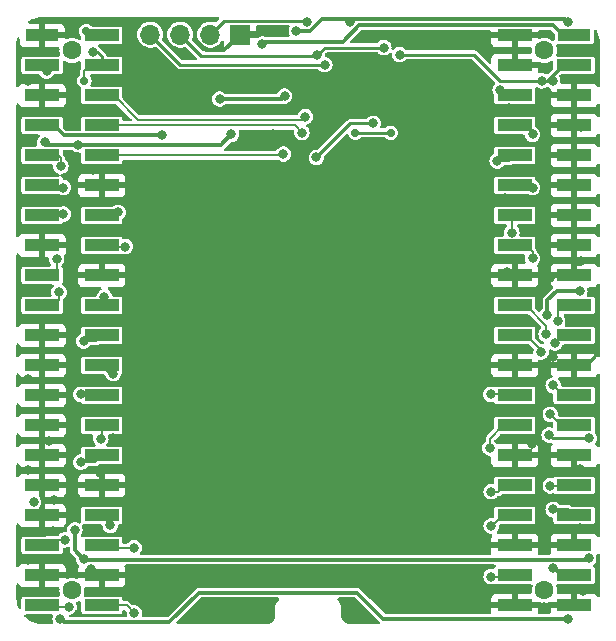
<source format=gbr>
%TF.GenerationSoftware,KiCad,Pcbnew,8.0.7-8.0.7-0~ubuntu22.04.1*%
%TF.CreationDate,2024-12-10T17:00:38-05:00*%
%TF.ProjectId,breakout-tt07-qfn,62726561-6b6f-4757-942d-747430372d71,1.1*%
%TF.SameCoordinates,PX2b64660PY42c1d80*%
%TF.FileFunction,Copper,L2,Bot*%
%TF.FilePolarity,Positive*%
%FSLAX46Y46*%
G04 Gerber Fmt 4.6, Leading zero omitted, Abs format (unit mm)*
G04 Created by KiCad (PCBNEW 8.0.7-8.0.7-0~ubuntu22.04.1) date 2024-12-10 17:00:38*
%MOMM*%
%LPD*%
G01*
G04 APERTURE LIST*
%TA.AperFunction,ComponentPad*%
%ADD10C,0.820000*%
%TD*%
%TA.AperFunction,ComponentPad*%
%ADD11C,0.630000*%
%TD*%
%TA.AperFunction,ComponentPad*%
%ADD12R,1.700000X1.700000*%
%TD*%
%TA.AperFunction,ComponentPad*%
%ADD13O,1.700000X1.700000*%
%TD*%
%TA.AperFunction,WasherPad*%
%ADD14C,1.600000*%
%TD*%
%TA.AperFunction,SMDPad,CuDef*%
%ADD15R,3.000000X1.000000*%
%TD*%
%TA.AperFunction,SMDPad,CuDef*%
%ADD16R,2.800000X1.000000*%
%TD*%
%TA.AperFunction,ViaPad*%
%ADD17C,0.800000*%
%TD*%
%TA.AperFunction,ViaPad*%
%ADD18C,0.700000*%
%TD*%
%TA.AperFunction,Conductor*%
%ADD19C,0.300000*%
%TD*%
%TA.AperFunction,Conductor*%
%ADD20C,0.254000*%
%TD*%
%TA.AperFunction,Conductor*%
%ADD21C,0.200000*%
%TD*%
G04 APERTURE END LIST*
D10*
%TO.P,STITCHB1,1*%
%TO.N,GND*%
X74100000Y-65600000D03*
%TD*%
D11*
%TO.P,STITCHM1,1*%
%TO.N,GND*%
X62400000Y-41800000D03*
%TD*%
D10*
%TO.P,STITCHB1,1*%
%TO.N,GND*%
X61650000Y-23200000D03*
%TD*%
%TO.P,STITCHB1,1*%
%TO.N,GND*%
X46800000Y-64300000D03*
%TD*%
%TO.P,STITCHB1,1*%
%TO.N,GND*%
X74100000Y-69100000D03*
%TD*%
%TO.P,STITCHB1,1*%
%TO.N,GND*%
X91200000Y-47100000D03*
%TD*%
D11*
%TO.P,STITCHM1,1*%
%TO.N,GND*%
X62500000Y-43600000D03*
%TD*%
D10*
%TO.P,STITCHB1,1*%
%TO.N,GND*%
X90500000Y-61700000D03*
%TD*%
%TO.P,STITCHB1,1*%
%TO.N,GND*%
X90600000Y-36600000D03*
%TD*%
%TO.P,STITCHB1,1*%
%TO.N,GND*%
X75900000Y-46900000D03*
%TD*%
%TO.P,STITCHB1,1*%
%TO.N,GND*%
X82100000Y-19900000D03*
%TD*%
D11*
%TO.P,STITCHM1,1*%
%TO.N,GND*%
X72800000Y-59600000D03*
%TD*%
%TO.P,STITCHM1,1*%
%TO.N,GND*%
X72800000Y-57500000D03*
%TD*%
D10*
%TO.P,STITCHB1,1*%
%TO.N,GND*%
X85400000Y-66900000D03*
%TD*%
D11*
%TO.P,STITCHM1,1*%
%TO.N,GND*%
X85100000Y-60900000D03*
%TD*%
D10*
%TO.P,STITCHB1,1*%
%TO.N,GND*%
X56800000Y-65100000D03*
%TD*%
%TO.P,STITCHB1,1*%
%TO.N,GND*%
X57400000Y-31300000D03*
%TD*%
%TO.P,STITCHB1,1*%
%TO.N,GND*%
X75150000Y-20000000D03*
%TD*%
D11*
%TO.P,STITCHM1,1*%
%TO.N,GND*%
X69100000Y-43500000D03*
%TD*%
D10*
%TO.P,STITCHB1,1*%
%TO.N,GND*%
X79300000Y-20650000D03*
%TD*%
D11*
%TO.P,STITCHM1,1*%
%TO.N,GND*%
X78200000Y-65000000D03*
%TD*%
D10*
%TO.P,STITCHB1,1*%
%TO.N,GND*%
X48900000Y-61800000D03*
%TD*%
%TO.P,STITCHB1,1*%
%TO.N,GND*%
X93000000Y-21200000D03*
%TD*%
%TO.P,STITCHB1,1*%
%TO.N,GND*%
X52300000Y-31300000D03*
%TD*%
%TO.P,STITCHB1,1*%
%TO.N,GND*%
X50550000Y-38850000D03*
%TD*%
D11*
%TO.P,STITCHM1,1*%
%TO.N,GND*%
X61200000Y-50400000D03*
%TD*%
%TO.P,STITCHM1,1*%
%TO.N,GND*%
X72800000Y-51400000D03*
%TD*%
D10*
%TO.P,STITCHB1,1*%
%TO.N,GND*%
X50500000Y-46600000D03*
%TD*%
D11*
%TO.P,STITCHM1,1*%
%TO.N,GND*%
X69100000Y-40950000D03*
%TD*%
%TO.P,STITCHM1,1*%
%TO.N,GND*%
X64700000Y-56100000D03*
%TD*%
%TO.P,STITCHM1,1*%
%TO.N,GND*%
X68000000Y-54800000D03*
%TD*%
D10*
%TO.P,STITCHB1,1*%
%TO.N,GND*%
X90300000Y-59100000D03*
%TD*%
D11*
%TO.P,STITCHM1,1*%
%TO.N,GND*%
X75350000Y-31550000D03*
%TD*%
D10*
%TO.P,STITCHB1,1*%
%TO.N,GND*%
X50500000Y-36500000D03*
%TD*%
D11*
%TO.P,STITCHM1,1*%
%TO.N,GND*%
X55200000Y-21850000D03*
%TD*%
D10*
%TO.P,STITCHB1,1*%
%TO.N,GND*%
X57400000Y-26100000D03*
%TD*%
%TO.P,STITCHB1,1*%
%TO.N,GND*%
X90400000Y-50800000D03*
%TD*%
%TO.P,STITCHB1,1*%
%TO.N,GND*%
X81900000Y-52100000D03*
%TD*%
%TO.P,STITCHB1,1*%
%TO.N,GND*%
X93800000Y-66900000D03*
%TD*%
D11*
%TO.P,STITCHM1,1*%
%TO.N,GND*%
X72800000Y-55400000D03*
%TD*%
D10*
%TO.P,STITCHB1,1*%
%TO.N,GND*%
X50500000Y-41500000D03*
%TD*%
%TO.P,STITCHB1,1*%
%TO.N,GND*%
X85100000Y-63000000D03*
%TD*%
%TO.P,STITCHB1,1*%
%TO.N,GND*%
X74100000Y-63300000D03*
%TD*%
%TO.P,STITCHB1,1*%
%TO.N,GND*%
X85100000Y-55700000D03*
%TD*%
%TO.P,STITCHB1,1*%
%TO.N,GND*%
X91000000Y-40400000D03*
%TD*%
%TO.P,STITCHB1,1*%
%TO.N,GND*%
X49700000Y-33900000D03*
%TD*%
%TO.P,STITCHB1,1*%
%TO.N,GND*%
X89450000Y-54450000D03*
%TD*%
D11*
%TO.P,STITCHM1,1*%
%TO.N,GND*%
X76800000Y-39600000D03*
%TD*%
%TO.P,STITCHM1,1*%
%TO.N,GND*%
X51000000Y-68800000D03*
%TD*%
%TO.P,STITCHM1,1*%
%TO.N,GND*%
X60400000Y-62600000D03*
%TD*%
D10*
%TO.P,STITCHB1,1*%
%TO.N,GND*%
X68400000Y-19400000D03*
%TD*%
D11*
%TO.P,STITCHM1,1*%
%TO.N,GND*%
X72800000Y-53400000D03*
%TD*%
D10*
%TO.P,STITCHB1,1*%
%TO.N,GND*%
X85100000Y-51100000D03*
%TD*%
%TO.P,STITCHB1,1*%
%TO.N,GND*%
X46800000Y-28800000D03*
%TD*%
%TO.P,STITCHB1,1*%
%TO.N,GND*%
X90600000Y-30000000D03*
%TD*%
D11*
%TO.P,STITCHM1,1*%
%TO.N,GND*%
X65800000Y-57100000D03*
%TD*%
D10*
%TO.P,STITCHB1,1*%
%TO.N,GND*%
X46800000Y-23700000D03*
%TD*%
D11*
%TO.P,STITCHM1,1*%
%TO.N,GND*%
X48300000Y-69300000D03*
%TD*%
D12*
%TO.P,J1,1,Pin_1*%
%TO.N,GND*%
X64750000Y-19800000D03*
D13*
%TO.P,J1,2,Pin_2*%
%TO.N,/c_sel_inc*%
X62210000Y-19800000D03*
%TO.P,J1,3,Pin_3*%
%TO.N,/hd_c_rst_n*%
X59670000Y-19800000D03*
%TO.P,J1,4,Pin_4*%
%TO.N,/c_ena*%
X57130000Y-19800000D03*
%TD*%
D10*
%TO.P,STITCHB1,1*%
%TO.N,GND*%
X61000000Y-69100000D03*
%TD*%
D11*
%TO.P,STITCHM1,1*%
%TO.N,GND*%
X81500000Y-41900000D03*
%TD*%
D10*
%TO.P,STITCHB1,1*%
%TO.N,GND*%
X46800000Y-33800000D03*
%TD*%
%TO.P,STITCHB1,1*%
%TO.N,GND*%
X48550000Y-54200000D03*
%TD*%
%TO.P,STITCHB1,1*%
%TO.N,GND*%
X78000000Y-52900000D03*
%TD*%
D11*
%TO.P,STITCHM1,1*%
%TO.N,GND*%
X60950000Y-18700000D03*
%TD*%
D10*
%TO.P,STITCHB1,1*%
%TO.N,GND*%
X66900000Y-63300000D03*
%TD*%
%TO.P,STITCHB1,1*%
%TO.N,GND*%
X51700000Y-54200000D03*
%TD*%
%TO.P,STITCHB1,1*%
%TO.N,GND*%
X49000000Y-59200000D03*
%TD*%
%TO.P,STITCHB1,1*%
%TO.N,GND*%
X85100000Y-59300000D03*
%TD*%
D11*
%TO.P,STITCHM1,1*%
%TO.N,GND*%
X71700000Y-40950000D03*
%TD*%
D10*
%TO.P,STITCHB1,1*%
%TO.N,GND*%
X46800000Y-49000000D03*
%TD*%
D11*
%TO.P,STITCHM1,1*%
%TO.N,GND*%
X75900000Y-37400000D03*
%TD*%
D10*
%TO.P,STITCHB1,1*%
%TO.N,GND*%
X46800000Y-41500000D03*
%TD*%
%TO.P,STITCHB1,1*%
%TO.N,GND*%
X66900000Y-69100000D03*
%TD*%
%TO.P,STITCHB1,1*%
%TO.N,GND*%
X66900000Y-65600000D03*
%TD*%
D11*
%TO.P,STITCHM1,1*%
%TO.N,GND*%
X79300000Y-44600000D03*
%TD*%
%TO.P,STITCHM1,1*%
%TO.N,GND*%
X85100000Y-57700000D03*
%TD*%
D10*
%TO.P,STITCHB1,1*%
%TO.N,GND*%
X56800000Y-68000000D03*
%TD*%
%TO.P,STITCHB1,1*%
%TO.N,GND*%
X78700000Y-55200000D03*
%TD*%
%TO.P,STITCHB1,1*%
%TO.N,GND*%
X46800000Y-56700000D03*
%TD*%
%TO.P,STITCHB1,1*%
%TO.N,GND*%
X61750000Y-26000000D03*
%TD*%
D11*
%TO.P,STITCHM1,1*%
%TO.N,GND*%
X71700000Y-43500000D03*
%TD*%
%TO.P,STITCHM1,1*%
%TO.N,GND*%
X50100000Y-18700000D03*
%TD*%
%TO.P,STITCHM1,1*%
%TO.N,GND*%
X71300000Y-32700000D03*
%TD*%
D14*
%TO.P,CON2,*%
%TO.N,*%
X90500000Y-66860000D03*
X90500000Y-21140000D03*
D15*
%TO.P,CON2,1,Pin_1*%
%TO.N,GND*%
X87980000Y-19870000D03*
D16*
%TO.P,CON2,2,Pin_2*%
%TO.N,vdda_in*%
X93020000Y-19870000D03*
D15*
%TO.P,CON2,3,Pin_3*%
%TO.N,GND*%
X87980000Y-22410000D03*
%TO.P,CON2,4,Pin_4*%
%TO.N,vddio*%
X93020000Y-22410000D03*
%TO.P,CON2,5,Pin_5*%
%TO.N,/hd_an11*%
X87980000Y-24950000D03*
%TO.P,CON2,6,Pin_6*%
%TO.N,GND*%
X93020000Y-24950000D03*
%TO.P,CON2,7,Pin_7*%
%TO.N,/hd_an10*%
X87980000Y-27490000D03*
%TO.P,CON2,8,Pin_8*%
%TO.N,GND*%
X93020000Y-27490000D03*
%TO.P,CON2,9,Pin_9*%
%TO.N,/hd_an9*%
X87980000Y-30030000D03*
%TO.P,CON2,10,Pin_10*%
%TO.N,GND*%
X93020000Y-30030000D03*
%TO.P,CON2,11,Pin_11*%
%TO.N,/hd_an8*%
X87980000Y-32570000D03*
%TO.P,CON2,12,Pin_12*%
%TO.N,GND*%
X93020000Y-32570000D03*
%TO.P,CON2,13,Pin_13*%
%TO.N,/hd_an7*%
X87980000Y-35110000D03*
%TO.P,CON2,14,Pin_14*%
%TO.N,GND*%
X93020000Y-35110000D03*
%TO.P,CON2,15,Pin_15*%
%TO.N,/hd_an6*%
X87980000Y-37650000D03*
%TO.P,CON2,16,Pin_16*%
%TO.N,GND*%
X93020000Y-37650000D03*
%TO.P,CON2,17,Pin_17*%
X87980000Y-40190000D03*
%TO.P,CON2,18,Pin_18*%
X93020000Y-40190000D03*
%TO.P,CON2,19,Pin_19*%
%TO.N,/uout6*%
X87980000Y-42730000D03*
%TO.P,CON2,20,Pin_20*%
%TO.N,/uout7*%
X93020000Y-42730000D03*
%TO.P,CON2,21,Pin_21*%
%TO.N,/uout4*%
X87980000Y-45270000D03*
%TO.P,CON2,22,Pin_22*%
%TO.N,/uout5*%
X93020000Y-45270000D03*
%TO.P,CON2,23,Pin_23*%
%TO.N,GND*%
X87980000Y-47810000D03*
%TO.P,CON2,24,Pin_24*%
X93020000Y-47810000D03*
%TO.P,CON2,25,Pin_25*%
%TO.N,/uout2*%
X87980000Y-50350000D03*
%TO.P,CON2,26,Pin_26*%
%TO.N,/uout3*%
X93020000Y-50350000D03*
%TO.P,CON2,27,Pin_27*%
%TO.N,/uout0*%
X87980000Y-52890000D03*
%TO.P,CON2,28,Pin_28*%
%TO.N,/uout1*%
X93020000Y-52890000D03*
%TO.P,CON2,29,Pin_29*%
%TO.N,GND*%
X87980000Y-55430000D03*
%TO.P,CON2,30,Pin_30*%
X93020000Y-55430000D03*
%TO.P,CON2,31,Pin_31*%
%TO.N,/uio6*%
X87980000Y-57970000D03*
%TO.P,CON2,32,Pin_32*%
%TO.N,/uio7*%
X93020000Y-57970000D03*
%TO.P,CON2,33,Pin_33*%
%TO.N,/uio4*%
X87980000Y-60510000D03*
%TO.P,CON2,34,Pin_34*%
%TO.N,/uio5*%
X93020000Y-60510000D03*
%TO.P,CON2,35,Pin_35*%
%TO.N,GND*%
X87980000Y-63050000D03*
%TO.P,CON2,36,Pin_36*%
X93020000Y-63050000D03*
%TO.P,CON2,37,Pin_37*%
%TO.N,/uio2*%
X87980000Y-65590000D03*
%TO.P,CON2,38,Pin_38*%
%TO.N,/uio3*%
X93020000Y-65590000D03*
%TO.P,CON2,39,Pin_39*%
%TO.N,GND*%
X87980000Y-68130000D03*
%TO.P,CON2,40,Pin_40*%
X93020000Y-68130000D03*
%TD*%
D14*
%TO.P,CON1,*%
%TO.N,*%
X50500000Y-66860000D03*
X50500000Y-21140000D03*
D16*
%TO.P,CON1,1,Pin_1*%
%TO.N,GND*%
X47980000Y-19870000D03*
D15*
%TO.P,CON1,2,Pin_2*%
%TO.N,/c_ena*%
X53020000Y-19870000D03*
%TO.P,CON1,3,Pin_3*%
%TO.N,/c_sel_inc*%
X47980000Y-22410000D03*
%TO.P,CON1,4,Pin_4*%
%TO.N,/hd_c_rst_n*%
X53020000Y-22410000D03*
%TO.P,CON1,5,Pin_5*%
%TO.N,GND*%
X47980000Y-24950000D03*
%TO.P,CON1,6,Pin_6*%
%TO.N,/RES1*%
X53020000Y-24950000D03*
%TO.P,CON1,7,Pin_7*%
%TO.N,vccd_in*%
X47980000Y-27490000D03*
%TO.P,CON1,8,Pin_8*%
%TO.N,/RES2*%
X53020000Y-27490000D03*
%TO.P,CON1,9,Pin_9*%
%TO.N,/uin0*%
X47980000Y-30030000D03*
%TO.P,CON1,10,Pin_10*%
%TO.N,/RES3*%
X53020000Y-30030000D03*
%TO.P,CON1,11,Pin_11*%
%TO.N,/uin1*%
X47980000Y-32570000D03*
%TO.P,CON1,12,Pin_12*%
%TO.N,GND*%
X53020000Y-32570000D03*
%TO.P,CON1,13,Pin_13*%
%TO.N,/uin3*%
X47980000Y-35110000D03*
%TO.P,CON1,14,Pin_14*%
%TO.N,/uin2*%
X53020000Y-35110000D03*
%TO.P,CON1,15,Pin_15*%
%TO.N,GND*%
X47980000Y-37650000D03*
%TO.P,CON1,16,Pin_16*%
%TO.N,/uin6*%
X53020000Y-37650000D03*
%TO.P,CON1,17,Pin_17*%
%TO.N,/uin4*%
X47980000Y-40190000D03*
%TO.P,CON1,18,Pin_18*%
%TO.N,GND*%
X53020000Y-40190000D03*
%TO.P,CON1,19,Pin_19*%
%TO.N,/uin5*%
X47980000Y-42730000D03*
%TO.P,CON1,20,Pin_20*%
%TO.N,/hd_an0*%
X53020000Y-42730000D03*
%TO.P,CON1,21,Pin_21*%
%TO.N,GND*%
X47980000Y-45270000D03*
%TO.P,CON1,22,Pin_22*%
%TO.N,/hd_an1*%
X53020000Y-45270000D03*
%TO.P,CON1,23,Pin_23*%
%TO.N,GND*%
X47980000Y-47810000D03*
%TO.P,CON1,24,Pin_24*%
%TO.N,/hd_an2*%
X53020000Y-47810000D03*
%TO.P,CON1,25,Pin_25*%
%TO.N,GND*%
X47980000Y-50350000D03*
%TO.P,CON1,26,Pin_26*%
%TO.N,/hd_an3*%
X53020000Y-50350000D03*
%TO.P,CON1,27,Pin_27*%
%TO.N,GND*%
X47980000Y-52890000D03*
%TO.P,CON1,28,Pin_28*%
%TO.N,/hd_an4*%
X53020000Y-52890000D03*
%TO.P,CON1,29,Pin_29*%
%TO.N,GND*%
X47980000Y-55430000D03*
%TO.P,CON1,30,Pin_30*%
%TO.N,/hd_an5*%
X53020000Y-55430000D03*
%TO.P,CON1,31,Pin_31*%
%TO.N,GND*%
X47980000Y-57970000D03*
%TO.P,CON1,32,Pin_32*%
X53020000Y-57970000D03*
%TO.P,CON1,33,Pin_33*%
X47980000Y-60510000D03*
%TO.P,CON1,34,Pin_34*%
%TO.N,/uin7*%
X53020000Y-60510000D03*
%TO.P,CON1,35,Pin_35*%
%TO.N,/p_clk*%
X47980000Y-63050000D03*
%TO.P,CON1,36,Pin_36*%
%TO.N,/p_rst*%
X53020000Y-63050000D03*
%TO.P,CON1,37,Pin_37*%
%TO.N,GND*%
X47980000Y-65590000D03*
%TO.P,CON1,38,Pin_38*%
X53020000Y-65590000D03*
%TO.P,CON1,39,Pin_39*%
%TO.N,/uio0*%
X47980000Y-68130000D03*
%TO.P,CON1,40,Pin_40*%
%TO.N,/uio1*%
X53020000Y-68130000D03*
%TD*%
D17*
%TO.N,GND*%
X52900000Y-56900000D03*
X85700000Y-41500004D03*
X79000000Y-37500000D03*
D18*
X70250000Y-48250000D03*
D17*
X76700000Y-49500000D03*
D18*
X78750002Y-41900003D03*
D17*
X87300000Y-39900000D03*
X90500000Y-68260003D03*
X93500000Y-56600000D03*
X87600000Y-28600000D03*
X58700000Y-57500000D03*
X83800000Y-25600000D03*
X53300000Y-46500000D03*
X81700000Y-34900000D03*
X75500000Y-50000000D03*
X93600000Y-39000000D03*
X60700000Y-42300000D03*
X81712754Y-33400000D03*
X83800000Y-39100000D03*
X84100000Y-42400000D03*
X83700000Y-36000000D03*
X94800000Y-46500000D03*
X80000000Y-29400000D03*
X83600000Y-22500000D03*
X93700000Y-35100000D03*
X93500000Y-61610002D03*
X58800000Y-45100000D03*
X88000000Y-21200000D03*
X79800000Y-22500000D03*
D18*
X65300000Y-50200000D03*
D17*
X87484415Y-26050000D03*
X60600000Y-53300000D03*
X79900000Y-38900000D03*
X54000000Y-53990002D03*
X60400000Y-39400000D03*
X79900000Y-25500000D03*
X87200000Y-33670002D03*
X56800000Y-49700000D03*
X86500000Y-36549998D03*
X56700000Y-59800000D03*
X62200000Y-56100000D03*
X53000000Y-49249998D03*
X81800000Y-27900000D03*
X67500000Y-28250000D03*
X83800000Y-29300000D03*
X74000000Y-34250000D03*
X58800000Y-50600000D03*
X56900000Y-53100000D03*
X50600000Y-26650000D03*
X55200000Y-43700000D03*
D18*
X71200000Y-36400000D03*
D17*
X56800000Y-46200000D03*
X68043309Y-48304755D03*
D18*
X63250004Y-40308092D03*
X63673909Y-47939336D03*
D17*
X73025000Y-36425000D03*
X52900000Y-59409998D03*
X93600000Y-27600000D03*
D18*
X76043906Y-41272142D03*
D17*
X83800000Y-32700000D03*
X56800000Y-56825000D03*
X56500000Y-39200000D03*
X90700000Y-24700000D03*
X75400000Y-21950000D03*
X74900000Y-34300010D03*
X67750000Y-33600000D03*
X56900000Y-42200000D03*
X52150000Y-65050000D03*
X85700000Y-47800000D03*
D18*
%TO.N,vddio*%
X77500000Y-28100000D03*
D17*
X91200000Y-23716107D03*
X90283055Y-23716107D03*
D18*
X74500000Y-28100000D03*
D17*
X78249996Y-21500000D03*
%TO.N,vdda_all*%
X90750000Y-43500000D03*
X92500000Y-69250000D03*
X48200000Y-28929998D03*
X68500000Y-25000000D03*
X51026892Y-29127096D03*
X93499998Y-41500000D03*
X64000000Y-28250000D03*
X63000000Y-25250000D03*
X49500000Y-69300000D03*
X47250000Y-59409998D03*
%TO.N,vdda_in*%
X66631492Y-20600000D03*
%TO.N,vccd_in*%
X58090000Y-28340000D03*
%TO.N,/RES3*%
X68400000Y-29914164D03*
%TO.N,/RES2*%
X69970281Y-28090381D03*
%TO.N,/uin1*%
X49750000Y-32750000D03*
%TO.N,/uio1*%
X55780331Y-68780331D03*
%TO.N,/uin0*%
X49559313Y-30940687D03*
%TO.N,/uio4*%
X86000000Y-61400000D03*
%TO.N,/p_clk*%
X49876345Y-62582437D03*
%TO.N,/hd_an2*%
X54000000Y-48500000D03*
%TO.N,/uio3*%
X91250000Y-65000000D03*
%TO.N,/hd_an0*%
X53250000Y-42000000D03*
%TO.N,/uio7*%
X91000000Y-58000000D03*
%TO.N,/uin5*%
X49400000Y-41600000D03*
%TO.N,/c_sel_inc*%
X48350000Y-22900000D03*
X71200000Y-30200000D03*
X76000000Y-27323000D03*
X70370711Y-18700000D03*
%TO.N,/hd_an3*%
X51250000Y-50250000D03*
%TO.N,/hd_an5*%
X51250000Y-56000000D03*
D18*
%TO.N,/c_ena*%
X51700000Y-19500000D03*
D17*
X71901080Y-22348919D03*
%TO.N,/uin4*%
X49200000Y-38800000D03*
%TO.N,/uin3*%
X49750000Y-35000000D03*
%TO.N,/uin2*%
X54394485Y-34850000D03*
%TO.N,/uio0*%
X50250000Y-68250000D03*
%TO.N,/uio2*%
X86000000Y-65688478D03*
%TO.N,/uin6*%
X55000000Y-37750000D03*
%TO.N,/hd_an4*%
X52950091Y-54003998D03*
%TO.N,/p_rst*%
X55750000Y-63250000D03*
%TO.N,/uio6*%
X86000000Y-58500000D03*
%TO.N,/uio5*%
X91250000Y-60000000D03*
%TO.N,/hd_an1*%
X51500000Y-45750000D03*
%TO.N,/hd_an10*%
X89500000Y-28250000D03*
%TO.N,/hd_an11*%
X86750000Y-24500000D03*
%TO.N,/uout2*%
X85969669Y-50250000D03*
%TO.N,/uout7*%
X91623656Y-44082436D03*
%TO.N,/uout0*%
X85894525Y-54798773D03*
%TO.N,/hd_an9*%
X86500000Y-30500000D03*
%TO.N,/uout4*%
X90224724Y-46656914D03*
%TO.N,/hd_an6*%
X89500000Y-38750000D03*
%TO.N,/uout3*%
X91250000Y-49500000D03*
%TO.N,/uout1*%
X91000000Y-51950000D03*
%TO.N,/hd_an8*%
X89500000Y-32750000D03*
%TO.N,/uout6*%
X90654658Y-45166458D03*
%TO.N,/hd_an7*%
X87750000Y-36569998D03*
%TO.N,/uout5*%
X91404516Y-45901453D03*
%TO.N,/RES1*%
X70250000Y-26750000D03*
%TO.N,/hd_c_rst_n*%
X52250000Y-21250000D03*
X71250000Y-21550000D03*
X76900000Y-20900000D03*
D18*
X51550000Y-23700000D03*
D17*
%TO.N,/uin7*%
X53750000Y-61350000D03*
%TO.N,vccd_all*%
X50750000Y-61750000D03*
X90900000Y-53700000D03*
X74000000Y-18750000D03*
X94250000Y-64150002D03*
X94300000Y-53990002D03*
X92500000Y-18750000D03*
X51500000Y-64200000D03*
X69499994Y-19500000D03*
%TD*%
D19*
%TO.N,GND*%
X64750000Y-19800000D02*
X64850000Y-19700000D01*
D20*
X93020000Y-56120000D02*
X93500000Y-56600000D01*
X85710000Y-47810000D02*
X85700000Y-47800000D01*
X93020000Y-62090002D02*
X93500000Y-61610002D01*
D19*
X64850000Y-19700000D02*
X68100000Y-19700000D01*
D20*
X87980000Y-19870000D02*
X87980000Y-21180000D01*
X93020000Y-35110000D02*
X93690000Y-35110000D01*
X93020000Y-39220000D02*
X93380000Y-39220000D01*
X93020000Y-68130000D02*
X90630003Y-68130000D01*
D19*
X61812943Y-21100000D02*
X60950000Y-20237057D01*
X68100000Y-19700000D02*
X68400000Y-19400000D01*
D20*
X93380000Y-39220000D02*
X93600000Y-39000000D01*
X90630003Y-68130000D02*
X90500000Y-68260003D01*
D19*
X64750000Y-19800000D02*
X64700000Y-19800000D01*
D20*
X87980000Y-21180000D02*
X88000000Y-21200000D01*
X93020000Y-47810000D02*
X93990000Y-47810000D01*
X90369997Y-68130000D02*
X90500000Y-68260003D01*
X93020000Y-55430000D02*
X93020000Y-56120000D01*
X93990000Y-47810000D02*
X94800000Y-47000000D01*
X94800000Y-47000000D02*
X94800000Y-46500000D01*
X87980000Y-47810000D02*
X85710000Y-47810000D01*
X93020000Y-40190000D02*
X93020000Y-39220000D01*
X93690000Y-35110000D02*
X93700000Y-35100000D01*
X87980000Y-68130000D02*
X90369997Y-68130000D01*
D19*
X63400000Y-21100000D02*
X61812943Y-21100000D01*
X60950000Y-20237057D02*
X60950000Y-18700000D01*
X64700000Y-19800000D02*
X63400000Y-21100000D01*
D20*
X93020000Y-27490000D02*
X93490000Y-27490000D01*
X93020000Y-63050000D02*
X93020000Y-62090002D01*
X93490000Y-27490000D02*
X93600000Y-27600000D01*
%TO.N,vddio*%
X84500000Y-21500000D02*
X86750000Y-23750000D01*
X90748893Y-23716107D02*
X92055000Y-22410000D01*
X74500000Y-28100000D02*
X77500000Y-28100000D01*
X78249996Y-21500000D02*
X84500000Y-21500000D01*
X92055000Y-22410000D02*
X93020000Y-22410000D01*
X90283055Y-23716107D02*
X90748893Y-23716107D01*
X86750000Y-23750000D02*
X90249162Y-23750000D01*
X90283055Y-23716107D02*
X91200000Y-23716107D01*
X90249162Y-23750000D02*
X90283055Y-23716107D01*
D19*
%TO.N,vdda_all*%
X63000000Y-25250000D02*
X68250000Y-25250000D01*
X48410002Y-29140000D02*
X63110000Y-29140000D01*
X58750000Y-69550000D02*
X61250000Y-67050000D01*
X48200000Y-28929998D02*
X48410002Y-29140000D01*
X90750000Y-42300000D02*
X91550000Y-41500000D01*
X49850000Y-69550000D02*
X58750000Y-69550000D01*
X49550000Y-69250000D02*
X49850000Y-69550000D01*
X90750000Y-43500000D02*
X90750000Y-42300000D01*
X49500000Y-69300000D02*
X49550000Y-69250000D01*
X61250000Y-67050000D02*
X74650000Y-67050000D01*
X91550000Y-41500000D02*
X93499998Y-41500000D01*
X76850000Y-69250000D02*
X92500000Y-69250000D01*
X68250000Y-25250000D02*
X68500000Y-25000000D01*
X74650000Y-67050000D02*
X76850000Y-69250000D01*
X63110000Y-29140000D02*
X64000000Y-28250000D01*
%TO.N,vdda_in*%
X74810661Y-19000000D02*
X73412733Y-20397928D01*
X73412733Y-20397928D02*
X66833564Y-20397928D01*
X93020000Y-19870000D02*
X92070000Y-19870000D01*
X91200000Y-19000000D02*
X74810661Y-19000000D01*
X92070000Y-19870000D02*
X91200000Y-19000000D01*
X66833564Y-20397928D02*
X66631492Y-20600000D01*
%TO.N,vccd_in*%
X49800000Y-28340000D02*
X58090000Y-28340000D01*
X47980000Y-27490000D02*
X48950000Y-27490000D01*
X48950000Y-27490000D02*
X49800000Y-28340000D01*
D21*
%TO.N,/RES3*%
X53020000Y-30030000D02*
X68284164Y-30030000D01*
X68284164Y-30030000D02*
X68400000Y-29914164D01*
%TO.N,/RES2*%
X69369900Y-27490000D02*
X53020000Y-27490000D01*
X69970281Y-28090381D02*
X69369900Y-27490000D01*
%TO.N,/uin1*%
X48160000Y-32750000D02*
X47980000Y-32570000D01*
X49750000Y-32750000D02*
X48160000Y-32750000D01*
%TO.N,/uio1*%
X55130000Y-68130000D02*
X55780331Y-68780331D01*
X53020000Y-68130000D02*
X55130000Y-68130000D01*
%TO.N,/uin0*%
X47980000Y-30030000D02*
X49330000Y-30030000D01*
X49559313Y-30259313D02*
X49559313Y-30940687D01*
X49330000Y-30030000D02*
X49559313Y-30259313D01*
%TO.N,/uio4*%
X87980000Y-60510000D02*
X86990000Y-60510000D01*
X86100000Y-61400000D02*
X86000000Y-61400000D01*
X86990000Y-60510000D02*
X86100000Y-61400000D01*
%TO.N,/p_clk*%
X48447563Y-62582437D02*
X49876345Y-62582437D01*
X47980000Y-63050000D02*
X48447563Y-62582437D01*
%TO.N,/hd_an2*%
X53710000Y-48500000D02*
X53020000Y-47810000D01*
X54000000Y-48500000D02*
X53710000Y-48500000D01*
%TO.N,/uio3*%
X91840000Y-65590000D02*
X93020000Y-65590000D01*
X91250000Y-65000000D02*
X91840000Y-65590000D01*
%TO.N,/hd_an0*%
X53250000Y-42500000D02*
X53020000Y-42730000D01*
X53250000Y-42000000D02*
X53250000Y-42500000D01*
%TO.N,/uio7*%
X91000000Y-58000000D02*
X92990000Y-58000000D01*
X92990000Y-58000000D02*
X93020000Y-57970000D01*
%TO.N,/uin5*%
X49400000Y-42300000D02*
X49400000Y-41600000D01*
X48970000Y-42730000D02*
X49400000Y-42300000D01*
X47980000Y-42730000D02*
X48970000Y-42730000D01*
D20*
%TO.N,/c_sel_inc*%
X74077000Y-27323000D02*
X76000000Y-27323000D01*
X48350000Y-22780000D02*
X48350000Y-22900000D01*
X71200000Y-30200000D02*
X74077000Y-27323000D01*
X70370711Y-18700000D02*
X70293711Y-18623000D01*
X63387000Y-18623000D02*
X62210000Y-19800000D01*
X70293711Y-18623000D02*
X63387000Y-18623000D01*
X47980000Y-22410000D02*
X48350000Y-22780000D01*
D21*
%TO.N,/hd_an3*%
X51250000Y-50250000D02*
X52920000Y-50250000D01*
X52920000Y-50250000D02*
X53020000Y-50350000D01*
%TO.N,/hd_an5*%
X51250000Y-56000000D02*
X52450000Y-56000000D01*
X52450000Y-56000000D02*
X53020000Y-55430000D01*
D20*
%TO.N,/c_ena*%
X57130000Y-19800000D02*
X59678919Y-22348919D01*
X59678919Y-22348919D02*
X71901080Y-22348919D01*
D21*
%TO.N,/uin4*%
X47980000Y-40190000D02*
X48810000Y-40190000D01*
X49200000Y-39800000D02*
X49200000Y-38800000D01*
X48810000Y-40190000D02*
X49200000Y-39800000D01*
%TO.N,/uin3*%
X48090000Y-35000000D02*
X47980000Y-35110000D01*
X49750000Y-35000000D02*
X48090000Y-35000000D01*
%TO.N,/uin2*%
X53020000Y-35110000D02*
X53280000Y-34850000D01*
X53280000Y-34850000D02*
X54394485Y-34850000D01*
%TO.N,/uio0*%
X50250000Y-68250000D02*
X48100000Y-68250000D01*
X48100000Y-68250000D02*
X47980000Y-68130000D01*
%TO.N,/uio2*%
X86000000Y-65688478D02*
X87881522Y-65688478D01*
X87881522Y-65688478D02*
X87980000Y-65590000D01*
%TO.N,/uin6*%
X55000000Y-37750000D02*
X53120000Y-37750000D01*
X53120000Y-37750000D02*
X53020000Y-37650000D01*
%TO.N,/hd_an4*%
X53020000Y-52890000D02*
X53020000Y-53934089D01*
X53020000Y-53934089D02*
X52950091Y-54003998D01*
%TO.N,/p_rst*%
X53220000Y-63250000D02*
X53020000Y-63050000D01*
X55750000Y-63250000D02*
X53220000Y-63250000D01*
%TO.N,/uio6*%
X86000000Y-58500000D02*
X86600000Y-58500000D01*
X86600000Y-58500000D02*
X87130000Y-57970000D01*
X87130000Y-57970000D02*
X87980000Y-57970000D01*
%TO.N,/uio5*%
X91250000Y-60000000D02*
X92510000Y-60000000D01*
X92510000Y-60000000D02*
X93020000Y-60510000D01*
%TO.N,/hd_an1*%
X51500000Y-45750000D02*
X52540000Y-45750000D01*
X52540000Y-45750000D02*
X53020000Y-45270000D01*
%TO.N,/hd_an10*%
X89500000Y-28250000D02*
X88740000Y-27490000D01*
X88740000Y-27490000D02*
X87980000Y-27490000D01*
%TO.N,/hd_an11*%
X86750000Y-24500000D02*
X87530000Y-24500000D01*
X87530000Y-24500000D02*
X87980000Y-24950000D01*
%TO.N,/uout2*%
X87980000Y-50350000D02*
X87880000Y-50250000D01*
X87880000Y-50250000D02*
X85969669Y-50250000D01*
%TO.N,/uout7*%
X91623656Y-43176344D02*
X91623656Y-44082436D01*
X92070000Y-42730000D02*
X91623656Y-43176344D01*
X93020000Y-42730000D02*
X92070000Y-42730000D01*
%TO.N,/uout0*%
X85894525Y-54798773D02*
X85894525Y-54005475D01*
X85894525Y-54005475D02*
X87010000Y-52890000D01*
X87010000Y-52890000D02*
X87980000Y-52890000D01*
%TO.N,/hd_an9*%
X87510000Y-30500000D02*
X87980000Y-30030000D01*
X86500000Y-30500000D02*
X87510000Y-30500000D01*
%TO.N,/uout4*%
X87980000Y-45270000D02*
X88970000Y-45270000D01*
X88970000Y-45270000D02*
X90224724Y-46524724D01*
X90224724Y-46524724D02*
X90224724Y-46656914D01*
%TO.N,/hd_an6*%
X89500000Y-38200000D02*
X88950000Y-37650000D01*
X89500000Y-38750000D02*
X89500000Y-38200000D01*
X88950000Y-37650000D02*
X87980000Y-37650000D01*
%TO.N,/uout3*%
X91250000Y-49500000D02*
X92100000Y-50350000D01*
X92100000Y-50350000D02*
X93020000Y-50350000D01*
%TO.N,/uout1*%
X93020000Y-52890000D02*
X91940000Y-52890000D01*
X91940000Y-52890000D02*
X91000000Y-51950000D01*
%TO.N,/hd_an8*%
X88160000Y-32750000D02*
X87980000Y-32570000D01*
X89500000Y-32750000D02*
X88160000Y-32750000D01*
%TO.N,/uout6*%
X90654658Y-44454658D02*
X90654658Y-45166458D01*
X88930000Y-42730000D02*
X90654658Y-44454658D01*
X87980000Y-42730000D02*
X88930000Y-42730000D01*
%TO.N,/hd_an7*%
X87750000Y-36569998D02*
X87750000Y-35340000D01*
X87750000Y-35340000D02*
X87980000Y-35110000D01*
%TO.N,/uout5*%
X93020000Y-45270000D02*
X92035969Y-45270000D01*
X92035969Y-45270000D02*
X91404516Y-45901453D01*
%TO.N,/RES1*%
X53020000Y-24950000D02*
X54050000Y-24950000D01*
X56100000Y-27000000D02*
X70000000Y-27000000D01*
X54050000Y-24950000D02*
X56100000Y-27000000D01*
X70000000Y-27000000D02*
X70250000Y-26750000D01*
D20*
%TO.N,/hd_c_rst_n*%
X61447000Y-21577000D02*
X71223000Y-21577000D01*
D21*
X52055000Y-22410000D02*
X51550000Y-22915000D01*
D20*
X53020000Y-21620000D02*
X53020000Y-22410000D01*
X52650000Y-21250000D02*
X53020000Y-21620000D01*
X71223000Y-21577000D02*
X71250000Y-21550000D01*
D21*
X53020000Y-22410000D02*
X52055000Y-22410000D01*
D20*
X52250000Y-21250000D02*
X52650000Y-21250000D01*
X71900000Y-20900000D02*
X71250000Y-21550000D01*
D21*
X51550000Y-22915000D02*
X51550000Y-23700000D01*
D20*
X76900000Y-20900000D02*
X71900000Y-20900000D01*
X59670000Y-19800000D02*
X61447000Y-21577000D01*
D21*
%TO.N,/uin7*%
X53020000Y-60510000D02*
X53750000Y-61240000D01*
X53750000Y-61240000D02*
X53750000Y-61350000D01*
D19*
%TO.N,vccd_all*%
X94250000Y-64150002D02*
X94150002Y-64250000D01*
X94150002Y-64250000D02*
X51520000Y-64250000D01*
X92500000Y-18750000D02*
X92250000Y-18500000D01*
X51520000Y-64250000D02*
X50750000Y-63480000D01*
X92250000Y-18500000D02*
X71631371Y-18500000D01*
X71631371Y-18500000D02*
X70631371Y-19500000D01*
X70631371Y-19500000D02*
X69499994Y-19500000D01*
D20*
X91190002Y-53990002D02*
X90900000Y-53700000D01*
X94300000Y-53990002D02*
X91190002Y-53990002D01*
D19*
X50750000Y-63480000D02*
X50750000Y-61750000D01*
%TD*%
%TA.AperFunction,Conductor*%
%TO.N,GND*%
G36*
X48844985Y-68904184D02*
G01*
X48890740Y-68956988D01*
X48900684Y-69026146D01*
X48893888Y-69052470D01*
X48859850Y-69142217D01*
X48840693Y-69299999D01*
X48840693Y-69300000D01*
X48859850Y-69457781D01*
X48870241Y-69485179D01*
X48887820Y-69531529D01*
X48893187Y-69601191D01*
X48860040Y-69662698D01*
X48798902Y-69696519D01*
X48771878Y-69699500D01*
X48003751Y-69699500D01*
X47996264Y-69699274D01*
X47742364Y-69683915D01*
X47727500Y-69682110D01*
X47481001Y-69636938D01*
X47466461Y-69633354D01*
X47227211Y-69558800D01*
X47213211Y-69553491D01*
X46984680Y-69450638D01*
X46971421Y-69443679D01*
X46756960Y-69314033D01*
X46744637Y-69305527D01*
X46737582Y-69300000D01*
X46547363Y-69150972D01*
X46536155Y-69141042D01*
X46491293Y-69096180D01*
X46457808Y-69034857D01*
X46462792Y-68965165D01*
X46504664Y-68909232D01*
X46570128Y-68884815D01*
X46578947Y-68884499D01*
X48777946Y-68884499D01*
X48844985Y-68904184D01*
G37*
%TD.AperFunction*%
%TA.AperFunction,Conductor*%
G36*
X67975768Y-67474185D02*
G01*
X68021523Y-67526989D01*
X68031467Y-67596147D01*
X68009048Y-67651385D01*
X67887712Y-67818390D01*
X67794781Y-68000776D01*
X67731522Y-68195465D01*
X67699500Y-68397648D01*
X67699500Y-68993907D01*
X67698903Y-69006062D01*
X67687256Y-69124311D01*
X67682514Y-69148151D01*
X67649798Y-69256002D01*
X67640495Y-69278461D01*
X67587370Y-69377849D01*
X67573866Y-69398059D01*
X67502369Y-69485179D01*
X67485179Y-69502369D01*
X67398059Y-69573866D01*
X67377849Y-69587370D01*
X67278461Y-69640495D01*
X67256002Y-69649798D01*
X67148151Y-69682514D01*
X67124311Y-69687256D01*
X67037215Y-69695834D01*
X67006060Y-69698903D01*
X66993907Y-69699500D01*
X59471911Y-69699500D01*
X59404872Y-69679815D01*
X59359117Y-69627011D01*
X59349173Y-69557853D01*
X59378198Y-69494297D01*
X59384230Y-69487819D01*
X61381230Y-67490819D01*
X61442553Y-67457334D01*
X61468911Y-67454500D01*
X67908729Y-67454500D01*
X67975768Y-67474185D01*
G37*
%TD.AperFunction*%
%TA.AperFunction,Conductor*%
G36*
X74498128Y-67474185D02*
G01*
X74518770Y-67490819D01*
X76515770Y-69487819D01*
X76549255Y-69549142D01*
X76544271Y-69618834D01*
X76502399Y-69674767D01*
X76436935Y-69699184D01*
X76428089Y-69699500D01*
X74006093Y-69699500D01*
X73993939Y-69698903D01*
X73943081Y-69693893D01*
X73875688Y-69687256D01*
X73851848Y-69682514D01*
X73743997Y-69649798D01*
X73721541Y-69640496D01*
X73648007Y-69601191D01*
X73622150Y-69587370D01*
X73601940Y-69573866D01*
X73514820Y-69502369D01*
X73497630Y-69485179D01*
X73426133Y-69398059D01*
X73412629Y-69377849D01*
X73389834Y-69335203D01*
X73359501Y-69278453D01*
X73350201Y-69256002D01*
X73317483Y-69148145D01*
X73312744Y-69124317D01*
X73301097Y-69006061D01*
X73300500Y-68993907D01*
X73300500Y-68397648D01*
X73268477Y-68195465D01*
X73205218Y-68000776D01*
X73112287Y-67818390D01*
X72990952Y-67651385D01*
X72967473Y-67585578D01*
X72983299Y-67517524D01*
X73033405Y-67468830D01*
X73091271Y-67454500D01*
X74431089Y-67454500D01*
X74498128Y-67474185D01*
G37*
%TD.AperFunction*%
%TA.AperFunction,Conductor*%
G36*
X51216693Y-67754798D02*
G01*
X51258064Y-67811103D01*
X51265500Y-67853398D01*
X51265500Y-68655063D01*
X51280266Y-68729301D01*
X51336515Y-68813484D01*
X51354970Y-68825815D01*
X51420699Y-68869734D01*
X51420702Y-68869734D01*
X51420703Y-68869735D01*
X51445666Y-68874700D01*
X51494933Y-68884500D01*
X54545066Y-68884499D01*
X54619301Y-68869734D01*
X54703484Y-68813484D01*
X54759734Y-68729301D01*
X54774500Y-68655067D01*
X54774500Y-68608500D01*
X54794185Y-68541461D01*
X54846989Y-68495706D01*
X54898500Y-68484500D01*
X54931799Y-68484500D01*
X54998838Y-68504185D01*
X55019480Y-68520819D01*
X55095435Y-68596774D01*
X55128920Y-68658097D01*
X55130850Y-68699400D01*
X55121024Y-68780330D01*
X55121024Y-68780331D01*
X55140182Y-68938113D01*
X55155130Y-68977529D01*
X55160497Y-69047193D01*
X55127349Y-69108699D01*
X55066211Y-69142520D01*
X55039188Y-69145500D01*
X50372929Y-69145500D01*
X50305890Y-69125815D01*
X50260135Y-69073011D01*
X50250191Y-69003853D01*
X50279216Y-68940297D01*
X50337994Y-68902523D01*
X50343254Y-68901103D01*
X50410618Y-68884499D01*
X50483793Y-68866463D01*
X50624529Y-68792599D01*
X50743498Y-68687201D01*
X50833787Y-68556395D01*
X50890149Y-68407782D01*
X50909307Y-68250000D01*
X50907817Y-68237732D01*
X50890149Y-68092218D01*
X50851530Y-67990390D01*
X50846163Y-67920726D01*
X50879310Y-67859220D01*
X50909019Y-67837060D01*
X51083047Y-67744040D01*
X51151450Y-67729798D01*
X51216693Y-67754798D01*
G37*
%TD.AperFunction*%
%TA.AperFunction,Conductor*%
G36*
X62937654Y-18320185D02*
G01*
X62983409Y-18372989D01*
X62993353Y-18442147D01*
X62964328Y-18505703D01*
X62958296Y-18512181D01*
X62732003Y-18738473D01*
X62670680Y-18771958D01*
X62600988Y-18766974D01*
X62599528Y-18766418D01*
X62513556Y-18733112D01*
X62312347Y-18695500D01*
X62107653Y-18695500D01*
X61906444Y-18733112D01*
X61906441Y-18733112D01*
X61906441Y-18733113D01*
X61715575Y-18807054D01*
X61715569Y-18807057D01*
X61541539Y-18914812D01*
X61541537Y-18914814D01*
X61390269Y-19052712D01*
X61266912Y-19216064D01*
X61175673Y-19399295D01*
X61119654Y-19596183D01*
X61100768Y-19799999D01*
X61100768Y-19800000D01*
X61119654Y-20003816D01*
X61119654Y-20003818D01*
X61119655Y-20003821D01*
X61164888Y-20162799D01*
X61175673Y-20200704D01*
X61266912Y-20383935D01*
X61390269Y-20547287D01*
X61541537Y-20685185D01*
X61541539Y-20685187D01*
X61715569Y-20792942D01*
X61715575Y-20792945D01*
X61740054Y-20802428D01*
X61906444Y-20866888D01*
X62107653Y-20904500D01*
X62107656Y-20904500D01*
X62312344Y-20904500D01*
X62312347Y-20904500D01*
X62513556Y-20866888D01*
X62704427Y-20792944D01*
X62878462Y-20685186D01*
X63029732Y-20547285D01*
X63153088Y-20383935D01*
X63165000Y-20360011D01*
X63212502Y-20308776D01*
X63280165Y-20291354D01*
X63346505Y-20313279D01*
X63390461Y-20367590D01*
X63400000Y-20415284D01*
X63400000Y-20697844D01*
X63406401Y-20757372D01*
X63406403Y-20757379D01*
X63456645Y-20892086D01*
X63456647Y-20892089D01*
X63535325Y-20997188D01*
X63559743Y-21062652D01*
X63544892Y-21130926D01*
X63495487Y-21180331D01*
X63436059Y-21195500D01*
X61656384Y-21195500D01*
X61589345Y-21175815D01*
X61568703Y-21159181D01*
X60735010Y-20325487D01*
X60701525Y-20264164D01*
X60703425Y-20203871D01*
X60704325Y-20200705D01*
X60704328Y-20200701D01*
X60760345Y-20003821D01*
X60779232Y-19800000D01*
X60778204Y-19788911D01*
X60771190Y-19713211D01*
X60760345Y-19596179D01*
X60704328Y-19399299D01*
X60613088Y-19216065D01*
X60522280Y-19095815D01*
X60489730Y-19052712D01*
X60338462Y-18914814D01*
X60338460Y-18914812D01*
X60164430Y-18807057D01*
X60164424Y-18807054D01*
X59987394Y-18738473D01*
X59973556Y-18733112D01*
X59772347Y-18695500D01*
X59567653Y-18695500D01*
X59366444Y-18733112D01*
X59366441Y-18733112D01*
X59366441Y-18733113D01*
X59175575Y-18807054D01*
X59175569Y-18807057D01*
X59001539Y-18914812D01*
X59001537Y-18914814D01*
X58850269Y-19052712D01*
X58726912Y-19216064D01*
X58635673Y-19399295D01*
X58579654Y-19596183D01*
X58560768Y-19799999D01*
X58560768Y-19800000D01*
X58579654Y-20003816D01*
X58579654Y-20003818D01*
X58579655Y-20003821D01*
X58624888Y-20162799D01*
X58635673Y-20200704D01*
X58726912Y-20383935D01*
X58850269Y-20547287D01*
X59001537Y-20685185D01*
X59001539Y-20685187D01*
X59175569Y-20792942D01*
X59175575Y-20792945D01*
X59200054Y-20802428D01*
X59366444Y-20866888D01*
X59567653Y-20904500D01*
X59567656Y-20904500D01*
X59772344Y-20904500D01*
X59772347Y-20904500D01*
X59973556Y-20866888D01*
X60059530Y-20833580D01*
X60129151Y-20827718D01*
X60190891Y-20860427D01*
X60192004Y-20861526D01*
X61086216Y-21755738D01*
X61119701Y-21817061D01*
X61114717Y-21886753D01*
X61072845Y-21942686D01*
X61007381Y-21967103D01*
X60998535Y-21967419D01*
X59888304Y-21967419D01*
X59821265Y-21947734D01*
X59800623Y-21931100D01*
X58195010Y-20325487D01*
X58161525Y-20264164D01*
X58163425Y-20203871D01*
X58164325Y-20200705D01*
X58164328Y-20200701D01*
X58220345Y-20003821D01*
X58239232Y-19800000D01*
X58238204Y-19788911D01*
X58231190Y-19713211D01*
X58220345Y-19596179D01*
X58164328Y-19399299D01*
X58073088Y-19216065D01*
X57982280Y-19095815D01*
X57949730Y-19052712D01*
X57798462Y-18914814D01*
X57798460Y-18914812D01*
X57624430Y-18807057D01*
X57624424Y-18807054D01*
X57447394Y-18738473D01*
X57433556Y-18733112D01*
X57232347Y-18695500D01*
X57027653Y-18695500D01*
X56826444Y-18733112D01*
X56826441Y-18733112D01*
X56826441Y-18733113D01*
X56635575Y-18807054D01*
X56635569Y-18807057D01*
X56461539Y-18914812D01*
X56461537Y-18914814D01*
X56310269Y-19052712D01*
X56186912Y-19216064D01*
X56095673Y-19399295D01*
X56039654Y-19596183D01*
X56020768Y-19799999D01*
X56020768Y-19800000D01*
X56039654Y-20003816D01*
X56039654Y-20003818D01*
X56039655Y-20003821D01*
X56084888Y-20162799D01*
X56095673Y-20200704D01*
X56186912Y-20383935D01*
X56310269Y-20547287D01*
X56461537Y-20685185D01*
X56461539Y-20685187D01*
X56635569Y-20792942D01*
X56635575Y-20792945D01*
X56660054Y-20802428D01*
X56826444Y-20866888D01*
X57027653Y-20904500D01*
X57027656Y-20904500D01*
X57232344Y-20904500D01*
X57232347Y-20904500D01*
X57433556Y-20866888D01*
X57519532Y-20833580D01*
X57589150Y-20827718D01*
X57650890Y-20860427D01*
X57652003Y-20861526D01*
X59444672Y-22654195D01*
X59531666Y-22704421D01*
X59628694Y-22730419D01*
X71304054Y-22730419D01*
X71371093Y-22750104D01*
X71402560Y-22780549D01*
X71402609Y-22780506D01*
X71403170Y-22781139D01*
X71406102Y-22783976D01*
X71407582Y-22786120D01*
X71407584Y-22786122D01*
X71407586Y-22786124D01*
X71526549Y-22891517D01*
X71526551Y-22891518D01*
X71667287Y-22965382D01*
X71688774Y-22970678D01*
X71821608Y-23003419D01*
X71821609Y-23003419D01*
X71980552Y-23003419D01*
X72031991Y-22990740D01*
X72134873Y-22965382D01*
X72275609Y-22891518D01*
X72394578Y-22786120D01*
X72484867Y-22655314D01*
X72541229Y-22506701D01*
X72560387Y-22348919D01*
X72541229Y-22191137D01*
X72484867Y-22042524D01*
X72394578Y-21911718D01*
X72394575Y-21911715D01*
X72394573Y-21911713D01*
X72275610Y-21806320D01*
X72179233Y-21755738D01*
X72134873Y-21732456D01*
X72134870Y-21732455D01*
X72001013Y-21699462D01*
X71940632Y-21664305D01*
X71908844Y-21602086D01*
X71907592Y-21564122D01*
X71909307Y-21550000D01*
X71903614Y-21503119D01*
X71915074Y-21434199D01*
X71939030Y-21400492D01*
X72021706Y-21317818D01*
X72083029Y-21284333D01*
X72109386Y-21281500D01*
X76302974Y-21281500D01*
X76370013Y-21301185D01*
X76401480Y-21331630D01*
X76401529Y-21331587D01*
X76402090Y-21332220D01*
X76405022Y-21335057D01*
X76406502Y-21337201D01*
X76406504Y-21337203D01*
X76406506Y-21337205D01*
X76525469Y-21442598D01*
X76532711Y-21446399D01*
X76666207Y-21516463D01*
X76743368Y-21535481D01*
X76820528Y-21554500D01*
X76820529Y-21554500D01*
X76979472Y-21554500D01*
X77030911Y-21541821D01*
X77133793Y-21516463D01*
X77274529Y-21442599D01*
X77391875Y-21338638D01*
X77455105Y-21308919D01*
X77524368Y-21318101D01*
X77577672Y-21363273D01*
X77598093Y-21430092D01*
X77597196Y-21446399D01*
X77590689Y-21499996D01*
X77590689Y-21500000D01*
X77609846Y-21657781D01*
X77636736Y-21728683D01*
X77664777Y-21802620D01*
X77666210Y-21806397D01*
X77669556Y-21811244D01*
X77756498Y-21937201D01*
X77756500Y-21937203D01*
X77756502Y-21937205D01*
X77875465Y-22042598D01*
X77875467Y-22042599D01*
X78016203Y-22116463D01*
X78034278Y-22120918D01*
X78170524Y-22154500D01*
X78170525Y-22154500D01*
X78329468Y-22154500D01*
X78383772Y-22141115D01*
X78483789Y-22116463D01*
X78624525Y-22042599D01*
X78743494Y-21937201D01*
X78744973Y-21935057D01*
X78746458Y-21933854D01*
X78748467Y-21931587D01*
X78748844Y-21931921D01*
X78799257Y-21891069D01*
X78847022Y-21881500D01*
X84290615Y-21881500D01*
X84357654Y-21901185D01*
X84378296Y-21917819D01*
X85351995Y-22891518D01*
X86304812Y-23844334D01*
X86338297Y-23905657D01*
X86333313Y-23975349D01*
X86299360Y-24024829D01*
X86256503Y-24062797D01*
X86256500Y-24062801D01*
X86166214Y-24193602D01*
X86109850Y-24342218D01*
X86090693Y-24499999D01*
X86090693Y-24500000D01*
X86109850Y-24657781D01*
X86166214Y-24806397D01*
X86203550Y-24860487D01*
X86225433Y-24926841D01*
X86225500Y-24930927D01*
X86225500Y-25475063D01*
X86240266Y-25549301D01*
X86296515Y-25633484D01*
X86317788Y-25647698D01*
X86380699Y-25689734D01*
X86380702Y-25689734D01*
X86380703Y-25689735D01*
X86405666Y-25694700D01*
X86454933Y-25704500D01*
X89505066Y-25704499D01*
X89579301Y-25689734D01*
X89663484Y-25633484D01*
X89719734Y-25549301D01*
X89729969Y-25497844D01*
X91020000Y-25497844D01*
X91026401Y-25557372D01*
X91026403Y-25557379D01*
X91076645Y-25692086D01*
X91076649Y-25692093D01*
X91162809Y-25807187D01*
X91162812Y-25807190D01*
X91277906Y-25893350D01*
X91277913Y-25893354D01*
X91412620Y-25943596D01*
X91412627Y-25943598D01*
X91472155Y-25949999D01*
X91472172Y-25950000D01*
X92770000Y-25950000D01*
X92770000Y-25200000D01*
X91020000Y-25200000D01*
X91020000Y-25497844D01*
X89729969Y-25497844D01*
X89734500Y-25475067D01*
X89734499Y-24424934D01*
X89727946Y-24391988D01*
X89734175Y-24322400D01*
X89777038Y-24267223D01*
X89842928Y-24243979D01*
X89907190Y-24258004D01*
X89908523Y-24258704D01*
X89908526Y-24258706D01*
X90049262Y-24332570D01*
X90049264Y-24332570D01*
X90049265Y-24332571D01*
X90203583Y-24370607D01*
X90203584Y-24370607D01*
X90362527Y-24370607D01*
X90413966Y-24357928D01*
X90516848Y-24332570D01*
X90657584Y-24258706D01*
X90659295Y-24257190D01*
X90660817Y-24256474D01*
X90663756Y-24254446D01*
X90664093Y-24254934D01*
X90722522Y-24227465D01*
X90791786Y-24236642D01*
X90823756Y-24257187D01*
X90825469Y-24258705D01*
X90825471Y-24258706D01*
X90953626Y-24325966D01*
X91003838Y-24374551D01*
X91020000Y-24435763D01*
X91020000Y-24700000D01*
X92770000Y-24700000D01*
X92770000Y-23950000D01*
X91970875Y-23950000D01*
X91903836Y-23930315D01*
X91858081Y-23877511D01*
X91847779Y-23811054D01*
X91859307Y-23716107D01*
X91859307Y-23716106D01*
X91840149Y-23558324D01*
X91783787Y-23409712D01*
X91765318Y-23382955D01*
X91743435Y-23316601D01*
X91760900Y-23248949D01*
X91779685Y-23224836D01*
X91803706Y-23200816D01*
X91865029Y-23167332D01*
X91891385Y-23164499D01*
X94545064Y-23164499D01*
X94545066Y-23164499D01*
X94619301Y-23149734D01*
X94703484Y-23093484D01*
X94759734Y-23009301D01*
X94774500Y-22935067D01*
X94774499Y-21884934D01*
X94759734Y-21810699D01*
X94723010Y-21755738D01*
X94703484Y-21726515D01*
X94653019Y-21692796D01*
X94619301Y-21670266D01*
X94619299Y-21670265D01*
X94619296Y-21670264D01*
X94545071Y-21655500D01*
X91612768Y-21655500D01*
X91545729Y-21635815D01*
X91499974Y-21583011D01*
X91490030Y-21513853D01*
X91494108Y-21495505D01*
X91539242Y-21346718D01*
X91559602Y-21140000D01*
X91539242Y-20933282D01*
X91494106Y-20784490D01*
X91493484Y-20714628D01*
X91530732Y-20655515D01*
X91594026Y-20625924D01*
X91612754Y-20624499D01*
X94445066Y-20624499D01*
X94519301Y-20609734D01*
X94603484Y-20553484D01*
X94659734Y-20469301D01*
X94674500Y-20395067D01*
X94674499Y-19470950D01*
X94694183Y-19403912D01*
X94746987Y-19358157D01*
X94816146Y-19348213D01*
X94879702Y-19377238D01*
X94904613Y-19406798D01*
X94925180Y-19440819D01*
X94943680Y-19471422D01*
X94950638Y-19484680D01*
X95053491Y-19713211D01*
X95058800Y-19727211D01*
X95133354Y-19966461D01*
X95136938Y-19981001D01*
X95182110Y-20227500D01*
X95183915Y-20242364D01*
X95199274Y-20496263D01*
X95199500Y-20503750D01*
X95199500Y-24154553D01*
X95179815Y-24221592D01*
X95127011Y-24267347D01*
X95057853Y-24277291D01*
X94994297Y-24248266D01*
X94966670Y-24213984D01*
X94963352Y-24207909D01*
X94877190Y-24092812D01*
X94877187Y-24092809D01*
X94762093Y-24006649D01*
X94762086Y-24006645D01*
X94627379Y-23956403D01*
X94627372Y-23956401D01*
X94567844Y-23950000D01*
X93270000Y-23950000D01*
X93270000Y-25950000D01*
X94567828Y-25950000D01*
X94567844Y-25949999D01*
X94627372Y-25943598D01*
X94627379Y-25943596D01*
X94762086Y-25893354D01*
X94762093Y-25893350D01*
X94877187Y-25807190D01*
X94877190Y-25807187D01*
X94963350Y-25692093D01*
X94966668Y-25686018D01*
X95016074Y-25636613D01*
X95084347Y-25621762D01*
X95149811Y-25646179D01*
X95191682Y-25702113D01*
X95199500Y-25745446D01*
X95199500Y-26694553D01*
X95179815Y-26761592D01*
X95127011Y-26807347D01*
X95057853Y-26817291D01*
X94994297Y-26788266D01*
X94966670Y-26753984D01*
X94963352Y-26747909D01*
X94877190Y-26632812D01*
X94877187Y-26632809D01*
X94762093Y-26546649D01*
X94762086Y-26546645D01*
X94627379Y-26496403D01*
X94627372Y-26496401D01*
X94567844Y-26490000D01*
X93270000Y-26490000D01*
X93270000Y-28490000D01*
X94567828Y-28490000D01*
X94567844Y-28489999D01*
X94627372Y-28483598D01*
X94627379Y-28483596D01*
X94762086Y-28433354D01*
X94762093Y-28433350D01*
X94877187Y-28347190D01*
X94877190Y-28347187D01*
X94963350Y-28232093D01*
X94966668Y-28226018D01*
X95016074Y-28176613D01*
X95084347Y-28161762D01*
X95149811Y-28186179D01*
X95191682Y-28242113D01*
X95199500Y-28285446D01*
X95199500Y-29234553D01*
X95179815Y-29301592D01*
X95127011Y-29347347D01*
X95057853Y-29357291D01*
X94994297Y-29328266D01*
X94966670Y-29293984D01*
X94963352Y-29287909D01*
X94877190Y-29172812D01*
X94877187Y-29172809D01*
X94762093Y-29086649D01*
X94762086Y-29086645D01*
X94627379Y-29036403D01*
X94627372Y-29036401D01*
X94567844Y-29030000D01*
X93270000Y-29030000D01*
X93270000Y-31030000D01*
X94567828Y-31030000D01*
X94567844Y-31029999D01*
X94627372Y-31023598D01*
X94627379Y-31023596D01*
X94762086Y-30973354D01*
X94762093Y-30973350D01*
X94877187Y-30887190D01*
X94877190Y-30887187D01*
X94963350Y-30772093D01*
X94966668Y-30766018D01*
X95016074Y-30716613D01*
X95084347Y-30701762D01*
X95149811Y-30726179D01*
X95191682Y-30782113D01*
X95199500Y-30825446D01*
X95199500Y-31774553D01*
X95179815Y-31841592D01*
X95127011Y-31887347D01*
X95057853Y-31897291D01*
X94994297Y-31868266D01*
X94966670Y-31833984D01*
X94963352Y-31827909D01*
X94877190Y-31712812D01*
X94877187Y-31712809D01*
X94762093Y-31626649D01*
X94762086Y-31626645D01*
X94627379Y-31576403D01*
X94627372Y-31576401D01*
X94567844Y-31570000D01*
X93270000Y-31570000D01*
X93270000Y-33570000D01*
X94567828Y-33570000D01*
X94567844Y-33569999D01*
X94627372Y-33563598D01*
X94627379Y-33563596D01*
X94762086Y-33513354D01*
X94762093Y-33513350D01*
X94877187Y-33427190D01*
X94877190Y-33427187D01*
X94963350Y-33312093D01*
X94966668Y-33306018D01*
X95016074Y-33256613D01*
X95084347Y-33241762D01*
X95149811Y-33266179D01*
X95191682Y-33322113D01*
X95199500Y-33365446D01*
X95199500Y-34314553D01*
X95179815Y-34381592D01*
X95127011Y-34427347D01*
X95057853Y-34437291D01*
X94994297Y-34408266D01*
X94966670Y-34373984D01*
X94963352Y-34367909D01*
X94877190Y-34252812D01*
X94877187Y-34252809D01*
X94762093Y-34166649D01*
X94762086Y-34166645D01*
X94627379Y-34116403D01*
X94627372Y-34116401D01*
X94567844Y-34110000D01*
X93270000Y-34110000D01*
X93270000Y-36110000D01*
X94567828Y-36110000D01*
X94567844Y-36109999D01*
X94627372Y-36103598D01*
X94627379Y-36103596D01*
X94762086Y-36053354D01*
X94762093Y-36053350D01*
X94877187Y-35967190D01*
X94877190Y-35967187D01*
X94963350Y-35852093D01*
X94966668Y-35846018D01*
X95016074Y-35796613D01*
X95084347Y-35781762D01*
X95149811Y-35806179D01*
X95191682Y-35862113D01*
X95199500Y-35905446D01*
X95199500Y-36854553D01*
X95179815Y-36921592D01*
X95127011Y-36967347D01*
X95057853Y-36977291D01*
X94994297Y-36948266D01*
X94966670Y-36913984D01*
X94963352Y-36907909D01*
X94877190Y-36792812D01*
X94877187Y-36792809D01*
X94762093Y-36706649D01*
X94762086Y-36706645D01*
X94627379Y-36656403D01*
X94627372Y-36656401D01*
X94567844Y-36650000D01*
X93270000Y-36650000D01*
X93270000Y-38650000D01*
X94567828Y-38650000D01*
X94567844Y-38649999D01*
X94627372Y-38643598D01*
X94627379Y-38643596D01*
X94762086Y-38593354D01*
X94762093Y-38593350D01*
X94877187Y-38507190D01*
X94877190Y-38507187D01*
X94963350Y-38392093D01*
X94966668Y-38386018D01*
X95016074Y-38336613D01*
X95084347Y-38321762D01*
X95149811Y-38346179D01*
X95191682Y-38402113D01*
X95199500Y-38445446D01*
X95199500Y-39394553D01*
X95179815Y-39461592D01*
X95127011Y-39507347D01*
X95057853Y-39517291D01*
X94994297Y-39488266D01*
X94966670Y-39453984D01*
X94963352Y-39447909D01*
X94877190Y-39332812D01*
X94877187Y-39332809D01*
X94762093Y-39246649D01*
X94762086Y-39246645D01*
X94627379Y-39196403D01*
X94627372Y-39196401D01*
X94567844Y-39190000D01*
X93270000Y-39190000D01*
X93270000Y-40316000D01*
X93250315Y-40383039D01*
X93197511Y-40428794D01*
X93146000Y-40440000D01*
X91020000Y-40440000D01*
X91020000Y-40737844D01*
X91026401Y-40797372D01*
X91026403Y-40797379D01*
X91076645Y-40932086D01*
X91076649Y-40932093D01*
X91162809Y-41047187D01*
X91162812Y-41047190D01*
X91201489Y-41076144D01*
X91243360Y-41132078D01*
X91248344Y-41201769D01*
X91214859Y-41263091D01*
X90501631Y-41976320D01*
X90426322Y-42051628D01*
X90426320Y-42051631D01*
X90373066Y-42143868D01*
X90345500Y-42246747D01*
X90345500Y-42928145D01*
X90325815Y-42995184D01*
X90303728Y-43020960D01*
X90256502Y-43062798D01*
X90256500Y-43062801D01*
X90166214Y-43193603D01*
X90166213Y-43193604D01*
X90159630Y-43210962D01*
X90117450Y-43266664D01*
X90051852Y-43290719D01*
X89983662Y-43275490D01*
X89956008Y-43254669D01*
X89770818Y-43069479D01*
X89737333Y-43008156D01*
X89734499Y-42981798D01*
X89734499Y-42204936D01*
X89734499Y-42204934D01*
X89719734Y-42130699D01*
X89666900Y-42051628D01*
X89663484Y-42046515D01*
X89613019Y-42012796D01*
X89579301Y-41990266D01*
X89579299Y-41990265D01*
X89579296Y-41990264D01*
X89505069Y-41975500D01*
X86454936Y-41975500D01*
X86380698Y-41990266D01*
X86296515Y-42046515D01*
X86240266Y-42130699D01*
X86240264Y-42130703D01*
X86225500Y-42204928D01*
X86225500Y-43255063D01*
X86240266Y-43329301D01*
X86296515Y-43413484D01*
X86330234Y-43436014D01*
X86380699Y-43469734D01*
X86380702Y-43469734D01*
X86380703Y-43469735D01*
X86405666Y-43474700D01*
X86454933Y-43484500D01*
X89131798Y-43484499D01*
X89198837Y-43504184D01*
X89219479Y-43520818D01*
X90209461Y-44510800D01*
X90242946Y-44572123D01*
X90237962Y-44641815D01*
X90204009Y-44691295D01*
X90161161Y-44729255D01*
X90161158Y-44729259D01*
X90070872Y-44860060D01*
X90014508Y-45008676D01*
X89995351Y-45166457D01*
X89995351Y-45166458D01*
X90014508Y-45324239D01*
X90055085Y-45431231D01*
X90070871Y-45472853D01*
X90161160Y-45603659D01*
X90161162Y-45603661D01*
X90161164Y-45603663D01*
X90280127Y-45709056D01*
X90280129Y-45709057D01*
X90408431Y-45776395D01*
X90458642Y-45824977D01*
X90474617Y-45892996D01*
X90451282Y-45958854D01*
X90396047Y-46001642D01*
X90326447Y-46007774D01*
X90321132Y-46006588D01*
X90304195Y-46002414D01*
X90255115Y-46002414D01*
X90188076Y-45982729D01*
X90167434Y-45966095D01*
X89770818Y-45569479D01*
X89737333Y-45508156D01*
X89734499Y-45481798D01*
X89734499Y-44744936D01*
X89734499Y-44744934D01*
X89719734Y-44670699D01*
X89688436Y-44623859D01*
X89663484Y-44586515D01*
X89613019Y-44552796D01*
X89579301Y-44530266D01*
X89579299Y-44530265D01*
X89579296Y-44530264D01*
X89505069Y-44515500D01*
X86454936Y-44515500D01*
X86380698Y-44530266D01*
X86296515Y-44586515D01*
X86240266Y-44670699D01*
X86240264Y-44670703D01*
X86225500Y-44744928D01*
X86225500Y-45795063D01*
X86240266Y-45869301D01*
X86296515Y-45953484D01*
X86315389Y-45966095D01*
X86380699Y-46009734D01*
X86380702Y-46009734D01*
X86380703Y-46009735D01*
X86405666Y-46014700D01*
X86454933Y-46024500D01*
X89171798Y-46024499D01*
X89238837Y-46044184D01*
X89259479Y-46060818D01*
X89559016Y-46360355D01*
X89592501Y-46421678D01*
X89587517Y-46491370D01*
X89587278Y-46492005D01*
X89584575Y-46499130D01*
X89584574Y-46499135D01*
X89565417Y-46656913D01*
X89567134Y-46671053D01*
X89555674Y-46739976D01*
X89508770Y-46791763D01*
X89444038Y-46810000D01*
X88230000Y-46810000D01*
X88230000Y-47560000D01*
X89980000Y-47560000D01*
X89980000Y-47428957D01*
X89999685Y-47361918D01*
X90052489Y-47316163D01*
X90121647Y-47306219D01*
X90133678Y-47308561D01*
X90145252Y-47311414D01*
X90145253Y-47311414D01*
X90304196Y-47311414D01*
X90355635Y-47298735D01*
X90458517Y-47273377D01*
X90479899Y-47262155D01*
X91020000Y-47262155D01*
X91020000Y-47560000D01*
X92770000Y-47560000D01*
X92770000Y-46810000D01*
X91472155Y-46810000D01*
X91412627Y-46816401D01*
X91412620Y-46816403D01*
X91277913Y-46866645D01*
X91277906Y-46866649D01*
X91162812Y-46952809D01*
X91162809Y-46952812D01*
X91076649Y-47067906D01*
X91076645Y-47067913D01*
X91026403Y-47202620D01*
X91026401Y-47202627D01*
X91020000Y-47262155D01*
X90479899Y-47262155D01*
X90599253Y-47199513D01*
X90718222Y-47094115D01*
X90808511Y-46963309D01*
X90864873Y-46814696D01*
X90884031Y-46656914D01*
X90874969Y-46582283D01*
X90886429Y-46513363D01*
X90933333Y-46461576D01*
X91000788Y-46443369D01*
X91055690Y-46457542D01*
X91170723Y-46517916D01*
X91247884Y-46536934D01*
X91325044Y-46555953D01*
X91325045Y-46555953D01*
X91483988Y-46555953D01*
X91535427Y-46543274D01*
X91638309Y-46517916D01*
X91779045Y-46444052D01*
X91898014Y-46338654D01*
X91988303Y-46207848D01*
X92027487Y-46104526D01*
X92069665Y-46048825D01*
X92135263Y-46024768D01*
X92143429Y-46024499D01*
X94545064Y-46024499D01*
X94545066Y-46024499D01*
X94619301Y-46009734D01*
X94703484Y-45953484D01*
X94759734Y-45869301D01*
X94774500Y-45795067D01*
X94774499Y-44744934D01*
X94759734Y-44670699D01*
X94728436Y-44623859D01*
X94703484Y-44586515D01*
X94653019Y-44552796D01*
X94619301Y-44530266D01*
X94619299Y-44530265D01*
X94619296Y-44530264D01*
X94545071Y-44515500D01*
X94545067Y-44515500D01*
X92339049Y-44515500D01*
X92272010Y-44495815D01*
X92226255Y-44443011D01*
X92216311Y-44373853D01*
X92223107Y-44347528D01*
X92263805Y-44240218D01*
X92282963Y-44082436D01*
X92263805Y-43924654D01*
X92207443Y-43776041D01*
X92140417Y-43678938D01*
X92118535Y-43612585D01*
X92136000Y-43544933D01*
X92187268Y-43497463D01*
X92242468Y-43484499D01*
X94545064Y-43484499D01*
X94545066Y-43484499D01*
X94619301Y-43469734D01*
X94703484Y-43413484D01*
X94759734Y-43329301D01*
X94774500Y-43255067D01*
X94774499Y-42204934D01*
X94759734Y-42130699D01*
X94706900Y-42051628D01*
X94703484Y-42046515D01*
X94653019Y-42012796D01*
X94619301Y-41990266D01*
X94619299Y-41990265D01*
X94619296Y-41990264D01*
X94545071Y-41975500D01*
X94545067Y-41975500D01*
X94199297Y-41975500D01*
X94132258Y-41955815D01*
X94086503Y-41903011D01*
X94076559Y-41833853D01*
X94083355Y-41807528D01*
X94083785Y-41806395D01*
X94140147Y-41657782D01*
X94159305Y-41500000D01*
X94146580Y-41395203D01*
X94139243Y-41334772D01*
X94140906Y-41334570D01*
X94143575Y-41273873D01*
X94183895Y-41216811D01*
X94248664Y-41190606D01*
X94260903Y-41190000D01*
X94567828Y-41190000D01*
X94567844Y-41189999D01*
X94627372Y-41183598D01*
X94627379Y-41183596D01*
X94762086Y-41133354D01*
X94762093Y-41133350D01*
X94877187Y-41047190D01*
X94877190Y-41047187D01*
X94963350Y-40932093D01*
X94966668Y-40926018D01*
X95016074Y-40876613D01*
X95084347Y-40861762D01*
X95149811Y-40886179D01*
X95191682Y-40942113D01*
X95199500Y-40985446D01*
X95199500Y-47014553D01*
X95179815Y-47081592D01*
X95127011Y-47127347D01*
X95057853Y-47137291D01*
X94994297Y-47108266D01*
X94966670Y-47073984D01*
X94963352Y-47067909D01*
X94877190Y-46952812D01*
X94877187Y-46952809D01*
X94762093Y-46866649D01*
X94762086Y-46866645D01*
X94627379Y-46816403D01*
X94627372Y-46816401D01*
X94567844Y-46810000D01*
X93270000Y-46810000D01*
X93270000Y-48810000D01*
X94567828Y-48810000D01*
X94567844Y-48809999D01*
X94627372Y-48803598D01*
X94627379Y-48803596D01*
X94762086Y-48753354D01*
X94762093Y-48753350D01*
X94877187Y-48667190D01*
X94877190Y-48667187D01*
X94963350Y-48552093D01*
X94966668Y-48546018D01*
X95016074Y-48496613D01*
X95084347Y-48481762D01*
X95149811Y-48506179D01*
X95191682Y-48562113D01*
X95199500Y-48605446D01*
X95199500Y-53918203D01*
X95179815Y-53985242D01*
X95173347Y-53990846D01*
X95197821Y-54041461D01*
X95199500Y-54061800D01*
X95199500Y-54634553D01*
X95179815Y-54701592D01*
X95127011Y-54747347D01*
X95057853Y-54757291D01*
X94994297Y-54728266D01*
X94966670Y-54693984D01*
X94963352Y-54687909D01*
X94877190Y-54572813D01*
X94851265Y-54553405D01*
X94809394Y-54497471D01*
X94804410Y-54427779D01*
X94823525Y-54383701D01*
X94883787Y-54296397D01*
X94940149Y-54147784D01*
X94952404Y-54046854D01*
X94978212Y-53986888D01*
X94956523Y-53953138D01*
X94952404Y-53933149D01*
X94940149Y-53832220D01*
X94932659Y-53812470D01*
X94883787Y-53683607D01*
X94793498Y-53552801D01*
X94793497Y-53552800D01*
X94789237Y-53546628D01*
X94791300Y-53545203D01*
X94766698Y-53492879D01*
X94767614Y-53449681D01*
X94774500Y-53415067D01*
X94774499Y-52364934D01*
X94759734Y-52290699D01*
X94711316Y-52218237D01*
X94703484Y-52206515D01*
X94653019Y-52172796D01*
X94619301Y-52150266D01*
X94619299Y-52150265D01*
X94619296Y-52150264D01*
X94545071Y-52135500D01*
X94545067Y-52135500D01*
X91776750Y-52135500D01*
X91709711Y-52115815D01*
X91663956Y-52063011D01*
X91653654Y-51996553D01*
X91659307Y-51950000D01*
X91640149Y-51792218D01*
X91583787Y-51643605D01*
X91493498Y-51512799D01*
X91493495Y-51512796D01*
X91493493Y-51512794D01*
X91374530Y-51407401D01*
X91233791Y-51333536D01*
X91079472Y-51295500D01*
X91079471Y-51295500D01*
X90920529Y-51295500D01*
X90920528Y-51295500D01*
X90766208Y-51333536D01*
X90625469Y-51407401D01*
X90506506Y-51512794D01*
X90506500Y-51512801D01*
X90416214Y-51643602D01*
X90359850Y-51792218D01*
X90340693Y-51949999D01*
X90340693Y-51950000D01*
X90359850Y-52107781D01*
X90416214Y-52256397D01*
X90439891Y-52290699D01*
X90506502Y-52387201D01*
X90506504Y-52387203D01*
X90506506Y-52387205D01*
X90625469Y-52492598D01*
X90625471Y-52492599D01*
X90766207Y-52566463D01*
X90843368Y-52585481D01*
X90920528Y-52604500D01*
X90920529Y-52604500D01*
X91079469Y-52604500D01*
X91079471Y-52604500D01*
X91079472Y-52604499D01*
X91085240Y-52603799D01*
X91154164Y-52615256D01*
X91187874Y-52639213D01*
X91229181Y-52680520D01*
X91262666Y-52741843D01*
X91265500Y-52768201D01*
X91265500Y-52957725D01*
X91245815Y-53024764D01*
X91193011Y-53070519D01*
X91123853Y-53080463D01*
X91111825Y-53078122D01*
X90979472Y-53045500D01*
X90979471Y-53045500D01*
X90820529Y-53045500D01*
X90820528Y-53045500D01*
X90666208Y-53083536D01*
X90525469Y-53157401D01*
X90406506Y-53262794D01*
X90406500Y-53262801D01*
X90316214Y-53393602D01*
X90259850Y-53542218D01*
X90240693Y-53699999D01*
X90240693Y-53700000D01*
X90259850Y-53857781D01*
X90282766Y-53918203D01*
X90316213Y-54006395D01*
X90406502Y-54137201D01*
X90406504Y-54137203D01*
X90406506Y-54137205D01*
X90525469Y-54242598D01*
X90525471Y-54242599D01*
X90666207Y-54316463D01*
X90743368Y-54335481D01*
X90820528Y-54354500D01*
X90820529Y-54354500D01*
X90979471Y-54354500D01*
X90998952Y-54349698D01*
X91060718Y-54350318D01*
X91109257Y-54363325D01*
X91168915Y-54399688D01*
X91199444Y-54462535D01*
X91191149Y-54531910D01*
X91164848Y-54570774D01*
X91162808Y-54572813D01*
X91076649Y-54687906D01*
X91076645Y-54687913D01*
X91026403Y-54822620D01*
X91026401Y-54822627D01*
X91020000Y-54882155D01*
X91020000Y-55180000D01*
X93146000Y-55180000D01*
X93213039Y-55199685D01*
X93258794Y-55252489D01*
X93270000Y-55304000D01*
X93270000Y-56430000D01*
X94567828Y-56430000D01*
X94567844Y-56429999D01*
X94627372Y-56423598D01*
X94627379Y-56423596D01*
X94762086Y-56373354D01*
X94762093Y-56373350D01*
X94877187Y-56287190D01*
X94877190Y-56287187D01*
X94963350Y-56172093D01*
X94966668Y-56166018D01*
X95016074Y-56116613D01*
X95084347Y-56101762D01*
X95149811Y-56126179D01*
X95191682Y-56182113D01*
X95199500Y-56225446D01*
X95199500Y-62254553D01*
X95179815Y-62321592D01*
X95127011Y-62367347D01*
X95057853Y-62377291D01*
X94994297Y-62348266D01*
X94966670Y-62313984D01*
X94963352Y-62307909D01*
X94877190Y-62192812D01*
X94877187Y-62192809D01*
X94762093Y-62106649D01*
X94762086Y-62106645D01*
X94627379Y-62056403D01*
X94627372Y-62056401D01*
X94567844Y-62050000D01*
X93270000Y-62050000D01*
X93270000Y-63176000D01*
X93250315Y-63243039D01*
X93197511Y-63288794D01*
X93146000Y-63300000D01*
X91020000Y-63300000D01*
X91020000Y-63597844D01*
X91026401Y-63657372D01*
X91026403Y-63657380D01*
X91034156Y-63678165D01*
X91039142Y-63747856D01*
X91005658Y-63809180D01*
X90944335Y-63842666D01*
X90917975Y-63845500D01*
X90082025Y-63845500D01*
X90014986Y-63825815D01*
X89969231Y-63773011D01*
X89959287Y-63703853D01*
X89965844Y-63678165D01*
X89973596Y-63657380D01*
X89973598Y-63657372D01*
X89979999Y-63597844D01*
X89980000Y-63597827D01*
X89980000Y-63300000D01*
X85980000Y-63300000D01*
X85980000Y-63597844D01*
X85986401Y-63657372D01*
X85986403Y-63657380D01*
X85994156Y-63678165D01*
X85999142Y-63747856D01*
X85965658Y-63809180D01*
X85904335Y-63842666D01*
X85877975Y-63845500D01*
X56370494Y-63845500D01*
X56303455Y-63825815D01*
X56257700Y-63773011D01*
X56247756Y-63703853D01*
X56268444Y-63651060D01*
X56333787Y-63556395D01*
X56390149Y-63407782D01*
X56409307Y-63250000D01*
X56390149Y-63092218D01*
X56333787Y-62943605D01*
X56243498Y-62812799D01*
X56243495Y-62812796D01*
X56243493Y-62812794D01*
X56124530Y-62707401D01*
X55983791Y-62633536D01*
X55829472Y-62595500D01*
X55829471Y-62595500D01*
X55670529Y-62595500D01*
X55670528Y-62595500D01*
X55516208Y-62633536D01*
X55375469Y-62707401D01*
X55256506Y-62812794D01*
X55256502Y-62812799D01*
X55236387Y-62841940D01*
X55182106Y-62885930D01*
X55134338Y-62895500D01*
X54898499Y-62895500D01*
X54831460Y-62875815D01*
X54785705Y-62823011D01*
X54774499Y-62771500D01*
X54774499Y-62524936D01*
X54774499Y-62524934D01*
X54759734Y-62450699D01*
X54710684Y-62377291D01*
X54703484Y-62366515D01*
X54636251Y-62321592D01*
X54619301Y-62310266D01*
X54619299Y-62310265D01*
X54619296Y-62310264D01*
X54545069Y-62295500D01*
X51494934Y-62295500D01*
X51416827Y-62311036D01*
X51347235Y-62304807D01*
X51292059Y-62261943D01*
X51268816Y-62196053D01*
X51284885Y-62128056D01*
X51290581Y-62118988D01*
X51329812Y-62062152D01*
X51333785Y-62056398D01*
X51333785Y-62056397D01*
X51333787Y-62056395D01*
X51390149Y-61907782D01*
X51409307Y-61750000D01*
X51404012Y-61706395D01*
X51390149Y-61592218D01*
X51377089Y-61557782D01*
X51333787Y-61443605D01*
X51333782Y-61443598D01*
X51330701Y-61437727D01*
X51316976Y-61369218D01*
X51342469Y-61304165D01*
X51399085Y-61263221D01*
X51464689Y-61258484D01*
X51494933Y-61264500D01*
X52970456Y-61264499D01*
X53037495Y-61284184D01*
X53083250Y-61336987D01*
X53093552Y-61373552D01*
X53109850Y-61507781D01*
X53166214Y-61656397D01*
X53200727Y-61706397D01*
X53256502Y-61787201D01*
X53256504Y-61787203D01*
X53256506Y-61787205D01*
X53375469Y-61892598D01*
X53375471Y-61892599D01*
X53516207Y-61966463D01*
X53572131Y-61980247D01*
X53670528Y-62004500D01*
X53670529Y-62004500D01*
X53829472Y-62004500D01*
X53880911Y-61991821D01*
X53983793Y-61966463D01*
X54124529Y-61892599D01*
X54243498Y-61787201D01*
X54333787Y-61656395D01*
X54390149Y-61507782D01*
X54403236Y-61399999D01*
X85340693Y-61399999D01*
X85340693Y-61400000D01*
X85359850Y-61557781D01*
X85416214Y-61706397D01*
X85446311Y-61750000D01*
X85506502Y-61837201D01*
X85506504Y-61837203D01*
X85506506Y-61837205D01*
X85625469Y-61942598D01*
X85625471Y-61942599D01*
X85766207Y-62016463D01*
X85822407Y-62030315D01*
X85920528Y-62054500D01*
X85978628Y-62054500D01*
X86045667Y-62074185D01*
X86091422Y-62126989D01*
X86101366Y-62196147D01*
X86077895Y-62252811D01*
X86036646Y-62307911D01*
X86036645Y-62307913D01*
X85986403Y-62442620D01*
X85986401Y-62442627D01*
X85980000Y-62502155D01*
X85980000Y-62800000D01*
X87730000Y-62800000D01*
X88230000Y-62800000D01*
X89980000Y-62800000D01*
X89980000Y-62502172D01*
X89979999Y-62502155D01*
X91020000Y-62502155D01*
X91020000Y-62800000D01*
X92770000Y-62800000D01*
X92770000Y-62050000D01*
X91472155Y-62050000D01*
X91412627Y-62056401D01*
X91412620Y-62056403D01*
X91277913Y-62106645D01*
X91277906Y-62106649D01*
X91162812Y-62192809D01*
X91162809Y-62192812D01*
X91076649Y-62307906D01*
X91076645Y-62307913D01*
X91026403Y-62442620D01*
X91026401Y-62442627D01*
X91020000Y-62502155D01*
X89979999Y-62502155D01*
X89973598Y-62442627D01*
X89973596Y-62442620D01*
X89923354Y-62307913D01*
X89923350Y-62307906D01*
X89837190Y-62192812D01*
X89837187Y-62192809D01*
X89722093Y-62106649D01*
X89722086Y-62106645D01*
X89587379Y-62056403D01*
X89587372Y-62056401D01*
X89527844Y-62050000D01*
X88230000Y-62050000D01*
X88230000Y-62800000D01*
X87730000Y-62800000D01*
X87730000Y-62050000D01*
X86580259Y-62050000D01*
X86513220Y-62030315D01*
X86467465Y-61977511D01*
X86457521Y-61908353D01*
X86486546Y-61844797D01*
X86488677Y-61842641D01*
X86493493Y-61837205D01*
X86493498Y-61837201D01*
X86583787Y-61706395D01*
X86640149Y-61557782D01*
X86659307Y-61400000D01*
X86659307Y-61399999D01*
X86659307Y-61393393D01*
X86678992Y-61326354D01*
X86695626Y-61305712D01*
X86700520Y-61300818D01*
X86761843Y-61267333D01*
X86788201Y-61264499D01*
X89505064Y-61264499D01*
X89505066Y-61264499D01*
X89579301Y-61249734D01*
X89663484Y-61193484D01*
X89719734Y-61109301D01*
X89734500Y-61035067D01*
X89734499Y-59999999D01*
X90590693Y-59999999D01*
X90590693Y-60000000D01*
X90609850Y-60157781D01*
X90648618Y-60260000D01*
X90666213Y-60306395D01*
X90756502Y-60437201D01*
X90756504Y-60437203D01*
X90756506Y-60437205D01*
X90875469Y-60542598D01*
X90875471Y-60542599D01*
X91016207Y-60616463D01*
X91170529Y-60654500D01*
X91170531Y-60654500D01*
X91171176Y-60654659D01*
X91231556Y-60689815D01*
X91263345Y-60752034D01*
X91265501Y-60775056D01*
X91265501Y-61035066D01*
X91277144Y-61093602D01*
X91280266Y-61109301D01*
X91336515Y-61193484D01*
X91357344Y-61207401D01*
X91420699Y-61249734D01*
X91420702Y-61249734D01*
X91420703Y-61249735D01*
X91445666Y-61254700D01*
X91494933Y-61264500D01*
X94545066Y-61264499D01*
X94619301Y-61249734D01*
X94703484Y-61193484D01*
X94759734Y-61109301D01*
X94774500Y-61035067D01*
X94774499Y-59984934D01*
X94759734Y-59910699D01*
X94741068Y-59882765D01*
X94703484Y-59826515D01*
X94653019Y-59792796D01*
X94619301Y-59770266D01*
X94619299Y-59770265D01*
X94619296Y-59770264D01*
X94545071Y-59755500D01*
X94545067Y-59755500D01*
X92818201Y-59755500D01*
X92751162Y-59735815D01*
X92730520Y-59719181D01*
X92727669Y-59716330D01*
X92727668Y-59716329D01*
X92646832Y-59669659D01*
X92646833Y-59669659D01*
X92616778Y-59661606D01*
X92556671Y-59645500D01*
X92556669Y-59645500D01*
X91865662Y-59645500D01*
X91798623Y-59625815D01*
X91763613Y-59591941D01*
X91743498Y-59562799D01*
X91743494Y-59562795D01*
X91743493Y-59562794D01*
X91624530Y-59457401D01*
X91483791Y-59383536D01*
X91329472Y-59345500D01*
X91329471Y-59345500D01*
X91170529Y-59345500D01*
X91170528Y-59345500D01*
X91016208Y-59383536D01*
X90875469Y-59457401D01*
X90756506Y-59562794D01*
X90756500Y-59562801D01*
X90666214Y-59693602D01*
X90609850Y-59842218D01*
X90590693Y-59999999D01*
X89734499Y-59999999D01*
X89734499Y-59984934D01*
X89719734Y-59910699D01*
X89701068Y-59882765D01*
X89663484Y-59826515D01*
X89613019Y-59792796D01*
X89579301Y-59770266D01*
X89579299Y-59770265D01*
X89579296Y-59770264D01*
X89505069Y-59755500D01*
X86454936Y-59755500D01*
X86380698Y-59770266D01*
X86296515Y-59826515D01*
X86240266Y-59910699D01*
X86240264Y-59910703D01*
X86225500Y-59984928D01*
X86225500Y-60623263D01*
X86205815Y-60690302D01*
X86153011Y-60736057D01*
X86086562Y-60746360D01*
X86079475Y-60745500D01*
X86079471Y-60745500D01*
X85920529Y-60745500D01*
X85920528Y-60745500D01*
X85766208Y-60783536D01*
X85625469Y-60857401D01*
X85506506Y-60962794D01*
X85506500Y-60962801D01*
X85416214Y-61093602D01*
X85359850Y-61242218D01*
X85340693Y-61399999D01*
X54403236Y-61399999D01*
X54406447Y-61373552D01*
X54434069Y-61309375D01*
X54492003Y-61270318D01*
X54529543Y-61264499D01*
X54545064Y-61264499D01*
X54545066Y-61264499D01*
X54619301Y-61249734D01*
X54703484Y-61193484D01*
X54759734Y-61109301D01*
X54774500Y-61035067D01*
X54774499Y-59984934D01*
X54759734Y-59910699D01*
X54741068Y-59882765D01*
X54703484Y-59826515D01*
X54653019Y-59792796D01*
X54619301Y-59770266D01*
X54619299Y-59770265D01*
X54619296Y-59770264D01*
X54545069Y-59755500D01*
X51494936Y-59755500D01*
X51420698Y-59770266D01*
X51336515Y-59826515D01*
X51280266Y-59910699D01*
X51280264Y-59910703D01*
X51265500Y-59984928D01*
X51265500Y-61035063D01*
X51265501Y-61035066D01*
X51269556Y-61055457D01*
X51263328Y-61125048D01*
X51220465Y-61180225D01*
X51154575Y-61203468D01*
X51090314Y-61189443D01*
X50983791Y-61133536D01*
X50829472Y-61095500D01*
X50829471Y-61095500D01*
X50670529Y-61095500D01*
X50670528Y-61095500D01*
X50516208Y-61133536D01*
X50375469Y-61207401D01*
X50256506Y-61312794D01*
X50256500Y-61312801D01*
X50166214Y-61443602D01*
X50109850Y-61592218D01*
X50090693Y-61749999D01*
X50090693Y-61750000D01*
X50095562Y-61790101D01*
X50084101Y-61859024D01*
X50037197Y-61910810D01*
X49969742Y-61929017D01*
X49957531Y-61928144D01*
X49955825Y-61927937D01*
X49955816Y-61927937D01*
X49796874Y-61927937D01*
X49796873Y-61927937D01*
X49642553Y-61965973D01*
X49501814Y-62039838D01*
X49382851Y-62145231D01*
X49382847Y-62145236D01*
X49362732Y-62174377D01*
X49308451Y-62218367D01*
X49260683Y-62227937D01*
X48400892Y-62227937D01*
X48355811Y-62240016D01*
X48310729Y-62252096D01*
X48310726Y-62252098D01*
X48269255Y-62276041D01*
X48269249Y-62276045D01*
X48264317Y-62278892D01*
X48202325Y-62295500D01*
X46454936Y-62295500D01*
X46380698Y-62310266D01*
X46296515Y-62366515D01*
X46240266Y-62450699D01*
X46240264Y-62450703D01*
X46225500Y-62524928D01*
X46225500Y-63575063D01*
X46240266Y-63649301D01*
X46296515Y-63733484D01*
X46315515Y-63746179D01*
X46380699Y-63789734D01*
X46380702Y-63789734D01*
X46380703Y-63789735D01*
X46392538Y-63792089D01*
X46454933Y-63804500D01*
X49505066Y-63804499D01*
X49579301Y-63789734D01*
X49663484Y-63733484D01*
X49719734Y-63649301D01*
X49734500Y-63575067D01*
X49734499Y-63360936D01*
X49754183Y-63293898D01*
X49806987Y-63248143D01*
X49858499Y-63236937D01*
X49955817Y-63236937D01*
X50032977Y-63217918D01*
X50110138Y-63198900D01*
X50163874Y-63170696D01*
X50232382Y-63156971D01*
X50297436Y-63182464D01*
X50338380Y-63239079D01*
X50345500Y-63280493D01*
X50345500Y-63426747D01*
X50345500Y-63533253D01*
X50373066Y-63636131D01*
X50426320Y-63728369D01*
X50426322Y-63728371D01*
X50804374Y-64106423D01*
X50837859Y-64167746D01*
X50840693Y-64194104D01*
X50840693Y-64200000D01*
X50859850Y-64357781D01*
X50916214Y-64506397D01*
X50973921Y-64590000D01*
X51006502Y-64637201D01*
X51058049Y-64682868D01*
X51095175Y-64742056D01*
X51094407Y-64811921D01*
X51080268Y-64839789D01*
X51080895Y-64840132D01*
X51076645Y-64847913D01*
X51026403Y-64982620D01*
X51026401Y-64982627D01*
X51020000Y-65042155D01*
X51020000Y-65340000D01*
X55020000Y-65340000D01*
X55020000Y-65042172D01*
X55019999Y-65042155D01*
X55013598Y-64982627D01*
X55013596Y-64982620D01*
X54963354Y-64847913D01*
X54959103Y-64840128D01*
X54961751Y-64838681D01*
X54942604Y-64787350D01*
X54957454Y-64719076D01*
X55006858Y-64669670D01*
X55066288Y-64654500D01*
X86264911Y-64654500D01*
X86331950Y-64674185D01*
X86377705Y-64726989D01*
X86387649Y-64796147D01*
X86358624Y-64859703D01*
X86333802Y-64881602D01*
X86296515Y-64906515D01*
X86241024Y-64989564D01*
X86187411Y-65034369D01*
X86118086Y-65043076D01*
X86108249Y-65041070D01*
X86079474Y-65033978D01*
X86079471Y-65033978D01*
X85920529Y-65033978D01*
X85920528Y-65033978D01*
X85766208Y-65072014D01*
X85625469Y-65145879D01*
X85506506Y-65251272D01*
X85506500Y-65251279D01*
X85416214Y-65382080D01*
X85359850Y-65530696D01*
X85340693Y-65688477D01*
X85340693Y-65688478D01*
X85359850Y-65846259D01*
X85400427Y-65953251D01*
X85416213Y-65994873D01*
X85506502Y-66125679D01*
X85506504Y-66125681D01*
X85506506Y-66125683D01*
X85625469Y-66231076D01*
X85625471Y-66231077D01*
X85766207Y-66304941D01*
X85820841Y-66318407D01*
X85920528Y-66342978D01*
X85920529Y-66342978D01*
X86079472Y-66342978D01*
X86148280Y-66326018D01*
X86233793Y-66304941D01*
X86233795Y-66304940D01*
X86240805Y-66302282D01*
X86241676Y-66304580D01*
X86298544Y-66293184D01*
X86356558Y-66313604D01*
X86380696Y-66329732D01*
X86380699Y-66329734D01*
X86380702Y-66329734D01*
X86380703Y-66329735D01*
X86405666Y-66334700D01*
X86454933Y-66344500D01*
X89387231Y-66344499D01*
X89454270Y-66364184D01*
X89500025Y-66416988D01*
X89509969Y-66486146D01*
X89505892Y-66504494D01*
X89460757Y-66653283D01*
X89440398Y-66859999D01*
X89453581Y-66993846D01*
X89440562Y-67062492D01*
X89392497Y-67113202D01*
X89330178Y-67130000D01*
X88230000Y-67130000D01*
X88230000Y-67880000D01*
X89979999Y-67880000D01*
X89985595Y-67874404D01*
X90046917Y-67840918D01*
X90109269Y-67843422D01*
X90293282Y-67899242D01*
X90500000Y-67919602D01*
X90706718Y-67899242D01*
X90890729Y-67843422D01*
X90960593Y-67842800D01*
X91014403Y-67874403D01*
X91020000Y-67880000D01*
X92770000Y-67880000D01*
X92770000Y-67130000D01*
X91669822Y-67130000D01*
X91602783Y-67110315D01*
X91557028Y-67057511D01*
X91546419Y-66993846D01*
X91559602Y-66860000D01*
X91539242Y-66653282D01*
X91494106Y-66504490D01*
X91493484Y-66434628D01*
X91530732Y-66375515D01*
X91594026Y-66345924D01*
X91612755Y-66344499D01*
X94545066Y-66344499D01*
X94619301Y-66329734D01*
X94703484Y-66273484D01*
X94759734Y-66189301D01*
X94774500Y-66115067D01*
X94774499Y-65064934D01*
X94759734Y-64990699D01*
X94711316Y-64918237D01*
X94703484Y-64906515D01*
X94654497Y-64873783D01*
X94609692Y-64820170D01*
X94600985Y-64750845D01*
X94631140Y-64687818D01*
X94641161Y-64677866D01*
X94645316Y-64674185D01*
X94743498Y-64587203D01*
X94833787Y-64456397D01*
X94890149Y-64307784D01*
X94909307Y-64150002D01*
X94890149Y-63992220D01*
X94888554Y-63988016D01*
X94883185Y-63918356D01*
X94905229Y-63869731D01*
X94963352Y-63792089D01*
X94966668Y-63786018D01*
X95016074Y-63736613D01*
X95084347Y-63721762D01*
X95149811Y-63746179D01*
X95191682Y-63802113D01*
X95199500Y-63845446D01*
X95199500Y-67334553D01*
X95179815Y-67401592D01*
X95127011Y-67447347D01*
X95057853Y-67457291D01*
X94994297Y-67428266D01*
X94966670Y-67393984D01*
X94963352Y-67387909D01*
X94877190Y-67272812D01*
X94877187Y-67272809D01*
X94762093Y-67186649D01*
X94762086Y-67186645D01*
X94627379Y-67136403D01*
X94627372Y-67136401D01*
X94567844Y-67130000D01*
X93270000Y-67130000D01*
X93270000Y-68256000D01*
X93250315Y-68323039D01*
X93197511Y-68368794D01*
X93146000Y-68380000D01*
X91020000Y-68380000D01*
X91020000Y-68677839D01*
X91023270Y-68708242D01*
X91010866Y-68777002D01*
X90963257Y-68828140D01*
X90899981Y-68845500D01*
X90100019Y-68845500D01*
X90032980Y-68825815D01*
X89987225Y-68773011D01*
X89976730Y-68708242D01*
X89979999Y-68677839D01*
X89980000Y-68677827D01*
X89980000Y-68380000D01*
X85980000Y-68380000D01*
X85980000Y-68677839D01*
X85983270Y-68708242D01*
X85970866Y-68777002D01*
X85923257Y-68828140D01*
X85859981Y-68845500D01*
X77068911Y-68845500D01*
X77001872Y-68825815D01*
X76981230Y-68809181D01*
X75754204Y-67582155D01*
X85980000Y-67582155D01*
X85980000Y-67880000D01*
X87730000Y-67880000D01*
X87730000Y-67130000D01*
X86432155Y-67130000D01*
X86372627Y-67136401D01*
X86372620Y-67136403D01*
X86237913Y-67186645D01*
X86237906Y-67186649D01*
X86122812Y-67272809D01*
X86122809Y-67272812D01*
X86036649Y-67387906D01*
X86036645Y-67387913D01*
X85986403Y-67522620D01*
X85986401Y-67522627D01*
X85980000Y-67582155D01*
X75754204Y-67582155D01*
X74898371Y-66726322D01*
X74898369Y-66726320D01*
X74806131Y-66673066D01*
X74703253Y-66645500D01*
X61303253Y-66645500D01*
X61196747Y-66645500D01*
X61093868Y-66673066D01*
X61001631Y-66726320D01*
X61001628Y-66726322D01*
X58618770Y-69109181D01*
X58557447Y-69142666D01*
X58531089Y-69145500D01*
X56521474Y-69145500D01*
X56454435Y-69125815D01*
X56408680Y-69073011D01*
X56398736Y-69003853D01*
X56405532Y-68977529D01*
X56412734Y-68958538D01*
X56420480Y-68938113D01*
X56439638Y-68780331D01*
X56424428Y-68655068D01*
X56420480Y-68622549D01*
X56410705Y-68596774D01*
X56364118Y-68473936D01*
X56273829Y-68343130D01*
X56273826Y-68343127D01*
X56273824Y-68343125D01*
X56154861Y-68237732D01*
X56014122Y-68163867D01*
X55859803Y-68125831D01*
X55859802Y-68125831D01*
X55700860Y-68125831D01*
X55700858Y-68125831D01*
X55695078Y-68126533D01*
X55626155Y-68115069D01*
X55592456Y-68091117D01*
X55347669Y-67846330D01*
X55347668Y-67846329D01*
X55266832Y-67799659D01*
X55266833Y-67799659D01*
X55236778Y-67791606D01*
X55176671Y-67775500D01*
X55176669Y-67775500D01*
X54898499Y-67775500D01*
X54831460Y-67755815D01*
X54785705Y-67703011D01*
X54774499Y-67651500D01*
X54774499Y-67604936D01*
X54774499Y-67604934D01*
X54759734Y-67530699D01*
X54718394Y-67468830D01*
X54703484Y-67446515D01*
X54636251Y-67401592D01*
X54619301Y-67390266D01*
X54619299Y-67390265D01*
X54619296Y-67390264D01*
X54545071Y-67375500D01*
X51612768Y-67375500D01*
X51545729Y-67355815D01*
X51499974Y-67303011D01*
X51490030Y-67233853D01*
X51494108Y-67215505D01*
X51539242Y-67066718D01*
X51559602Y-66860000D01*
X51546419Y-66726153D01*
X51559438Y-66657508D01*
X51607503Y-66606798D01*
X51669822Y-66590000D01*
X52770000Y-66590000D01*
X53270000Y-66590000D01*
X54567828Y-66590000D01*
X54567844Y-66589999D01*
X54627372Y-66583598D01*
X54627379Y-66583596D01*
X54762086Y-66533354D01*
X54762093Y-66533350D01*
X54877187Y-66447190D01*
X54877190Y-66447187D01*
X54963350Y-66332093D01*
X54963354Y-66332086D01*
X55013596Y-66197379D01*
X55013598Y-66197372D01*
X55019999Y-66137844D01*
X55020000Y-66137827D01*
X55020000Y-65840000D01*
X53270000Y-65840000D01*
X53270000Y-66590000D01*
X52770000Y-66590000D01*
X52770000Y-65840000D01*
X51019999Y-65840000D01*
X51014402Y-65845597D01*
X50953079Y-65879082D01*
X50890727Y-65876576D01*
X50706716Y-65820757D01*
X50500000Y-65800398D01*
X50293283Y-65820757D01*
X50109272Y-65876576D01*
X50039405Y-65877199D01*
X49985596Y-65845596D01*
X49980000Y-65840000D01*
X48230000Y-65840000D01*
X48230000Y-66590000D01*
X49330178Y-66590000D01*
X49397217Y-66609685D01*
X49442972Y-66662489D01*
X49453580Y-66726152D01*
X49453564Y-66726322D01*
X49440398Y-66860000D01*
X49460757Y-67066716D01*
X49487059Y-67153422D01*
X49505891Y-67215504D01*
X49505892Y-67215505D01*
X49506515Y-67285372D01*
X49469267Y-67344485D01*
X49405973Y-67374076D01*
X49387231Y-67375500D01*
X46454936Y-67375500D01*
X46380698Y-67390266D01*
X46296515Y-67446515D01*
X46240266Y-67530699D01*
X46240264Y-67530703D01*
X46225500Y-67604928D01*
X46225500Y-68329032D01*
X46205815Y-68396071D01*
X46153011Y-68441826D01*
X46083853Y-68451770D01*
X46020297Y-68422745D01*
X45988424Y-68379923D01*
X45983415Y-68368794D01*
X45946507Y-68286785D01*
X45941199Y-68272788D01*
X45928586Y-68232313D01*
X45866644Y-68033536D01*
X45863061Y-68018998D01*
X45859722Y-68000776D01*
X45817888Y-67772495D01*
X45816084Y-67757635D01*
X45815912Y-67754798D01*
X45800726Y-67503736D01*
X45800500Y-67496249D01*
X45800500Y-66385446D01*
X45820185Y-66318407D01*
X45872989Y-66272652D01*
X45942147Y-66262708D01*
X46005703Y-66291733D01*
X46033332Y-66326018D01*
X46036649Y-66332093D01*
X46122809Y-66447187D01*
X46122812Y-66447190D01*
X46237906Y-66533350D01*
X46237913Y-66533354D01*
X46372620Y-66583596D01*
X46372627Y-66583598D01*
X46432155Y-66589999D01*
X46432172Y-66590000D01*
X47730000Y-66590000D01*
X47730000Y-65340000D01*
X48230000Y-65340000D01*
X49980000Y-65340000D01*
X49980000Y-65042172D01*
X49979999Y-65042155D01*
X49973598Y-64982627D01*
X49973596Y-64982620D01*
X49923354Y-64847913D01*
X49923350Y-64847906D01*
X49837190Y-64732812D01*
X49837187Y-64732809D01*
X49722093Y-64646649D01*
X49722086Y-64646645D01*
X49587379Y-64596403D01*
X49587372Y-64596401D01*
X49527844Y-64590000D01*
X48230000Y-64590000D01*
X48230000Y-65340000D01*
X47730000Y-65340000D01*
X47730000Y-64590000D01*
X46432155Y-64590000D01*
X46372627Y-64596401D01*
X46372620Y-64596403D01*
X46237913Y-64646645D01*
X46237906Y-64646649D01*
X46122812Y-64732809D01*
X46122809Y-64732812D01*
X46036647Y-64847909D01*
X46033330Y-64853984D01*
X45983923Y-64903387D01*
X45915649Y-64918237D01*
X45850186Y-64893817D01*
X45808317Y-64837882D01*
X45800500Y-64794553D01*
X45800500Y-61305446D01*
X45820185Y-61238407D01*
X45872989Y-61192652D01*
X45942147Y-61182708D01*
X46005703Y-61211733D01*
X46033332Y-61246018D01*
X46036649Y-61252093D01*
X46122809Y-61367187D01*
X46122812Y-61367190D01*
X46237906Y-61453350D01*
X46237913Y-61453354D01*
X46372620Y-61503596D01*
X46372627Y-61503598D01*
X46432155Y-61509999D01*
X46432172Y-61510000D01*
X47730000Y-61510000D01*
X48230000Y-61510000D01*
X49527828Y-61510000D01*
X49527844Y-61509999D01*
X49587372Y-61503598D01*
X49587379Y-61503596D01*
X49722086Y-61453354D01*
X49722093Y-61453350D01*
X49837187Y-61367190D01*
X49837190Y-61367187D01*
X49923350Y-61252093D01*
X49923354Y-61252086D01*
X49973596Y-61117379D01*
X49973598Y-61117372D01*
X49979999Y-61057844D01*
X49980000Y-61057827D01*
X49980000Y-60760000D01*
X48230000Y-60760000D01*
X48230000Y-61510000D01*
X47730000Y-61510000D01*
X47730000Y-60260000D01*
X48230000Y-60260000D01*
X49980000Y-60260000D01*
X49980000Y-59962172D01*
X49979999Y-59962155D01*
X49973598Y-59902627D01*
X49973596Y-59902620D01*
X49923354Y-59767913D01*
X49923350Y-59767906D01*
X49837190Y-59652812D01*
X49837187Y-59652809D01*
X49722093Y-59566649D01*
X49722086Y-59566645D01*
X49587379Y-59516403D01*
X49587372Y-59516401D01*
X49527844Y-59510000D01*
X48230000Y-59510000D01*
X48230000Y-60260000D01*
X47730000Y-60260000D01*
X47730000Y-59905394D01*
X47749685Y-59838355D01*
X47751950Y-59834954D01*
X47766540Y-59813817D01*
X47833787Y-59716393D01*
X47890149Y-59567780D01*
X47909307Y-59409998D01*
X47890149Y-59252216D01*
X47833787Y-59103603D01*
X47791679Y-59042599D01*
X47751950Y-58985041D01*
X47746990Y-58970000D01*
X48230000Y-58970000D01*
X49527828Y-58970000D01*
X49527844Y-58969999D01*
X49587372Y-58963598D01*
X49587379Y-58963596D01*
X49722086Y-58913354D01*
X49722093Y-58913350D01*
X49837187Y-58827190D01*
X49837190Y-58827187D01*
X49923350Y-58712093D01*
X49923354Y-58712086D01*
X49973596Y-58577379D01*
X49973598Y-58577372D01*
X49979999Y-58517844D01*
X51020000Y-58517844D01*
X51026401Y-58577372D01*
X51026403Y-58577379D01*
X51076645Y-58712086D01*
X51076649Y-58712093D01*
X51162809Y-58827187D01*
X51162812Y-58827190D01*
X51277906Y-58913350D01*
X51277913Y-58913354D01*
X51412620Y-58963596D01*
X51412627Y-58963598D01*
X51472155Y-58969999D01*
X51472172Y-58970000D01*
X52770000Y-58970000D01*
X53270000Y-58970000D01*
X54567828Y-58970000D01*
X54567844Y-58969999D01*
X54627372Y-58963598D01*
X54627379Y-58963596D01*
X54762086Y-58913354D01*
X54762093Y-58913350D01*
X54877187Y-58827190D01*
X54877190Y-58827187D01*
X54963350Y-58712093D01*
X54963354Y-58712086D01*
X55013596Y-58577379D01*
X55013598Y-58577372D01*
X55019999Y-58517844D01*
X55020000Y-58517827D01*
X55020000Y-58499999D01*
X85340693Y-58499999D01*
X85340693Y-58500000D01*
X85359850Y-58657781D01*
X85416214Y-58806397D01*
X85456023Y-58864070D01*
X85506502Y-58937201D01*
X85506504Y-58937203D01*
X85506506Y-58937205D01*
X85625469Y-59042598D01*
X85625471Y-59042599D01*
X85766207Y-59116463D01*
X85843368Y-59135481D01*
X85920528Y-59154500D01*
X85920529Y-59154500D01*
X86079472Y-59154500D01*
X86130911Y-59141821D01*
X86233793Y-59116463D01*
X86374529Y-59042599D01*
X86493498Y-58937201D01*
X86513612Y-58908059D01*
X86567894Y-58864070D01*
X86615662Y-58854500D01*
X86646669Y-58854500D01*
X86646671Y-58854500D01*
X86736832Y-58830341D01*
X86817668Y-58783671D01*
X86840520Y-58760818D01*
X86901842Y-58727333D01*
X86928202Y-58724499D01*
X89505064Y-58724499D01*
X89505066Y-58724499D01*
X89579301Y-58709734D01*
X89663484Y-58653484D01*
X89719734Y-58569301D01*
X89734500Y-58495067D01*
X89734500Y-57999999D01*
X90340693Y-57999999D01*
X90340693Y-58000000D01*
X90359850Y-58157781D01*
X90373437Y-58193605D01*
X90416213Y-58306395D01*
X90506502Y-58437201D01*
X90506504Y-58437203D01*
X90506506Y-58437205D01*
X90625469Y-58542598D01*
X90625471Y-58542599D01*
X90766207Y-58616463D01*
X90843368Y-58635481D01*
X90920528Y-58654500D01*
X90920529Y-58654500D01*
X91079472Y-58654500D01*
X91218599Y-58620208D01*
X91288401Y-58623277D01*
X91326246Y-58646871D01*
X91326361Y-58646699D01*
X91331808Y-58650339D01*
X91335955Y-58652924D01*
X91336514Y-58653483D01*
X91342948Y-58657782D01*
X91420699Y-58709734D01*
X91420702Y-58709734D01*
X91420703Y-58709735D01*
X91445666Y-58714700D01*
X91494933Y-58724500D01*
X94545066Y-58724499D01*
X94619301Y-58709734D01*
X94703484Y-58653484D01*
X94759734Y-58569301D01*
X94774500Y-58495067D01*
X94774499Y-57444934D01*
X94759734Y-57370699D01*
X94711316Y-57298237D01*
X94703484Y-57286515D01*
X94653019Y-57252796D01*
X94619301Y-57230266D01*
X94619299Y-57230265D01*
X94619296Y-57230264D01*
X94545069Y-57215500D01*
X91494936Y-57215500D01*
X91420698Y-57230266D01*
X91336515Y-57286515D01*
X91314652Y-57319236D01*
X91261039Y-57364040D01*
X91191714Y-57372746D01*
X91181876Y-57370740D01*
X91079472Y-57345500D01*
X91079471Y-57345500D01*
X90920529Y-57345500D01*
X90920528Y-57345500D01*
X90766208Y-57383536D01*
X90625469Y-57457401D01*
X90506506Y-57562794D01*
X90506500Y-57562801D01*
X90416214Y-57693602D01*
X90359850Y-57842218D01*
X90340693Y-57999999D01*
X89734500Y-57999999D01*
X89734499Y-57444934D01*
X89719734Y-57370699D01*
X89671316Y-57298237D01*
X89663484Y-57286515D01*
X89613019Y-57252796D01*
X89579301Y-57230266D01*
X89579299Y-57230265D01*
X89579296Y-57230264D01*
X89505069Y-57215500D01*
X86454936Y-57215500D01*
X86380698Y-57230266D01*
X86296515Y-57286515D01*
X86240266Y-57370699D01*
X86240264Y-57370703D01*
X86225500Y-57444928D01*
X86225500Y-57723263D01*
X86205815Y-57790302D01*
X86153011Y-57836057D01*
X86086562Y-57846360D01*
X86079475Y-57845500D01*
X86079471Y-57845500D01*
X85920529Y-57845500D01*
X85920528Y-57845500D01*
X85766208Y-57883536D01*
X85625469Y-57957401D01*
X85506506Y-58062794D01*
X85506500Y-58062801D01*
X85416214Y-58193602D01*
X85359850Y-58342218D01*
X85340693Y-58499999D01*
X55020000Y-58499999D01*
X55020000Y-58220000D01*
X53270000Y-58220000D01*
X53270000Y-58970000D01*
X52770000Y-58970000D01*
X52770000Y-58220000D01*
X51020000Y-58220000D01*
X51020000Y-58517844D01*
X49979999Y-58517844D01*
X49980000Y-58517827D01*
X49980000Y-58220000D01*
X48230000Y-58220000D01*
X48230000Y-58970000D01*
X47746990Y-58970000D01*
X47730067Y-58918686D01*
X47730000Y-58914601D01*
X47730000Y-57720000D01*
X48230000Y-57720000D01*
X49980000Y-57720000D01*
X49980000Y-57422172D01*
X49979999Y-57422155D01*
X51020000Y-57422155D01*
X51020000Y-57720000D01*
X52770000Y-57720000D01*
X53270000Y-57720000D01*
X55020000Y-57720000D01*
X55020000Y-57422172D01*
X55019999Y-57422155D01*
X55013598Y-57362627D01*
X55013596Y-57362620D01*
X54963354Y-57227913D01*
X54963350Y-57227906D01*
X54877190Y-57112812D01*
X54877187Y-57112809D01*
X54762093Y-57026649D01*
X54762086Y-57026645D01*
X54627379Y-56976403D01*
X54627372Y-56976401D01*
X54567844Y-56970000D01*
X53270000Y-56970000D01*
X53270000Y-57720000D01*
X52770000Y-57720000D01*
X52770000Y-56970000D01*
X51472155Y-56970000D01*
X51412627Y-56976401D01*
X51412620Y-56976403D01*
X51277913Y-57026645D01*
X51277906Y-57026649D01*
X51162812Y-57112809D01*
X51162809Y-57112812D01*
X51076649Y-57227906D01*
X51076645Y-57227913D01*
X51026403Y-57362620D01*
X51026401Y-57362627D01*
X51020000Y-57422155D01*
X49979999Y-57422155D01*
X49973598Y-57362627D01*
X49973596Y-57362620D01*
X49923354Y-57227913D01*
X49923350Y-57227906D01*
X49837190Y-57112812D01*
X49837187Y-57112809D01*
X49722093Y-57026649D01*
X49722086Y-57026645D01*
X49587379Y-56976403D01*
X49587372Y-56976401D01*
X49527844Y-56970000D01*
X48230000Y-56970000D01*
X48230000Y-57720000D01*
X47730000Y-57720000D01*
X47730000Y-56970000D01*
X46432155Y-56970000D01*
X46372627Y-56976401D01*
X46372620Y-56976403D01*
X46237913Y-57026645D01*
X46237906Y-57026649D01*
X46122812Y-57112809D01*
X46122809Y-57112812D01*
X46036647Y-57227909D01*
X46033330Y-57233984D01*
X45983923Y-57283387D01*
X45915649Y-57298237D01*
X45850186Y-57273817D01*
X45808317Y-57217882D01*
X45800500Y-57174553D01*
X45800500Y-56225446D01*
X45820185Y-56158407D01*
X45872989Y-56112652D01*
X45942147Y-56102708D01*
X46005703Y-56131733D01*
X46033332Y-56166018D01*
X46036649Y-56172093D01*
X46122809Y-56287187D01*
X46122812Y-56287190D01*
X46237906Y-56373350D01*
X46237913Y-56373354D01*
X46372620Y-56423596D01*
X46372627Y-56423598D01*
X46432155Y-56429999D01*
X46432172Y-56430000D01*
X47730000Y-56430000D01*
X48230000Y-56430000D01*
X49527828Y-56430000D01*
X49527844Y-56429999D01*
X49587372Y-56423598D01*
X49587379Y-56423596D01*
X49722086Y-56373354D01*
X49722093Y-56373350D01*
X49837187Y-56287190D01*
X49837190Y-56287187D01*
X49923350Y-56172093D01*
X49923354Y-56172086D01*
X49973596Y-56037379D01*
X49973598Y-56037372D01*
X49977617Y-55999999D01*
X50590693Y-55999999D01*
X50590693Y-56000000D01*
X50609850Y-56157781D01*
X50635513Y-56225446D01*
X50658929Y-56287190D01*
X50666214Y-56306397D01*
X50736388Y-56408061D01*
X50756502Y-56437201D01*
X50756504Y-56437203D01*
X50756506Y-56437205D01*
X50875469Y-56542598D01*
X50875471Y-56542599D01*
X51016207Y-56616463D01*
X51093368Y-56635481D01*
X51170528Y-56654500D01*
X51170529Y-56654500D01*
X51329472Y-56654500D01*
X51380911Y-56641821D01*
X51483793Y-56616463D01*
X51624529Y-56542599D01*
X51743498Y-56437201D01*
X51763612Y-56408059D01*
X51817894Y-56364070D01*
X51865662Y-56354500D01*
X52496669Y-56354500D01*
X52496671Y-56354500D01*
X52586832Y-56330341D01*
X52667668Y-56283671D01*
X52730520Y-56220817D01*
X52791843Y-56187333D01*
X52818202Y-56184499D01*
X54545064Y-56184499D01*
X54545066Y-56184499D01*
X54619301Y-56169734D01*
X54703484Y-56113484D01*
X54759734Y-56029301D01*
X54774500Y-55955067D01*
X54774499Y-54904934D01*
X54759734Y-54830699D01*
X54741068Y-54802765D01*
X54738400Y-54798772D01*
X85235218Y-54798772D01*
X85235218Y-54798773D01*
X85254375Y-54956554D01*
X85294952Y-55063546D01*
X85310738Y-55105168D01*
X85401027Y-55235974D01*
X85401029Y-55235976D01*
X85401031Y-55235978D01*
X85519994Y-55341371D01*
X85519996Y-55341372D01*
X85660732Y-55415236D01*
X85737893Y-55434254D01*
X85815053Y-55453273D01*
X85856000Y-55453273D01*
X85923039Y-55472958D01*
X85968794Y-55525762D01*
X85980000Y-55577273D01*
X85980000Y-55977844D01*
X85986401Y-56037372D01*
X85986403Y-56037379D01*
X86036645Y-56172086D01*
X86036649Y-56172093D01*
X86122809Y-56287187D01*
X86122812Y-56287190D01*
X86237906Y-56373350D01*
X86237913Y-56373354D01*
X86372620Y-56423596D01*
X86372627Y-56423598D01*
X86432155Y-56429999D01*
X86432172Y-56430000D01*
X87730000Y-56430000D01*
X88230000Y-56430000D01*
X89527828Y-56430000D01*
X89527844Y-56429999D01*
X89587372Y-56423598D01*
X89587379Y-56423596D01*
X89722086Y-56373354D01*
X89722093Y-56373350D01*
X89837187Y-56287190D01*
X89837190Y-56287187D01*
X89923350Y-56172093D01*
X89923354Y-56172086D01*
X89973596Y-56037379D01*
X89973598Y-56037372D01*
X89979999Y-55977844D01*
X91020000Y-55977844D01*
X91026401Y-56037372D01*
X91026403Y-56037379D01*
X91076645Y-56172086D01*
X91076649Y-56172093D01*
X91162809Y-56287187D01*
X91162812Y-56287190D01*
X91277906Y-56373350D01*
X91277913Y-56373354D01*
X91412620Y-56423596D01*
X91412627Y-56423598D01*
X91472155Y-56429999D01*
X91472172Y-56430000D01*
X92770000Y-56430000D01*
X92770000Y-55680000D01*
X91020000Y-55680000D01*
X91020000Y-55977844D01*
X89979999Y-55977844D01*
X89980000Y-55977827D01*
X89980000Y-55680000D01*
X88230000Y-55680000D01*
X88230000Y-56430000D01*
X87730000Y-56430000D01*
X87730000Y-55180000D01*
X88230000Y-55180000D01*
X89980000Y-55180000D01*
X89980000Y-54882172D01*
X89979999Y-54882155D01*
X89973598Y-54822627D01*
X89973596Y-54822620D01*
X89923354Y-54687913D01*
X89923350Y-54687906D01*
X89837190Y-54572812D01*
X89837187Y-54572809D01*
X89722093Y-54486649D01*
X89722086Y-54486645D01*
X89587379Y-54436403D01*
X89587372Y-54436401D01*
X89527844Y-54430000D01*
X88230000Y-54430000D01*
X88230000Y-55180000D01*
X87730000Y-55180000D01*
X87730000Y-54430000D01*
X86500336Y-54430000D01*
X86433297Y-54410315D01*
X86398287Y-54376441D01*
X86388026Y-54361576D01*
X86388024Y-54361574D01*
X86388023Y-54361572D01*
X86388020Y-54361569D01*
X86388018Y-54361567D01*
X86301961Y-54285327D01*
X86264834Y-54226138D01*
X86265602Y-54156272D01*
X86296505Y-54104833D01*
X86720520Y-53680817D01*
X86781843Y-53647333D01*
X86808201Y-53644499D01*
X89505064Y-53644499D01*
X89505066Y-53644499D01*
X89579301Y-53629734D01*
X89663484Y-53573484D01*
X89719734Y-53489301D01*
X89734500Y-53415067D01*
X89734499Y-52364934D01*
X89719734Y-52290699D01*
X89671316Y-52218237D01*
X89663484Y-52206515D01*
X89613019Y-52172796D01*
X89579301Y-52150266D01*
X89579299Y-52150265D01*
X89579296Y-52150264D01*
X89505069Y-52135500D01*
X86454936Y-52135500D01*
X86380698Y-52150266D01*
X86296515Y-52206515D01*
X86240266Y-52290699D01*
X86240264Y-52290703D01*
X86225500Y-52364928D01*
X86225500Y-53121798D01*
X86205815Y-53188837D01*
X86189181Y-53209479D01*
X85676857Y-53721804D01*
X85610855Y-53787805D01*
X85610853Y-53787808D01*
X85564184Y-53868642D01*
X85540025Y-53958805D01*
X85540025Y-54182622D01*
X85520340Y-54249661D01*
X85498253Y-54275437D01*
X85401027Y-54361571D01*
X85401025Y-54361574D01*
X85310739Y-54492375D01*
X85254375Y-54640991D01*
X85235218Y-54798772D01*
X54738400Y-54798772D01*
X54703484Y-54746515D01*
X54636251Y-54701592D01*
X54619301Y-54690266D01*
X54619299Y-54690265D01*
X54619296Y-54690264D01*
X54545071Y-54675500D01*
X53506078Y-54675500D01*
X53439039Y-54655815D01*
X53393284Y-54603011D01*
X53383340Y-54533853D01*
X53412365Y-54470297D01*
X53423839Y-54458695D01*
X53443589Y-54441199D01*
X53533878Y-54310393D01*
X53590240Y-54161780D01*
X53609398Y-54003998D01*
X53607321Y-53986888D01*
X53590240Y-53846215D01*
X53577442Y-53812470D01*
X53572075Y-53742807D01*
X53605222Y-53681301D01*
X53666360Y-53647479D01*
X53693384Y-53644499D01*
X54545064Y-53644499D01*
X54545066Y-53644499D01*
X54619301Y-53629734D01*
X54703484Y-53573484D01*
X54759734Y-53489301D01*
X54774500Y-53415067D01*
X54774499Y-52364934D01*
X54759734Y-52290699D01*
X54711316Y-52218237D01*
X54703484Y-52206515D01*
X54653019Y-52172796D01*
X54619301Y-52150266D01*
X54619299Y-52150265D01*
X54619296Y-52150264D01*
X54545069Y-52135500D01*
X51494936Y-52135500D01*
X51420698Y-52150266D01*
X51336515Y-52206515D01*
X51280266Y-52290699D01*
X51280264Y-52290703D01*
X51265500Y-52364928D01*
X51265500Y-53415063D01*
X51280266Y-53489301D01*
X51336515Y-53573484D01*
X51363827Y-53591733D01*
X51420699Y-53629734D01*
X51420702Y-53629734D01*
X51420703Y-53629735D01*
X51445666Y-53634700D01*
X51494933Y-53644500D01*
X52206798Y-53644499D01*
X52273837Y-53664183D01*
X52319592Y-53716987D01*
X52329536Y-53786146D01*
X52322740Y-53812470D01*
X52309941Y-53846215D01*
X52290784Y-54003997D01*
X52290784Y-54003998D01*
X52309941Y-54161779D01*
X52366305Y-54310395D01*
X52408485Y-54371503D01*
X52456593Y-54441199D01*
X52456595Y-54441201D01*
X52456597Y-54441203D01*
X52476330Y-54458685D01*
X52513457Y-54517874D01*
X52512689Y-54587740D01*
X52474271Y-54646099D01*
X52410401Y-54674424D01*
X52394103Y-54675500D01*
X51494936Y-54675500D01*
X51420698Y-54690266D01*
X51336515Y-54746515D01*
X51280266Y-54830699D01*
X51280264Y-54830703D01*
X51265500Y-54904928D01*
X51265500Y-55224943D01*
X51245815Y-55291982D01*
X51193011Y-55337737D01*
X51171176Y-55345340D01*
X51016208Y-55383536D01*
X50875469Y-55457401D01*
X50756506Y-55562794D01*
X50756500Y-55562801D01*
X50666214Y-55693602D01*
X50609850Y-55842218D01*
X50590693Y-55999999D01*
X49977617Y-55999999D01*
X49979999Y-55977844D01*
X49980000Y-55977827D01*
X49980000Y-55680000D01*
X48230000Y-55680000D01*
X48230000Y-56430000D01*
X47730000Y-56430000D01*
X47730000Y-55180000D01*
X48230000Y-55180000D01*
X49980000Y-55180000D01*
X49980000Y-54882172D01*
X49979999Y-54882155D01*
X49973598Y-54822627D01*
X49973596Y-54822620D01*
X49923354Y-54687913D01*
X49923350Y-54687906D01*
X49837190Y-54572812D01*
X49837187Y-54572809D01*
X49722093Y-54486649D01*
X49722086Y-54486645D01*
X49587379Y-54436403D01*
X49587372Y-54436401D01*
X49527844Y-54430000D01*
X48230000Y-54430000D01*
X48230000Y-55180000D01*
X47730000Y-55180000D01*
X47730000Y-54430000D01*
X46432155Y-54430000D01*
X46372627Y-54436401D01*
X46372620Y-54436403D01*
X46237913Y-54486645D01*
X46237906Y-54486649D01*
X46122812Y-54572809D01*
X46122809Y-54572812D01*
X46036647Y-54687909D01*
X46033330Y-54693984D01*
X45983923Y-54743387D01*
X45915649Y-54758237D01*
X45850186Y-54733817D01*
X45808317Y-54677882D01*
X45800500Y-54634553D01*
X45800500Y-53685446D01*
X45820185Y-53618407D01*
X45872989Y-53572652D01*
X45942147Y-53562708D01*
X46005703Y-53591733D01*
X46033332Y-53626018D01*
X46036649Y-53632093D01*
X46122809Y-53747187D01*
X46122812Y-53747190D01*
X46237906Y-53833350D01*
X46237913Y-53833354D01*
X46372620Y-53883596D01*
X46372627Y-53883598D01*
X46432155Y-53889999D01*
X46432172Y-53890000D01*
X47730000Y-53890000D01*
X48230000Y-53890000D01*
X49527828Y-53890000D01*
X49527844Y-53889999D01*
X49587372Y-53883598D01*
X49587379Y-53883596D01*
X49722086Y-53833354D01*
X49722093Y-53833350D01*
X49837187Y-53747190D01*
X49837190Y-53747187D01*
X49923350Y-53632093D01*
X49923354Y-53632086D01*
X49973596Y-53497379D01*
X49973598Y-53497372D01*
X49979999Y-53437844D01*
X49980000Y-53437827D01*
X49980000Y-53140000D01*
X48230000Y-53140000D01*
X48230000Y-53890000D01*
X47730000Y-53890000D01*
X47730000Y-52640000D01*
X48230000Y-52640000D01*
X49980000Y-52640000D01*
X49980000Y-52342172D01*
X49979999Y-52342155D01*
X49973598Y-52282627D01*
X49973596Y-52282620D01*
X49923354Y-52147913D01*
X49923350Y-52147906D01*
X49837190Y-52032812D01*
X49837187Y-52032809D01*
X49722093Y-51946649D01*
X49722086Y-51946645D01*
X49587379Y-51896403D01*
X49587372Y-51896401D01*
X49527844Y-51890000D01*
X48230000Y-51890000D01*
X48230000Y-52640000D01*
X47730000Y-52640000D01*
X47730000Y-51890000D01*
X46432155Y-51890000D01*
X46372627Y-51896401D01*
X46372620Y-51896403D01*
X46237913Y-51946645D01*
X46237906Y-51946649D01*
X46122812Y-52032809D01*
X46122809Y-52032812D01*
X46036647Y-52147909D01*
X46033330Y-52153984D01*
X45983923Y-52203387D01*
X45915649Y-52218237D01*
X45850186Y-52193817D01*
X45808317Y-52137882D01*
X45800500Y-52094553D01*
X45800500Y-51145446D01*
X45820185Y-51078407D01*
X45872989Y-51032652D01*
X45942147Y-51022708D01*
X46005703Y-51051733D01*
X46033332Y-51086018D01*
X46036649Y-51092093D01*
X46122809Y-51207187D01*
X46122812Y-51207190D01*
X46237906Y-51293350D01*
X46237913Y-51293354D01*
X46372620Y-51343596D01*
X46372627Y-51343598D01*
X46432155Y-51349999D01*
X46432172Y-51350000D01*
X47730000Y-51350000D01*
X48230000Y-51350000D01*
X49527828Y-51350000D01*
X49527844Y-51349999D01*
X49587372Y-51343598D01*
X49587379Y-51343596D01*
X49722086Y-51293354D01*
X49722093Y-51293350D01*
X49837187Y-51207190D01*
X49837190Y-51207187D01*
X49923350Y-51092093D01*
X49923354Y-51092086D01*
X49973596Y-50957379D01*
X49973598Y-50957372D01*
X49979999Y-50897844D01*
X49980000Y-50897827D01*
X49980000Y-50600000D01*
X48230000Y-50600000D01*
X48230000Y-51350000D01*
X47730000Y-51350000D01*
X47730000Y-50249999D01*
X50590693Y-50249999D01*
X50590693Y-50250000D01*
X50609850Y-50407781D01*
X50650427Y-50514773D01*
X50666213Y-50556395D01*
X50756502Y-50687201D01*
X50756504Y-50687203D01*
X50756506Y-50687205D01*
X50875469Y-50792598D01*
X50875471Y-50792599D01*
X51016207Y-50866463D01*
X51093368Y-50885481D01*
X51170528Y-50904500D01*
X51170529Y-50904500D01*
X51184052Y-50904500D01*
X51251091Y-50924185D01*
X51287154Y-50959609D01*
X51336515Y-51033484D01*
X51363827Y-51051733D01*
X51420699Y-51089734D01*
X51420702Y-51089734D01*
X51420703Y-51089735D01*
X51445666Y-51094700D01*
X51494933Y-51104500D01*
X54545066Y-51104499D01*
X54619301Y-51089734D01*
X54703484Y-51033484D01*
X54759734Y-50949301D01*
X54774500Y-50875067D01*
X54774499Y-50249999D01*
X85310362Y-50249999D01*
X85310362Y-50250000D01*
X85329519Y-50407781D01*
X85370096Y-50514773D01*
X85385882Y-50556395D01*
X85476171Y-50687201D01*
X85476173Y-50687203D01*
X85476175Y-50687205D01*
X85595138Y-50792598D01*
X85595140Y-50792599D01*
X85735876Y-50866463D01*
X85813037Y-50885481D01*
X85890197Y-50904500D01*
X85890198Y-50904500D01*
X86049142Y-50904500D01*
X86049142Y-50904499D01*
X86103083Y-50891204D01*
X86172885Y-50894272D01*
X86229948Y-50934591D01*
X86235862Y-50942709D01*
X86240265Y-50949299D01*
X86240266Y-50949301D01*
X86245659Y-50957372D01*
X86296515Y-51033484D01*
X86323827Y-51051733D01*
X86380699Y-51089734D01*
X86380702Y-51089734D01*
X86380703Y-51089735D01*
X86405666Y-51094700D01*
X86454933Y-51104500D01*
X89505066Y-51104499D01*
X89579301Y-51089734D01*
X89663484Y-51033484D01*
X89719734Y-50949301D01*
X89734500Y-50875067D01*
X89734499Y-49824934D01*
X89719734Y-49750699D01*
X89690803Y-49707401D01*
X89663484Y-49666515D01*
X89587740Y-49615905D01*
X89579301Y-49610266D01*
X89579299Y-49610265D01*
X89579296Y-49610264D01*
X89505069Y-49595500D01*
X86454936Y-49595500D01*
X86380698Y-49610266D01*
X86344490Y-49634460D01*
X86277812Y-49655337D01*
X86217977Y-49641155D01*
X86203462Y-49633537D01*
X86203458Y-49633536D01*
X86049141Y-49595500D01*
X86049140Y-49595500D01*
X85890198Y-49595500D01*
X85890197Y-49595500D01*
X85735877Y-49633536D01*
X85595138Y-49707401D01*
X85476175Y-49812794D01*
X85476169Y-49812801D01*
X85385883Y-49943602D01*
X85329519Y-50092218D01*
X85310362Y-50249999D01*
X54774499Y-50249999D01*
X54774499Y-49824934D01*
X54759734Y-49750699D01*
X54730803Y-49707401D01*
X54703484Y-49666515D01*
X54627740Y-49615905D01*
X54619301Y-49610266D01*
X54619299Y-49610265D01*
X54619296Y-49610264D01*
X54545069Y-49595500D01*
X51494936Y-49595500D01*
X51463780Y-49601697D01*
X51430433Y-49608329D01*
X51376571Y-49607109D01*
X51329471Y-49595500D01*
X51170529Y-49595500D01*
X51170528Y-49595500D01*
X51016208Y-49633536D01*
X50875469Y-49707401D01*
X50756506Y-49812794D01*
X50756500Y-49812801D01*
X50666214Y-49943602D01*
X50609850Y-50092218D01*
X50590693Y-50249999D01*
X47730000Y-50249999D01*
X47730000Y-50100000D01*
X48230000Y-50100000D01*
X49980000Y-50100000D01*
X49980000Y-49802172D01*
X49979999Y-49802155D01*
X49973598Y-49742627D01*
X49973596Y-49742620D01*
X49923354Y-49607913D01*
X49923350Y-49607906D01*
X49842570Y-49499999D01*
X90590693Y-49499999D01*
X90590693Y-49500000D01*
X90609850Y-49657781D01*
X90617616Y-49678257D01*
X90664611Y-49802172D01*
X90666214Y-49806397D01*
X90679011Y-49824936D01*
X90756502Y-49937201D01*
X90756504Y-49937203D01*
X90756506Y-49937205D01*
X90875469Y-50042598D01*
X90875471Y-50042599D01*
X91016207Y-50116463D01*
X91170529Y-50154500D01*
X91170530Y-50154500D01*
X91171175Y-50154659D01*
X91231556Y-50189815D01*
X91263344Y-50252035D01*
X91265500Y-50275056D01*
X91265500Y-50875063D01*
X91280266Y-50949301D01*
X91336515Y-51033484D01*
X91363827Y-51051733D01*
X91420699Y-51089734D01*
X91420702Y-51089734D01*
X91420703Y-51089735D01*
X91445666Y-51094700D01*
X91494933Y-51104500D01*
X94545066Y-51104499D01*
X94619301Y-51089734D01*
X94703484Y-51033484D01*
X94759734Y-50949301D01*
X94774500Y-50875067D01*
X94774499Y-49824934D01*
X94759734Y-49750699D01*
X94730803Y-49707401D01*
X94703484Y-49666515D01*
X94627740Y-49615905D01*
X94619301Y-49610266D01*
X94619299Y-49610265D01*
X94619296Y-49610264D01*
X94545071Y-49595500D01*
X94545067Y-49595500D01*
X92030757Y-49595500D01*
X91963718Y-49575815D01*
X91917963Y-49523011D01*
X91907661Y-49486446D01*
X91890149Y-49342218D01*
X91833787Y-49193605D01*
X91743498Y-49062799D01*
X91743495Y-49062796D01*
X91743493Y-49062794D01*
X91702881Y-49026815D01*
X91665754Y-48967626D01*
X91666522Y-48897760D01*
X91704940Y-48839401D01*
X91768810Y-48811076D01*
X91785108Y-48810000D01*
X92770000Y-48810000D01*
X92770000Y-48060000D01*
X91020000Y-48060000D01*
X91020000Y-48357844D01*
X91026401Y-48417372D01*
X91026403Y-48417379D01*
X91076645Y-48552086D01*
X91076647Y-48552089D01*
X91164490Y-48669431D01*
X91188908Y-48734896D01*
X91174057Y-48803169D01*
X91124652Y-48852575D01*
X91094901Y-48864139D01*
X91016211Y-48883535D01*
X91016210Y-48883535D01*
X90875469Y-48957401D01*
X90756506Y-49062794D01*
X90756500Y-49062801D01*
X90666214Y-49193602D01*
X90609850Y-49342218D01*
X90590693Y-49499999D01*
X49842570Y-49499999D01*
X49837190Y-49492812D01*
X49837187Y-49492809D01*
X49722093Y-49406649D01*
X49722086Y-49406645D01*
X49587379Y-49356403D01*
X49587372Y-49356401D01*
X49527844Y-49350000D01*
X48230000Y-49350000D01*
X48230000Y-50100000D01*
X47730000Y-50100000D01*
X47730000Y-49350000D01*
X46432155Y-49350000D01*
X46372627Y-49356401D01*
X46372620Y-49356403D01*
X46237913Y-49406645D01*
X46237906Y-49406649D01*
X46122812Y-49492809D01*
X46122809Y-49492812D01*
X46036647Y-49607909D01*
X46033330Y-49613984D01*
X45983923Y-49663387D01*
X45915649Y-49678237D01*
X45850186Y-49653817D01*
X45808317Y-49597882D01*
X45800500Y-49554553D01*
X45800500Y-48605446D01*
X45820185Y-48538407D01*
X45872989Y-48492652D01*
X45942147Y-48482708D01*
X46005703Y-48511733D01*
X46033332Y-48546018D01*
X46036649Y-48552093D01*
X46122809Y-48667187D01*
X46122812Y-48667190D01*
X46237906Y-48753350D01*
X46237913Y-48753354D01*
X46372620Y-48803596D01*
X46372627Y-48803598D01*
X46432155Y-48809999D01*
X46432172Y-48810000D01*
X47730000Y-48810000D01*
X48230000Y-48810000D01*
X49527828Y-48810000D01*
X49527844Y-48809999D01*
X49587372Y-48803598D01*
X49587379Y-48803596D01*
X49722086Y-48753354D01*
X49722093Y-48753350D01*
X49837187Y-48667190D01*
X49837190Y-48667187D01*
X49923350Y-48552093D01*
X49923354Y-48552086D01*
X49973596Y-48417379D01*
X49973598Y-48417372D01*
X49979999Y-48357844D01*
X49980000Y-48357827D01*
X49980000Y-48060000D01*
X48230000Y-48060000D01*
X48230000Y-48810000D01*
X47730000Y-48810000D01*
X47730000Y-47560000D01*
X48230000Y-47560000D01*
X49980000Y-47560000D01*
X49980000Y-47284928D01*
X51265500Y-47284928D01*
X51265500Y-48335063D01*
X51280266Y-48409301D01*
X51336515Y-48493484D01*
X51355515Y-48506179D01*
X51420699Y-48549734D01*
X51420702Y-48549734D01*
X51420703Y-48549735D01*
X51445666Y-48554700D01*
X51494933Y-48564500D01*
X53221797Y-48564499D01*
X53288836Y-48584184D01*
X53309478Y-48600818D01*
X53337002Y-48628342D01*
X53365261Y-48672049D01*
X53415152Y-48803598D01*
X53416214Y-48806397D01*
X53418701Y-48810000D01*
X53506502Y-48937201D01*
X53506504Y-48937203D01*
X53506506Y-48937205D01*
X53625469Y-49042598D01*
X53625471Y-49042599D01*
X53766207Y-49116463D01*
X53843368Y-49135481D01*
X53920528Y-49154500D01*
X53920529Y-49154500D01*
X54079472Y-49154500D01*
X54130911Y-49141821D01*
X54233793Y-49116463D01*
X54374529Y-49042599D01*
X54493498Y-48937201D01*
X54583787Y-48806395D01*
X54640149Y-48657782D01*
X54649404Y-48581556D01*
X54677025Y-48517379D01*
X54703191Y-48493777D01*
X54703483Y-48493485D01*
X54711316Y-48481762D01*
X54759734Y-48409301D01*
X54769969Y-48357844D01*
X85980000Y-48357844D01*
X85986401Y-48417372D01*
X85986403Y-48417379D01*
X86036645Y-48552086D01*
X86036649Y-48552093D01*
X86122809Y-48667187D01*
X86122812Y-48667190D01*
X86237906Y-48753350D01*
X86237913Y-48753354D01*
X86372620Y-48803596D01*
X86372627Y-48803598D01*
X86432155Y-48809999D01*
X86432172Y-48810000D01*
X87730000Y-48810000D01*
X88230000Y-48810000D01*
X89527828Y-48810000D01*
X89527844Y-48809999D01*
X89587372Y-48803598D01*
X89587379Y-48803596D01*
X89722086Y-48753354D01*
X89722093Y-48753350D01*
X89837187Y-48667190D01*
X89837190Y-48667187D01*
X89923350Y-48552093D01*
X89923354Y-48552086D01*
X89973596Y-48417379D01*
X89973598Y-48417372D01*
X89979999Y-48357844D01*
X89980000Y-48357827D01*
X89980000Y-48060000D01*
X88230000Y-48060000D01*
X88230000Y-48810000D01*
X87730000Y-48810000D01*
X87730000Y-48060000D01*
X85980000Y-48060000D01*
X85980000Y-48357844D01*
X54769969Y-48357844D01*
X54774500Y-48335067D01*
X54774499Y-47284934D01*
X54769968Y-47262155D01*
X85980000Y-47262155D01*
X85980000Y-47560000D01*
X87730000Y-47560000D01*
X87730000Y-46810000D01*
X86432155Y-46810000D01*
X86372627Y-46816401D01*
X86372620Y-46816403D01*
X86237913Y-46866645D01*
X86237906Y-46866649D01*
X86122812Y-46952809D01*
X86122809Y-46952812D01*
X86036649Y-47067906D01*
X86036645Y-47067913D01*
X85986403Y-47202620D01*
X85986401Y-47202627D01*
X85980000Y-47262155D01*
X54769968Y-47262155D01*
X54759734Y-47210699D01*
X54710684Y-47137291D01*
X54703484Y-47126515D01*
X54636251Y-47081592D01*
X54619301Y-47070266D01*
X54619299Y-47070265D01*
X54619296Y-47070264D01*
X54545069Y-47055500D01*
X51494936Y-47055500D01*
X51420698Y-47070266D01*
X51336515Y-47126515D01*
X51280266Y-47210699D01*
X51280264Y-47210703D01*
X51265500Y-47284928D01*
X49980000Y-47284928D01*
X49980000Y-47262172D01*
X49979999Y-47262155D01*
X49973598Y-47202627D01*
X49973596Y-47202620D01*
X49923354Y-47067913D01*
X49923350Y-47067906D01*
X49837190Y-46952812D01*
X49837187Y-46952809D01*
X49722093Y-46866649D01*
X49722086Y-46866645D01*
X49587379Y-46816403D01*
X49587372Y-46816401D01*
X49527844Y-46810000D01*
X48230000Y-46810000D01*
X48230000Y-47560000D01*
X47730000Y-47560000D01*
X47730000Y-46810000D01*
X46432155Y-46810000D01*
X46372627Y-46816401D01*
X46372620Y-46816403D01*
X46237913Y-46866645D01*
X46237906Y-46866649D01*
X46122812Y-46952809D01*
X46122809Y-46952812D01*
X46036647Y-47067909D01*
X46033330Y-47073984D01*
X45983923Y-47123387D01*
X45915649Y-47138237D01*
X45850186Y-47113817D01*
X45808317Y-47057882D01*
X45800500Y-47014553D01*
X45800500Y-46065446D01*
X45820185Y-45998407D01*
X45872989Y-45952652D01*
X45942147Y-45942708D01*
X46005703Y-45971733D01*
X46033332Y-46006018D01*
X46036649Y-46012093D01*
X46122809Y-46127187D01*
X46122812Y-46127190D01*
X46237906Y-46213350D01*
X46237913Y-46213354D01*
X46372620Y-46263596D01*
X46372627Y-46263598D01*
X46432155Y-46269999D01*
X46432172Y-46270000D01*
X47730000Y-46270000D01*
X48230000Y-46270000D01*
X49527828Y-46270000D01*
X49527844Y-46269999D01*
X49587372Y-46263598D01*
X49587379Y-46263596D01*
X49722086Y-46213354D01*
X49722093Y-46213350D01*
X49837187Y-46127190D01*
X49837190Y-46127187D01*
X49923350Y-46012093D01*
X49923354Y-46012086D01*
X49973596Y-45877379D01*
X49973598Y-45877372D01*
X49979999Y-45817844D01*
X49980000Y-45817827D01*
X49980000Y-45749999D01*
X50840693Y-45749999D01*
X50840693Y-45750000D01*
X50859850Y-45907781D01*
X50897773Y-46007774D01*
X50910416Y-46041111D01*
X50916214Y-46056397D01*
X50949437Y-46104528D01*
X51006502Y-46187201D01*
X51006504Y-46187203D01*
X51006506Y-46187205D01*
X51125469Y-46292598D01*
X51125471Y-46292599D01*
X51266207Y-46366463D01*
X51343368Y-46385481D01*
X51420528Y-46404500D01*
X51420529Y-46404500D01*
X51579472Y-46404500D01*
X51630911Y-46391821D01*
X51733793Y-46366463D01*
X51874529Y-46292599D01*
X51993498Y-46187201D01*
X52013612Y-46158059D01*
X52067894Y-46114070D01*
X52115662Y-46104500D01*
X52586669Y-46104500D01*
X52586671Y-46104500D01*
X52676832Y-46080341D01*
X52744781Y-46041110D01*
X52806780Y-46024499D01*
X54545064Y-46024499D01*
X54545066Y-46024499D01*
X54619301Y-46009734D01*
X54703484Y-45953484D01*
X54759734Y-45869301D01*
X54774500Y-45795067D01*
X54774499Y-44744934D01*
X54759734Y-44670699D01*
X54728436Y-44623859D01*
X54703484Y-44586515D01*
X54653019Y-44552796D01*
X54619301Y-44530266D01*
X54619299Y-44530265D01*
X54619296Y-44530264D01*
X54545069Y-44515500D01*
X51494936Y-44515500D01*
X51420698Y-44530266D01*
X51336515Y-44586515D01*
X51280266Y-44670699D01*
X51280264Y-44670703D01*
X51265500Y-44744928D01*
X51265500Y-45058947D01*
X51245815Y-45125986D01*
X51199127Y-45168743D01*
X51125471Y-45207401D01*
X51125466Y-45207404D01*
X51006506Y-45312794D01*
X51006500Y-45312801D01*
X50916214Y-45443602D01*
X50859850Y-45592218D01*
X50840693Y-45749999D01*
X49980000Y-45749999D01*
X49980000Y-45520000D01*
X48230000Y-45520000D01*
X48230000Y-46270000D01*
X47730000Y-46270000D01*
X47730000Y-45020000D01*
X48230000Y-45020000D01*
X49980000Y-45020000D01*
X49980000Y-44722172D01*
X49979999Y-44722155D01*
X49973598Y-44662627D01*
X49973596Y-44662620D01*
X49923354Y-44527913D01*
X49923350Y-44527906D01*
X49837190Y-44412812D01*
X49837187Y-44412809D01*
X49722093Y-44326649D01*
X49722086Y-44326645D01*
X49587379Y-44276403D01*
X49587372Y-44276401D01*
X49527844Y-44270000D01*
X48230000Y-44270000D01*
X48230000Y-45020000D01*
X47730000Y-45020000D01*
X47730000Y-44270000D01*
X46432155Y-44270000D01*
X46372627Y-44276401D01*
X46372620Y-44276403D01*
X46237913Y-44326645D01*
X46237906Y-44326649D01*
X46122812Y-44412809D01*
X46122809Y-44412812D01*
X46036647Y-44527909D01*
X46033330Y-44533984D01*
X45983923Y-44583387D01*
X45915649Y-44598237D01*
X45850186Y-44573817D01*
X45808317Y-44517882D01*
X45800500Y-44474553D01*
X45800500Y-39664928D01*
X46225500Y-39664928D01*
X46225500Y-40715063D01*
X46240266Y-40789301D01*
X46296515Y-40873484D01*
X46311561Y-40883537D01*
X46380699Y-40929734D01*
X46380702Y-40929734D01*
X46380703Y-40929735D01*
X46405666Y-40934700D01*
X46454933Y-40944500D01*
X48825950Y-40944499D01*
X48892989Y-40964184D01*
X48938744Y-41016987D01*
X48948688Y-41086146D01*
X48919663Y-41149702D01*
X48908182Y-41161310D01*
X48906506Y-41162794D01*
X48906500Y-41162801D01*
X48816214Y-41293602D01*
X48759850Y-41442218D01*
X48740693Y-41599999D01*
X48740693Y-41600000D01*
X48759851Y-41757782D01*
X48778717Y-41807529D01*
X48784084Y-41877193D01*
X48750936Y-41938699D01*
X48689798Y-41972520D01*
X48662775Y-41975500D01*
X46454936Y-41975500D01*
X46380698Y-41990266D01*
X46296515Y-42046515D01*
X46240266Y-42130699D01*
X46240264Y-42130703D01*
X46225500Y-42204928D01*
X46225500Y-43255063D01*
X46240266Y-43329301D01*
X46296515Y-43413484D01*
X46330234Y-43436014D01*
X46380699Y-43469734D01*
X46380702Y-43469734D01*
X46380703Y-43469735D01*
X46405666Y-43474700D01*
X46454933Y-43484500D01*
X49505066Y-43484499D01*
X49579301Y-43469734D01*
X49663484Y-43413484D01*
X49719734Y-43329301D01*
X49734500Y-43255067D01*
X49734499Y-42437639D01*
X49738724Y-42405546D01*
X49751853Y-42356548D01*
X49754500Y-42346671D01*
X49754500Y-42216150D01*
X49774185Y-42149111D01*
X49796273Y-42123335D01*
X49877213Y-42051628D01*
X49893498Y-42037201D01*
X49983787Y-41906395D01*
X50040149Y-41757782D01*
X50059307Y-41600000D01*
X50054789Y-41562794D01*
X50040149Y-41442218D01*
X50017894Y-41383537D01*
X49983787Y-41293605D01*
X49893498Y-41162799D01*
X49893495Y-41162796D01*
X49893493Y-41162794D01*
X49774529Y-41057401D01*
X49774527Y-41057399D01*
X49723397Y-41030564D01*
X49673184Y-40981979D01*
X49657210Y-40913960D01*
X49677920Y-40851878D01*
X49719734Y-40789301D01*
X49729969Y-40737844D01*
X51020000Y-40737844D01*
X51026401Y-40797372D01*
X51026403Y-40797379D01*
X51076645Y-40932086D01*
X51076649Y-40932093D01*
X51162809Y-41047187D01*
X51162812Y-41047190D01*
X51277906Y-41133350D01*
X51277913Y-41133354D01*
X51412620Y-41183596D01*
X51412627Y-41183598D01*
X51472155Y-41189999D01*
X51472172Y-41190000D01*
X52881873Y-41190000D01*
X52948912Y-41209685D01*
X52994667Y-41262489D01*
X53004611Y-41331647D01*
X52975586Y-41395203D01*
X52939500Y-41423795D01*
X52909416Y-41439584D01*
X52875468Y-41457402D01*
X52756506Y-41562794D01*
X52756500Y-41562801D01*
X52666214Y-41693602D01*
X52609851Y-41842217D01*
X52609848Y-41842226D01*
X52606907Y-41866450D01*
X52579284Y-41930627D01*
X52521349Y-41969682D01*
X52483812Y-41975500D01*
X51494936Y-41975500D01*
X51420698Y-41990266D01*
X51336515Y-42046515D01*
X51280266Y-42130699D01*
X51280264Y-42130703D01*
X51265500Y-42204928D01*
X51265500Y-43255063D01*
X51280266Y-43329301D01*
X51336515Y-43413484D01*
X51370234Y-43436014D01*
X51420699Y-43469734D01*
X51420702Y-43469734D01*
X51420703Y-43469735D01*
X51445666Y-43474700D01*
X51494933Y-43484500D01*
X54545066Y-43484499D01*
X54619301Y-43469734D01*
X54703484Y-43413484D01*
X54759734Y-43329301D01*
X54774500Y-43255067D01*
X54774499Y-42204934D01*
X54759734Y-42130699D01*
X54706900Y-42051628D01*
X54703484Y-42046515D01*
X54653019Y-42012796D01*
X54619301Y-41990266D01*
X54619299Y-41990265D01*
X54619296Y-41990264D01*
X54545071Y-41975500D01*
X54545067Y-41975500D01*
X54016187Y-41975500D01*
X53949148Y-41955815D01*
X53903393Y-41903011D01*
X53893091Y-41866447D01*
X53890149Y-41842218D01*
X53890149Y-41842217D01*
X53833787Y-41693605D01*
X53743498Y-41562799D01*
X53743495Y-41562796D01*
X53743493Y-41562794D01*
X53624531Y-41457402D01*
X53595600Y-41442218D01*
X53560499Y-41423795D01*
X53510289Y-41375212D01*
X53494314Y-41307193D01*
X53517649Y-41241335D01*
X53572885Y-41198548D01*
X53618127Y-41190000D01*
X54567828Y-41190000D01*
X54567844Y-41189999D01*
X54627372Y-41183598D01*
X54627379Y-41183596D01*
X54762086Y-41133354D01*
X54762093Y-41133350D01*
X54877187Y-41047190D01*
X54877190Y-41047187D01*
X54963350Y-40932093D01*
X54963354Y-40932086D01*
X55013596Y-40797379D01*
X55013598Y-40797372D01*
X55019999Y-40737844D01*
X85980000Y-40737844D01*
X85986401Y-40797372D01*
X85986403Y-40797379D01*
X86036645Y-40932086D01*
X86036649Y-40932093D01*
X86122809Y-41047187D01*
X86122812Y-41047190D01*
X86237906Y-41133350D01*
X86237913Y-41133354D01*
X86372620Y-41183596D01*
X86372627Y-41183598D01*
X86432155Y-41189999D01*
X86432172Y-41190000D01*
X87730000Y-41190000D01*
X88230000Y-41190000D01*
X89527828Y-41190000D01*
X89527844Y-41189999D01*
X89587372Y-41183598D01*
X89587379Y-41183596D01*
X89722086Y-41133354D01*
X89722093Y-41133350D01*
X89837187Y-41047190D01*
X89837190Y-41047187D01*
X89923350Y-40932093D01*
X89923354Y-40932086D01*
X89973596Y-40797379D01*
X89973598Y-40797372D01*
X89979999Y-40737844D01*
X89980000Y-40737827D01*
X89980000Y-40440000D01*
X88230000Y-40440000D01*
X88230000Y-41190000D01*
X87730000Y-41190000D01*
X87730000Y-40440000D01*
X85980000Y-40440000D01*
X85980000Y-40737844D01*
X55019999Y-40737844D01*
X55020000Y-40737827D01*
X55020000Y-40440000D01*
X51020000Y-40440000D01*
X51020000Y-40737844D01*
X49729969Y-40737844D01*
X49734500Y-40715067D01*
X49734499Y-39664934D01*
X49729968Y-39642155D01*
X51020000Y-39642155D01*
X51020000Y-39940000D01*
X52770000Y-39940000D01*
X53270000Y-39940000D01*
X55020000Y-39940000D01*
X55020000Y-39642172D01*
X55019999Y-39642155D01*
X85980000Y-39642155D01*
X85980000Y-39940000D01*
X87730000Y-39940000D01*
X87730000Y-39190000D01*
X86432155Y-39190000D01*
X86372627Y-39196401D01*
X86372620Y-39196403D01*
X86237913Y-39246645D01*
X86237906Y-39246649D01*
X86122812Y-39332809D01*
X86122809Y-39332812D01*
X86036649Y-39447906D01*
X86036645Y-39447913D01*
X85986403Y-39582620D01*
X85986401Y-39582627D01*
X85980000Y-39642155D01*
X55019999Y-39642155D01*
X55013598Y-39582627D01*
X55013596Y-39582620D01*
X54963354Y-39447913D01*
X54963350Y-39447906D01*
X54877190Y-39332812D01*
X54877187Y-39332809D01*
X54762093Y-39246649D01*
X54762086Y-39246645D01*
X54627379Y-39196403D01*
X54627372Y-39196401D01*
X54567844Y-39190000D01*
X53270000Y-39190000D01*
X53270000Y-39940000D01*
X52770000Y-39940000D01*
X52770000Y-39190000D01*
X51472155Y-39190000D01*
X51412627Y-39196401D01*
X51412620Y-39196403D01*
X51277913Y-39246645D01*
X51277906Y-39246649D01*
X51162812Y-39332809D01*
X51162809Y-39332812D01*
X51076649Y-39447906D01*
X51076645Y-39447913D01*
X51026403Y-39582620D01*
X51026401Y-39582627D01*
X51020000Y-39642155D01*
X49729968Y-39642155D01*
X49719734Y-39590699D01*
X49670684Y-39517291D01*
X49663484Y-39506515D01*
X49640966Y-39491469D01*
X49596162Y-39437856D01*
X49587456Y-39368531D01*
X49617612Y-39305504D01*
X49627617Y-39295566D01*
X49693498Y-39237201D01*
X49783787Y-39106395D01*
X49840149Y-38957782D01*
X49859307Y-38800000D01*
X49840149Y-38642218D01*
X49829330Y-38613693D01*
X49823964Y-38544030D01*
X49846006Y-38495411D01*
X49923353Y-38392088D01*
X49923354Y-38392086D01*
X49973596Y-38257379D01*
X49973598Y-38257372D01*
X49979999Y-38197844D01*
X49980000Y-38197827D01*
X49980000Y-37900000D01*
X48230000Y-37900000D01*
X48230000Y-38650000D01*
X48418939Y-38650000D01*
X48485978Y-38669685D01*
X48531733Y-38722489D01*
X48542035Y-38788945D01*
X48540693Y-38799998D01*
X48540693Y-38800000D01*
X48559850Y-38957781D01*
X48597250Y-39056395D01*
X48610636Y-39091691D01*
X48616214Y-39106397D01*
X48709165Y-39241060D01*
X48731048Y-39307415D01*
X48713582Y-39375066D01*
X48662315Y-39422536D01*
X48607115Y-39435500D01*
X46454936Y-39435500D01*
X46380698Y-39450266D01*
X46296515Y-39506515D01*
X46240266Y-39590699D01*
X46240264Y-39590703D01*
X46225500Y-39664928D01*
X45800500Y-39664928D01*
X45800500Y-38445446D01*
X45820185Y-38378407D01*
X45872989Y-38332652D01*
X45942147Y-38322708D01*
X46005703Y-38351733D01*
X46033332Y-38386018D01*
X46036649Y-38392093D01*
X46122809Y-38507187D01*
X46122812Y-38507190D01*
X46237906Y-38593350D01*
X46237913Y-38593354D01*
X46372620Y-38643596D01*
X46372627Y-38643598D01*
X46432155Y-38649999D01*
X46432172Y-38650000D01*
X47730000Y-38650000D01*
X47730000Y-37400000D01*
X48230000Y-37400000D01*
X49980000Y-37400000D01*
X49980000Y-37124928D01*
X51265500Y-37124928D01*
X51265500Y-38175063D01*
X51280266Y-38249301D01*
X51336515Y-38333484D01*
X51355515Y-38346179D01*
X51420699Y-38389734D01*
X51420702Y-38389734D01*
X51420703Y-38389735D01*
X51445666Y-38394700D01*
X51494933Y-38404500D01*
X54545066Y-38404499D01*
X54619301Y-38389734D01*
X54642167Y-38374455D01*
X54708842Y-38353578D01*
X54758604Y-38365372D01*
X54759199Y-38363805D01*
X54766206Y-38366463D01*
X54920528Y-38404500D01*
X54920529Y-38404500D01*
X55079472Y-38404500D01*
X55154455Y-38386018D01*
X55233793Y-38366463D01*
X55374529Y-38292599D01*
X55493498Y-38187201D01*
X55583787Y-38056395D01*
X55640149Y-37907782D01*
X55659307Y-37750000D01*
X55640149Y-37592218D01*
X55583787Y-37443605D01*
X55493498Y-37312799D01*
X55493495Y-37312796D01*
X55493493Y-37312794D01*
X55374530Y-37207401D01*
X55233791Y-37133536D01*
X55079472Y-37095500D01*
X55079471Y-37095500D01*
X54920529Y-37095500D01*
X54920524Y-37095500D01*
X54892623Y-37102377D01*
X54822820Y-37099307D01*
X54765759Y-37058986D01*
X54759847Y-37050870D01*
X54759734Y-37050701D01*
X54759734Y-37050699D01*
X54703484Y-36966516D01*
X54698801Y-36963387D01*
X54636251Y-36921592D01*
X54619301Y-36910266D01*
X54619299Y-36910265D01*
X54619296Y-36910264D01*
X54545069Y-36895500D01*
X51494936Y-36895500D01*
X51420698Y-36910266D01*
X51336515Y-36966515D01*
X51280266Y-37050699D01*
X51280264Y-37050703D01*
X51265500Y-37124928D01*
X49980000Y-37124928D01*
X49980000Y-37102172D01*
X49979999Y-37102155D01*
X49973598Y-37042627D01*
X49973596Y-37042620D01*
X49923354Y-36907913D01*
X49923350Y-36907906D01*
X49837190Y-36792812D01*
X49837187Y-36792809D01*
X49722093Y-36706649D01*
X49722086Y-36706645D01*
X49587379Y-36656403D01*
X49587372Y-36656401D01*
X49527844Y-36650000D01*
X48230000Y-36650000D01*
X48230000Y-37400000D01*
X47730000Y-37400000D01*
X47730000Y-36650000D01*
X46432155Y-36650000D01*
X46372627Y-36656401D01*
X46372620Y-36656403D01*
X46237913Y-36706645D01*
X46237906Y-36706649D01*
X46122812Y-36792809D01*
X46122809Y-36792812D01*
X46036647Y-36907909D01*
X46033330Y-36913984D01*
X45983923Y-36963387D01*
X45915649Y-36978237D01*
X45850186Y-36953817D01*
X45808317Y-36897882D01*
X45800500Y-36854553D01*
X45800500Y-34584928D01*
X46225500Y-34584928D01*
X46225500Y-35635063D01*
X46240266Y-35709301D01*
X46296515Y-35793484D01*
X46315515Y-35806179D01*
X46380699Y-35849734D01*
X46380702Y-35849734D01*
X46380703Y-35849735D01*
X46405666Y-35854700D01*
X46454933Y-35864500D01*
X49505066Y-35864499D01*
X49579301Y-35849734D01*
X49663484Y-35793484D01*
X49719528Y-35709608D01*
X49773140Y-35664804D01*
X49822630Y-35654500D01*
X49829472Y-35654500D01*
X49908297Y-35635071D01*
X49983793Y-35616463D01*
X50124529Y-35542599D01*
X50243498Y-35437201D01*
X50333787Y-35306395D01*
X50390149Y-35157782D01*
X50409307Y-35000000D01*
X50390149Y-34842218D01*
X50333787Y-34693605D01*
X50258773Y-34584928D01*
X51265500Y-34584928D01*
X51265500Y-35635063D01*
X51280266Y-35709301D01*
X51336515Y-35793484D01*
X51355515Y-35806179D01*
X51420699Y-35849734D01*
X51420702Y-35849734D01*
X51420703Y-35849735D01*
X51445666Y-35854700D01*
X51494933Y-35864500D01*
X54545066Y-35864499D01*
X54619301Y-35849734D01*
X54703484Y-35793484D01*
X54759734Y-35709301D01*
X54774500Y-35635067D01*
X54774499Y-35443546D01*
X54794183Y-35376507D01*
X54816267Y-35350735D01*
X54887983Y-35287201D01*
X54978272Y-35156395D01*
X55034634Y-35007782D01*
X55053792Y-34850000D01*
X55034634Y-34692218D01*
X54993944Y-34584928D01*
X86225500Y-34584928D01*
X86225500Y-35635063D01*
X86240266Y-35709301D01*
X86296515Y-35793484D01*
X86315515Y-35806179D01*
X86380699Y-35849734D01*
X86380702Y-35849734D01*
X86380703Y-35849735D01*
X86405666Y-35854700D01*
X86454933Y-35864500D01*
X87232386Y-35864499D01*
X87299425Y-35884183D01*
X87345180Y-35936987D01*
X87355124Y-36006146D01*
X87326099Y-36069702D01*
X87314614Y-36081314D01*
X87256502Y-36132796D01*
X87256500Y-36132799D01*
X87166214Y-36263600D01*
X87109850Y-36412216D01*
X87090693Y-36569997D01*
X87090693Y-36569998D01*
X87109851Y-36727781D01*
X87111646Y-36735064D01*
X87110361Y-36735380D01*
X87115121Y-36797200D01*
X87081969Y-36858704D01*
X87020829Y-36892521D01*
X86993813Y-36895500D01*
X86454936Y-36895500D01*
X86380698Y-36910266D01*
X86296515Y-36966515D01*
X86240266Y-37050699D01*
X86240264Y-37050703D01*
X86225500Y-37124928D01*
X86225500Y-38175063D01*
X86240266Y-38249301D01*
X86296515Y-38333484D01*
X86315515Y-38346179D01*
X86380699Y-38389734D01*
X86380702Y-38389734D01*
X86380703Y-38389735D01*
X86405666Y-38394700D01*
X86454933Y-38404500D01*
X88751398Y-38404499D01*
X88818437Y-38424184D01*
X88864192Y-38476987D01*
X88874136Y-38546146D01*
X88867340Y-38572470D01*
X88859851Y-38592217D01*
X88840693Y-38749999D01*
X88840693Y-38750000D01*
X88859850Y-38907781D01*
X88878715Y-38957524D01*
X88903180Y-39022030D01*
X88908547Y-39091691D01*
X88875400Y-39153198D01*
X88814262Y-39187019D01*
X88787238Y-39190000D01*
X88230000Y-39190000D01*
X88230000Y-39940000D01*
X89980000Y-39940000D01*
X89980000Y-39642172D01*
X89979999Y-39642155D01*
X91020000Y-39642155D01*
X91020000Y-39940000D01*
X92770000Y-39940000D01*
X92770000Y-39190000D01*
X91472155Y-39190000D01*
X91412627Y-39196401D01*
X91412620Y-39196403D01*
X91277913Y-39246645D01*
X91277906Y-39246649D01*
X91162812Y-39332809D01*
X91162809Y-39332812D01*
X91076649Y-39447906D01*
X91076645Y-39447913D01*
X91026403Y-39582620D01*
X91026401Y-39582627D01*
X91020000Y-39642155D01*
X89979999Y-39642155D01*
X89973598Y-39582627D01*
X89973596Y-39582620D01*
X89923354Y-39447913D01*
X89923353Y-39447911D01*
X89902407Y-39419931D01*
X89877990Y-39354467D01*
X89892841Y-39286194D01*
X89919447Y-39252805D01*
X89983113Y-39196401D01*
X89993498Y-39187201D01*
X90083787Y-39056395D01*
X90140149Y-38907782D01*
X90159307Y-38750000D01*
X90140149Y-38592218D01*
X90083787Y-38443605D01*
X89993498Y-38312799D01*
X89993495Y-38312796D01*
X89993493Y-38312794D01*
X89894580Y-38225165D01*
X89877443Y-38197844D01*
X91020000Y-38197844D01*
X91026401Y-38257372D01*
X91026403Y-38257379D01*
X91076645Y-38392086D01*
X91076649Y-38392093D01*
X91162809Y-38507187D01*
X91162812Y-38507190D01*
X91277906Y-38593350D01*
X91277913Y-38593354D01*
X91412620Y-38643596D01*
X91412627Y-38643598D01*
X91472155Y-38649999D01*
X91472172Y-38650000D01*
X92770000Y-38650000D01*
X92770000Y-37900000D01*
X91020000Y-37900000D01*
X91020000Y-38197844D01*
X89877443Y-38197844D01*
X89857453Y-38165976D01*
X89856022Y-38159014D01*
X89854500Y-38153333D01*
X89854500Y-38153329D01*
X89830341Y-38063168D01*
X89783671Y-37982332D01*
X89770818Y-37969479D01*
X89737333Y-37908156D01*
X89734499Y-37881798D01*
X89734499Y-37124936D01*
X89734499Y-37124934D01*
X89729968Y-37102155D01*
X91020000Y-37102155D01*
X91020000Y-37400000D01*
X92770000Y-37400000D01*
X92770000Y-36650000D01*
X91472155Y-36650000D01*
X91412627Y-36656401D01*
X91412620Y-36656403D01*
X91277913Y-36706645D01*
X91277906Y-36706649D01*
X91162812Y-36792809D01*
X91162809Y-36792812D01*
X91076649Y-36907906D01*
X91076645Y-36907913D01*
X91026403Y-37042620D01*
X91026401Y-37042627D01*
X91020000Y-37102155D01*
X89729968Y-37102155D01*
X89719734Y-37050699D01*
X89670684Y-36977291D01*
X89663484Y-36966515D01*
X89596251Y-36921592D01*
X89579301Y-36910266D01*
X89579299Y-36910265D01*
X89579296Y-36910264D01*
X89505071Y-36895500D01*
X89505067Y-36895500D01*
X88506186Y-36895500D01*
X88439147Y-36875815D01*
X88393392Y-36823011D01*
X88383448Y-36753853D01*
X88389500Y-36730410D01*
X88390146Y-36727785D01*
X88390149Y-36727780D01*
X88409307Y-36569998D01*
X88390149Y-36412216D01*
X88333787Y-36263603D01*
X88243498Y-36132797D01*
X88185385Y-36081313D01*
X88148260Y-36022124D01*
X88149028Y-35952259D01*
X88187446Y-35893899D01*
X88251317Y-35865575D01*
X88267614Y-35864499D01*
X89505064Y-35864499D01*
X89505066Y-35864499D01*
X89579301Y-35849734D01*
X89663484Y-35793484D01*
X89719734Y-35709301D01*
X89729969Y-35657844D01*
X91020000Y-35657844D01*
X91026401Y-35717372D01*
X91026403Y-35717379D01*
X91076645Y-35852086D01*
X91076649Y-35852093D01*
X91162809Y-35967187D01*
X91162812Y-35967190D01*
X91277906Y-36053350D01*
X91277913Y-36053354D01*
X91412620Y-36103596D01*
X91412627Y-36103598D01*
X91472155Y-36109999D01*
X91472172Y-36110000D01*
X92770000Y-36110000D01*
X92770000Y-35360000D01*
X91020000Y-35360000D01*
X91020000Y-35657844D01*
X89729969Y-35657844D01*
X89734500Y-35635067D01*
X89734499Y-34584934D01*
X89729968Y-34562155D01*
X91020000Y-34562155D01*
X91020000Y-34860000D01*
X92770000Y-34860000D01*
X92770000Y-34110000D01*
X91472155Y-34110000D01*
X91412627Y-34116401D01*
X91412620Y-34116403D01*
X91277913Y-34166645D01*
X91277906Y-34166649D01*
X91162812Y-34252809D01*
X91162809Y-34252812D01*
X91076649Y-34367906D01*
X91076645Y-34367913D01*
X91026403Y-34502620D01*
X91026401Y-34502627D01*
X91020000Y-34562155D01*
X89729968Y-34562155D01*
X89719734Y-34510699D01*
X89670684Y-34437291D01*
X89663484Y-34426515D01*
X89599162Y-34383537D01*
X89579301Y-34370266D01*
X89579299Y-34370265D01*
X89579296Y-34370264D01*
X89505069Y-34355500D01*
X86454936Y-34355500D01*
X86380698Y-34370266D01*
X86296515Y-34426515D01*
X86240266Y-34510699D01*
X86240264Y-34510703D01*
X86225500Y-34584928D01*
X54993944Y-34584928D01*
X54978272Y-34543605D01*
X54887983Y-34412799D01*
X54887980Y-34412796D01*
X54887978Y-34412794D01*
X54769015Y-34307401D01*
X54628276Y-34233536D01*
X54473957Y-34195500D01*
X54473956Y-34195500D01*
X54315014Y-34195500D01*
X54315013Y-34195500D01*
X54160693Y-34233536D01*
X54019954Y-34307401D01*
X54000862Y-34324316D01*
X53937629Y-34354037D01*
X53918636Y-34355500D01*
X51494936Y-34355500D01*
X51420698Y-34370266D01*
X51336515Y-34426515D01*
X51280266Y-34510699D01*
X51280264Y-34510703D01*
X51265500Y-34584928D01*
X50258773Y-34584928D01*
X50243498Y-34562799D01*
X50243495Y-34562796D01*
X50243493Y-34562794D01*
X50124530Y-34457401D01*
X49983791Y-34383536D01*
X49829472Y-34345500D01*
X49829471Y-34345500D01*
X49670529Y-34345500D01*
X49670528Y-34345500D01*
X49600977Y-34362642D01*
X49547114Y-34363863D01*
X49522334Y-34358934D01*
X49505067Y-34355500D01*
X49505066Y-34355500D01*
X46454936Y-34355500D01*
X46380698Y-34370266D01*
X46296515Y-34426515D01*
X46240266Y-34510699D01*
X46240264Y-34510703D01*
X46225500Y-34584928D01*
X45800500Y-34584928D01*
X45800500Y-25745446D01*
X45820185Y-25678407D01*
X45872989Y-25632652D01*
X45942147Y-25622708D01*
X46005703Y-25651733D01*
X46033332Y-25686018D01*
X46036649Y-25692093D01*
X46122809Y-25807187D01*
X46122812Y-25807190D01*
X46237906Y-25893350D01*
X46237913Y-25893354D01*
X46372620Y-25943596D01*
X46372627Y-25943598D01*
X46432155Y-25949999D01*
X46432172Y-25950000D01*
X47730000Y-25950000D01*
X48230000Y-25950000D01*
X49527828Y-25950000D01*
X49527844Y-25949999D01*
X49587372Y-25943598D01*
X49587379Y-25943596D01*
X49722086Y-25893354D01*
X49722093Y-25893350D01*
X49837187Y-25807190D01*
X49837190Y-25807187D01*
X49923350Y-25692093D01*
X49923354Y-25692086D01*
X49973596Y-25557379D01*
X49973598Y-25557372D01*
X49979999Y-25497844D01*
X49980000Y-25497827D01*
X49980000Y-25200000D01*
X48230000Y-25200000D01*
X48230000Y-25950000D01*
X47730000Y-25950000D01*
X47730000Y-24700000D01*
X48230000Y-24700000D01*
X49980000Y-24700000D01*
X49980000Y-24402172D01*
X49979999Y-24402155D01*
X49973598Y-24342627D01*
X49973596Y-24342620D01*
X49923354Y-24207913D01*
X49923350Y-24207906D01*
X49837190Y-24092812D01*
X49837187Y-24092809D01*
X49722093Y-24006649D01*
X49722086Y-24006645D01*
X49587379Y-23956403D01*
X49587372Y-23956401D01*
X49527844Y-23950000D01*
X48230000Y-23950000D01*
X48230000Y-24700000D01*
X47730000Y-24700000D01*
X47730000Y-23950000D01*
X46432155Y-23950000D01*
X46372627Y-23956401D01*
X46372620Y-23956403D01*
X46237913Y-24006645D01*
X46237906Y-24006649D01*
X46122812Y-24092809D01*
X46122809Y-24092812D01*
X46036647Y-24207909D01*
X46033330Y-24213984D01*
X45983923Y-24263387D01*
X45915649Y-24278237D01*
X45850186Y-24253817D01*
X45808317Y-24197882D01*
X45800500Y-24154553D01*
X45800500Y-21884928D01*
X46225500Y-21884928D01*
X46225500Y-22935063D01*
X46240266Y-23009301D01*
X46296515Y-23093484D01*
X46330234Y-23116014D01*
X46380699Y-23149734D01*
X46380702Y-23149734D01*
X46380703Y-23149735D01*
X46405666Y-23154700D01*
X46454933Y-23164500D01*
X47672214Y-23164499D01*
X47739253Y-23184184D01*
X47774264Y-23218059D01*
X47856502Y-23337201D01*
X47856504Y-23337203D01*
X47856506Y-23337205D01*
X47975469Y-23442598D01*
X47975471Y-23442599D01*
X48116207Y-23516463D01*
X48193368Y-23535481D01*
X48270528Y-23554500D01*
X48270529Y-23554500D01*
X48429472Y-23554500D01*
X48480911Y-23541821D01*
X48583793Y-23516463D01*
X48724529Y-23442599D01*
X48843498Y-23337201D01*
X48925736Y-23218059D01*
X48980019Y-23174069D01*
X49027786Y-23164499D01*
X49505064Y-23164499D01*
X49505066Y-23164499D01*
X49579301Y-23149734D01*
X49663484Y-23093484D01*
X49719734Y-23009301D01*
X49734500Y-22935067D01*
X49734499Y-22133397D01*
X49754183Y-22066359D01*
X49806987Y-22020604D01*
X49876146Y-22010660D01*
X49916952Y-22024040D01*
X50094503Y-22118943D01*
X50094505Y-22118943D01*
X50094508Y-22118945D01*
X50293282Y-22179242D01*
X50500000Y-22199602D01*
X50706718Y-22179242D01*
X50905492Y-22118945D01*
X50905496Y-22118943D01*
X51083047Y-22024040D01*
X51151449Y-22009798D01*
X51216693Y-22034798D01*
X51258064Y-22091103D01*
X51265500Y-22133398D01*
X51265500Y-22665542D01*
X51248888Y-22727539D01*
X51219659Y-22778168D01*
X51218103Y-22783977D01*
X51195500Y-22868330D01*
X51195500Y-23148912D01*
X51175815Y-23215951D01*
X51146987Y-23247287D01*
X51118868Y-23268863D01*
X51021968Y-23395144D01*
X50961061Y-23542190D01*
X50961060Y-23542194D01*
X50940284Y-23699999D01*
X50940284Y-23700000D01*
X50961060Y-23857805D01*
X50961061Y-23857809D01*
X51021968Y-24004855D01*
X51021969Y-24004856D01*
X51021970Y-24004858D01*
X51118866Y-24131134D01*
X51235611Y-24220716D01*
X51276812Y-24277143D01*
X51281741Y-24343281D01*
X51265500Y-24424934D01*
X51265500Y-25475063D01*
X51280266Y-25549301D01*
X51336515Y-25633484D01*
X51357788Y-25647698D01*
X51420699Y-25689734D01*
X51420702Y-25689734D01*
X51420703Y-25689735D01*
X51445666Y-25694700D01*
X51494933Y-25704500D01*
X54251798Y-25704499D01*
X54318837Y-25724184D01*
X54339479Y-25740818D01*
X55522480Y-26923819D01*
X55555965Y-26985142D01*
X55550981Y-27054834D01*
X55509109Y-27110767D01*
X55443645Y-27135184D01*
X55434799Y-27135500D01*
X54898499Y-27135500D01*
X54831460Y-27115815D01*
X54785705Y-27063011D01*
X54774499Y-27011500D01*
X54774499Y-26964936D01*
X54774499Y-26964934D01*
X54759734Y-26890699D01*
X54710684Y-26817291D01*
X54703484Y-26806515D01*
X54636251Y-26761592D01*
X54619301Y-26750266D01*
X54619299Y-26750265D01*
X54619296Y-26750264D01*
X54545069Y-26735500D01*
X51494936Y-26735500D01*
X51420698Y-26750266D01*
X51336515Y-26806515D01*
X51280266Y-26890699D01*
X51280264Y-26890703D01*
X51265500Y-26964928D01*
X51265500Y-26964931D01*
X51265500Y-26964933D01*
X51265500Y-27435881D01*
X51265501Y-27811500D01*
X51245817Y-27878539D01*
X51193013Y-27924294D01*
X51141501Y-27935500D01*
X50018912Y-27935500D01*
X49951873Y-27915815D01*
X49931231Y-27899181D01*
X49770818Y-27738768D01*
X49737333Y-27677445D01*
X49734499Y-27651087D01*
X49734499Y-26964936D01*
X49734499Y-26964934D01*
X49719734Y-26890699D01*
X49670684Y-26817291D01*
X49663484Y-26806515D01*
X49596251Y-26761592D01*
X49579301Y-26750266D01*
X49579299Y-26750265D01*
X49579296Y-26750264D01*
X49505069Y-26735500D01*
X46454936Y-26735500D01*
X46380698Y-26750266D01*
X46296515Y-26806515D01*
X46240266Y-26890699D01*
X46240264Y-26890703D01*
X46225500Y-26964928D01*
X46225500Y-28015063D01*
X46240266Y-28089301D01*
X46296515Y-28173484D01*
X46330234Y-28196014D01*
X46380699Y-28229734D01*
X46380702Y-28229734D01*
X46380703Y-28229735D01*
X46405666Y-28234700D01*
X46454933Y-28244500D01*
X47659811Y-28244499D01*
X47726849Y-28264184D01*
X47772604Y-28316987D01*
X47782548Y-28386146D01*
X47753523Y-28449702D01*
X47742039Y-28461313D01*
X47706503Y-28492795D01*
X47706500Y-28492799D01*
X47616214Y-28623600D01*
X47559850Y-28772216D01*
X47540693Y-28929997D01*
X47540693Y-28929998D01*
X47559850Y-29087780D01*
X47567341Y-29107531D01*
X47572707Y-29177194D01*
X47539558Y-29238700D01*
X47478419Y-29272520D01*
X47451398Y-29275500D01*
X46454936Y-29275500D01*
X46380698Y-29290266D01*
X46296515Y-29346515D01*
X46240266Y-29430699D01*
X46240264Y-29430703D01*
X46225500Y-29504928D01*
X46225500Y-30555063D01*
X46240266Y-30629301D01*
X46296515Y-30713484D01*
X46315515Y-30726179D01*
X46380699Y-30769734D01*
X46380702Y-30769734D01*
X46380703Y-30769735D01*
X46405666Y-30774700D01*
X46454933Y-30784500D01*
X48779003Y-30784499D01*
X48846042Y-30804184D01*
X48891797Y-30856987D01*
X48902099Y-30923442D01*
X48900006Y-30940683D01*
X48900006Y-30940687D01*
X48919163Y-31098468D01*
X48925988Y-31116463D01*
X48975526Y-31247082D01*
X49065815Y-31377888D01*
X49065817Y-31377890D01*
X49065819Y-31377892D01*
X49184782Y-31483285D01*
X49184784Y-31483286D01*
X49325520Y-31557150D01*
X49363718Y-31566565D01*
X49382129Y-31571103D01*
X49442510Y-31606259D01*
X49474298Y-31668479D01*
X49467402Y-31738007D01*
X49424011Y-31792770D01*
X49357901Y-31815380D01*
X49352454Y-31815500D01*
X46454936Y-31815500D01*
X46380698Y-31830266D01*
X46296515Y-31886515D01*
X46240266Y-31970699D01*
X46240264Y-31970703D01*
X46225500Y-32044928D01*
X46225500Y-33095063D01*
X46240266Y-33169301D01*
X46296515Y-33253484D01*
X46315515Y-33266179D01*
X46380699Y-33309734D01*
X46380702Y-33309734D01*
X46380703Y-33309735D01*
X46405666Y-33314700D01*
X46454933Y-33324500D01*
X49405687Y-33324499D01*
X49463311Y-33338702D01*
X49497463Y-33356625D01*
X49516206Y-33366462D01*
X49516206Y-33366463D01*
X49670528Y-33404500D01*
X49670529Y-33404500D01*
X49829472Y-33404500D01*
X49880911Y-33391821D01*
X49983793Y-33366463D01*
X50124529Y-33292599D01*
X50243498Y-33187201D01*
X50291372Y-33117844D01*
X51020000Y-33117844D01*
X51026401Y-33177372D01*
X51026403Y-33177379D01*
X51076645Y-33312086D01*
X51076649Y-33312093D01*
X51162809Y-33427187D01*
X51162812Y-33427190D01*
X51277906Y-33513350D01*
X51277913Y-33513354D01*
X51412620Y-33563596D01*
X51412627Y-33563598D01*
X51472155Y-33569999D01*
X51472172Y-33570000D01*
X52770000Y-33570000D01*
X53270000Y-33570000D01*
X54567828Y-33570000D01*
X54567844Y-33569999D01*
X54627372Y-33563598D01*
X54627379Y-33563596D01*
X54762086Y-33513354D01*
X54762093Y-33513350D01*
X54877187Y-33427190D01*
X54877190Y-33427187D01*
X54963350Y-33312093D01*
X54963354Y-33312086D01*
X55013596Y-33177379D01*
X55013598Y-33177372D01*
X55019999Y-33117844D01*
X55020000Y-33117827D01*
X55020000Y-32820000D01*
X53270000Y-32820000D01*
X53270000Y-33570000D01*
X52770000Y-33570000D01*
X52770000Y-32820000D01*
X51020000Y-32820000D01*
X51020000Y-33117844D01*
X50291372Y-33117844D01*
X50333787Y-33056395D01*
X50390149Y-32907782D01*
X50409307Y-32750000D01*
X50390149Y-32592218D01*
X50333787Y-32443605D01*
X50243498Y-32312799D01*
X50243495Y-32312796D01*
X50243493Y-32312794D01*
X50124530Y-32207401D01*
X49983791Y-32133536D01*
X49822189Y-32093705D01*
X49822634Y-32091898D01*
X49767426Y-32068135D01*
X49736430Y-32022155D01*
X51020000Y-32022155D01*
X51020000Y-32320000D01*
X52770000Y-32320000D01*
X53270000Y-32320000D01*
X55020000Y-32320000D01*
X55020000Y-32044928D01*
X86225500Y-32044928D01*
X86225500Y-33095063D01*
X86240266Y-33169301D01*
X86296515Y-33253484D01*
X86315515Y-33266179D01*
X86380699Y-33309734D01*
X86380702Y-33309734D01*
X86380703Y-33309735D01*
X86405666Y-33314700D01*
X86454933Y-33324500D01*
X89155687Y-33324499D01*
X89213311Y-33338702D01*
X89247463Y-33356625D01*
X89266206Y-33366462D01*
X89266206Y-33366463D01*
X89420528Y-33404500D01*
X89420529Y-33404500D01*
X89579472Y-33404500D01*
X89630911Y-33391821D01*
X89733793Y-33366463D01*
X89874529Y-33292599D01*
X89993498Y-33187201D01*
X90041372Y-33117844D01*
X91020000Y-33117844D01*
X91026401Y-33177372D01*
X91026403Y-33177379D01*
X91076645Y-33312086D01*
X91076649Y-33312093D01*
X91162809Y-33427187D01*
X91162812Y-33427190D01*
X91277906Y-33513350D01*
X91277913Y-33513354D01*
X91412620Y-33563596D01*
X91412627Y-33563598D01*
X91472155Y-33569999D01*
X91472172Y-33570000D01*
X92770000Y-33570000D01*
X92770000Y-32820000D01*
X91020000Y-32820000D01*
X91020000Y-33117844D01*
X90041372Y-33117844D01*
X90083787Y-33056395D01*
X90140149Y-32907782D01*
X90159307Y-32750000D01*
X90140149Y-32592218D01*
X90083787Y-32443605D01*
X89993498Y-32312799D01*
X89993495Y-32312796D01*
X89993493Y-32312794D01*
X89874529Y-32207401D01*
X89874530Y-32207401D01*
X89800872Y-32168742D01*
X89750660Y-32120157D01*
X89734499Y-32058946D01*
X89734499Y-32044936D01*
X89734499Y-32044934D01*
X89729968Y-32022155D01*
X91020000Y-32022155D01*
X91020000Y-32320000D01*
X92770000Y-32320000D01*
X92770000Y-31570000D01*
X91472155Y-31570000D01*
X91412627Y-31576401D01*
X91412620Y-31576403D01*
X91277913Y-31626645D01*
X91277906Y-31626649D01*
X91162812Y-31712809D01*
X91162809Y-31712812D01*
X91076649Y-31827906D01*
X91076645Y-31827913D01*
X91026403Y-31962620D01*
X91026401Y-31962627D01*
X91020000Y-32022155D01*
X89729968Y-32022155D01*
X89719734Y-31970699D01*
X89670684Y-31897291D01*
X89663484Y-31886515D01*
X89596251Y-31841592D01*
X89579301Y-31830266D01*
X89579299Y-31830265D01*
X89579296Y-31830264D01*
X89505069Y-31815500D01*
X86454936Y-31815500D01*
X86380698Y-31830266D01*
X86296515Y-31886515D01*
X86240266Y-31970699D01*
X86240264Y-31970703D01*
X86225500Y-32044928D01*
X55020000Y-32044928D01*
X55020000Y-32022172D01*
X55019999Y-32022155D01*
X55013598Y-31962627D01*
X55013596Y-31962620D01*
X54963354Y-31827913D01*
X54963350Y-31827906D01*
X54877190Y-31712812D01*
X54877187Y-31712809D01*
X54762093Y-31626649D01*
X54762086Y-31626645D01*
X54627379Y-31576403D01*
X54627372Y-31576401D01*
X54567844Y-31570000D01*
X53270000Y-31570000D01*
X53270000Y-32320000D01*
X52770000Y-32320000D01*
X52770000Y-31570000D01*
X51472155Y-31570000D01*
X51412627Y-31576401D01*
X51412620Y-31576403D01*
X51277913Y-31626645D01*
X51277906Y-31626649D01*
X51162812Y-31712809D01*
X51162809Y-31712812D01*
X51076649Y-31827906D01*
X51076645Y-31827913D01*
X51026403Y-31962620D01*
X51026401Y-31962627D01*
X51020000Y-32022155D01*
X49736430Y-32022155D01*
X49728371Y-32010200D01*
X49724937Y-31996859D01*
X49719734Y-31970699D01*
X49670684Y-31897291D01*
X49663484Y-31886515D01*
X49569146Y-31823481D01*
X49571182Y-31820433D01*
X49533297Y-31789898D01*
X49511239Y-31723602D01*
X49528524Y-31655904D01*
X49579666Y-31608298D01*
X49635160Y-31595187D01*
X49638785Y-31595187D01*
X49690224Y-31582508D01*
X49793106Y-31557150D01*
X49933842Y-31483286D01*
X50052811Y-31377888D01*
X50143100Y-31247082D01*
X50199462Y-31098469D01*
X50218620Y-30940687D01*
X50199462Y-30782905D01*
X50143100Y-30634292D01*
X50052811Y-30503486D01*
X49955584Y-30417350D01*
X49918459Y-30358161D01*
X49913813Y-30324536D01*
X49913813Y-30315986D01*
X49913814Y-30315973D01*
X49913814Y-30212643D01*
X49910426Y-30199999D01*
X49889655Y-30122482D01*
X49889651Y-30122475D01*
X49842988Y-30041651D01*
X49842982Y-30041643D01*
X49770818Y-29969479D01*
X49737333Y-29908156D01*
X49734499Y-29881798D01*
X49734499Y-29668500D01*
X49754184Y-29601461D01*
X49806988Y-29555706D01*
X49858499Y-29544500D01*
X50464021Y-29544500D01*
X50531060Y-29564185D01*
X50546244Y-29575681D01*
X50652363Y-29669695D01*
X50793099Y-29743559D01*
X50845124Y-29756382D01*
X50947420Y-29781596D01*
X50947421Y-29781596D01*
X51106362Y-29781596D01*
X51106363Y-29781596D01*
X51111819Y-29780251D01*
X51181619Y-29783316D01*
X51238684Y-29823632D01*
X51264894Y-29888399D01*
X51265500Y-29900646D01*
X51265500Y-30555063D01*
X51280266Y-30629301D01*
X51336515Y-30713484D01*
X51355515Y-30726179D01*
X51420699Y-30769734D01*
X51420702Y-30769734D01*
X51420703Y-30769735D01*
X51445666Y-30774700D01*
X51494933Y-30784500D01*
X54545066Y-30784499D01*
X54619301Y-30769734D01*
X54703484Y-30713484D01*
X54759734Y-30629301D01*
X54774500Y-30555067D01*
X54774500Y-30508500D01*
X54794185Y-30441461D01*
X54846989Y-30395706D01*
X54898500Y-30384500D01*
X67896876Y-30384500D01*
X67963915Y-30404185D01*
X67979103Y-30415685D01*
X68025469Y-30456762D01*
X68025471Y-30456763D01*
X68166207Y-30530627D01*
X68243368Y-30549645D01*
X68320528Y-30568664D01*
X68320529Y-30568664D01*
X68479472Y-30568664D01*
X68534652Y-30555063D01*
X68633793Y-30530627D01*
X68774529Y-30456763D01*
X68893498Y-30351365D01*
X68983787Y-30220559D01*
X68991584Y-30199999D01*
X70540693Y-30199999D01*
X70540693Y-30200000D01*
X70559850Y-30357781D01*
X70597390Y-30456763D01*
X70615109Y-30503485D01*
X70616214Y-30506397D01*
X70659194Y-30568664D01*
X70706502Y-30637201D01*
X70706504Y-30637203D01*
X70706506Y-30637205D01*
X70825469Y-30742598D01*
X70825471Y-30742599D01*
X70966207Y-30816463D01*
X71022508Y-30830340D01*
X71120528Y-30854500D01*
X71120529Y-30854500D01*
X71279472Y-30854500D01*
X71330911Y-30841821D01*
X71433793Y-30816463D01*
X71574529Y-30742599D01*
X71693498Y-30637201D01*
X71783787Y-30506395D01*
X71786213Y-30499999D01*
X85840693Y-30499999D01*
X85840693Y-30500000D01*
X85859850Y-30657781D01*
X85880976Y-30713484D01*
X85915374Y-30804184D01*
X85916214Y-30806397D01*
X85951134Y-30856987D01*
X86006502Y-30937201D01*
X86006504Y-30937203D01*
X86006506Y-30937205D01*
X86125469Y-31042598D01*
X86125471Y-31042599D01*
X86266207Y-31116463D01*
X86343368Y-31135481D01*
X86420528Y-31154500D01*
X86420529Y-31154500D01*
X86579472Y-31154500D01*
X86630911Y-31141821D01*
X86733793Y-31116463D01*
X86874529Y-31042599D01*
X86993498Y-30937201D01*
X87013612Y-30908059D01*
X87067894Y-30864070D01*
X87115662Y-30854500D01*
X87556669Y-30854500D01*
X87556671Y-30854500D01*
X87646832Y-30830341D01*
X87697458Y-30801111D01*
X87759458Y-30784499D01*
X89505064Y-30784499D01*
X89505066Y-30784499D01*
X89579301Y-30769734D01*
X89663484Y-30713484D01*
X89719734Y-30629301D01*
X89729969Y-30577844D01*
X91020000Y-30577844D01*
X91026401Y-30637372D01*
X91026403Y-30637379D01*
X91076645Y-30772086D01*
X91076649Y-30772093D01*
X91162809Y-30887187D01*
X91162812Y-30887190D01*
X91277906Y-30973350D01*
X91277913Y-30973354D01*
X91412620Y-31023596D01*
X91412627Y-31023598D01*
X91472155Y-31029999D01*
X91472172Y-31030000D01*
X92770000Y-31030000D01*
X92770000Y-30280000D01*
X91020000Y-30280000D01*
X91020000Y-30577844D01*
X89729969Y-30577844D01*
X89734500Y-30555067D01*
X89734499Y-29504934D01*
X89729968Y-29482155D01*
X91020000Y-29482155D01*
X91020000Y-29780000D01*
X92770000Y-29780000D01*
X92770000Y-29030000D01*
X91472155Y-29030000D01*
X91412627Y-29036401D01*
X91412620Y-29036403D01*
X91277913Y-29086645D01*
X91277906Y-29086649D01*
X91162812Y-29172809D01*
X91162809Y-29172812D01*
X91076649Y-29287906D01*
X91076645Y-29287913D01*
X91026403Y-29422620D01*
X91026401Y-29422627D01*
X91020000Y-29482155D01*
X89729968Y-29482155D01*
X89719734Y-29430699D01*
X89701068Y-29402765D01*
X89663484Y-29346515D01*
X89596251Y-29301592D01*
X89579301Y-29290266D01*
X89579299Y-29290265D01*
X89579296Y-29290264D01*
X89505069Y-29275500D01*
X86454936Y-29275500D01*
X86380698Y-29290266D01*
X86296515Y-29346515D01*
X86240266Y-29430699D01*
X86240264Y-29430703D01*
X86225500Y-29504928D01*
X86225500Y-29829940D01*
X86205815Y-29896979D01*
X86159127Y-29939736D01*
X86125474Y-29957398D01*
X86125468Y-29957402D01*
X86006506Y-30062794D01*
X86006500Y-30062801D01*
X85916214Y-30193602D01*
X85859850Y-30342218D01*
X85840693Y-30499999D01*
X71786213Y-30499999D01*
X71840149Y-30357782D01*
X71859307Y-30200000D01*
X71853614Y-30153118D01*
X71865074Y-30084197D01*
X71889026Y-30050495D01*
X73712664Y-28226856D01*
X73773985Y-28193373D01*
X73843677Y-28198357D01*
X73899610Y-28240229D01*
X73914904Y-28267087D01*
X73971968Y-28404855D01*
X73971969Y-28404857D01*
X73971970Y-28404858D01*
X74068866Y-28531134D01*
X74195142Y-28628030D01*
X74195143Y-28628030D01*
X74195144Y-28628031D01*
X74239480Y-28646395D01*
X74342194Y-28688940D01*
X74481640Y-28707298D01*
X74499999Y-28709716D01*
X74500000Y-28709716D01*
X74500001Y-28709716D01*
X74516446Y-28707550D01*
X74657806Y-28688940D01*
X74804858Y-28628030D01*
X74931134Y-28531134D01*
X74931368Y-28530828D01*
X74931995Y-28530013D01*
X74932962Y-28529306D01*
X74936881Y-28525388D01*
X74937492Y-28525999D01*
X74988423Y-28488810D01*
X75030370Y-28481500D01*
X76969630Y-28481500D01*
X77036669Y-28501185D01*
X77063051Y-28525455D01*
X77063119Y-28525388D01*
X77064743Y-28527012D01*
X77068005Y-28530013D01*
X77068863Y-28531131D01*
X77068864Y-28531132D01*
X77068866Y-28531134D01*
X77195142Y-28628030D01*
X77195143Y-28628030D01*
X77195144Y-28628031D01*
X77239480Y-28646395D01*
X77342194Y-28688940D01*
X77481640Y-28707298D01*
X77499999Y-28709716D01*
X77500000Y-28709716D01*
X77500001Y-28709716D01*
X77516446Y-28707550D01*
X77657806Y-28688940D01*
X77804858Y-28628030D01*
X77931134Y-28531134D01*
X78028030Y-28404858D01*
X78088940Y-28257806D01*
X78109716Y-28100000D01*
X78108691Y-28092218D01*
X78107298Y-28081640D01*
X78088940Y-27942194D01*
X78048333Y-27844159D01*
X78028031Y-27795144D01*
X78028030Y-27795143D01*
X78028030Y-27795142D01*
X77931134Y-27668866D01*
X77804858Y-27571970D01*
X77804857Y-27571969D01*
X77804855Y-27571968D01*
X77657809Y-27511061D01*
X77657807Y-27511060D01*
X77657806Y-27511060D01*
X77578903Y-27500672D01*
X77500001Y-27490284D01*
X77499999Y-27490284D01*
X77342194Y-27511060D01*
X77342190Y-27511061D01*
X77195144Y-27571968D01*
X77068863Y-27668868D01*
X77068005Y-27669987D01*
X77067037Y-27670693D01*
X77063119Y-27674612D01*
X77062507Y-27674000D01*
X77011577Y-27711190D01*
X76969630Y-27718500D01*
X76729639Y-27718500D01*
X76662600Y-27698815D01*
X76616845Y-27646011D01*
X76606901Y-27576853D01*
X76613695Y-27550532D01*
X76640149Y-27480782D01*
X76659307Y-27323000D01*
X76640149Y-27165218D01*
X76583787Y-27016605D01*
X76548117Y-26964928D01*
X86225500Y-26964928D01*
X86225500Y-28015063D01*
X86240266Y-28089301D01*
X86296515Y-28173484D01*
X86330234Y-28196014D01*
X86380699Y-28229734D01*
X86380702Y-28229734D01*
X86380703Y-28229735D01*
X86405666Y-28234700D01*
X86454933Y-28244500D01*
X88730170Y-28244499D01*
X88797209Y-28264184D01*
X88842964Y-28316987D01*
X88853266Y-28353552D01*
X88859850Y-28407781D01*
X88887809Y-28481500D01*
X88905284Y-28527579D01*
X88916214Y-28556397D01*
X88942068Y-28593853D01*
X89006502Y-28687201D01*
X89006504Y-28687203D01*
X89006506Y-28687205D01*
X89125469Y-28792598D01*
X89125471Y-28792599D01*
X89266207Y-28866463D01*
X89343368Y-28885481D01*
X89420528Y-28904500D01*
X89420529Y-28904500D01*
X89579472Y-28904500D01*
X89630911Y-28891821D01*
X89733793Y-28866463D01*
X89874529Y-28792599D01*
X89993498Y-28687201D01*
X90083787Y-28556395D01*
X90140149Y-28407782D01*
X90159307Y-28250000D01*
X90156846Y-28229735D01*
X90140149Y-28092218D01*
X90139043Y-28089301D01*
X90119528Y-28037844D01*
X91020000Y-28037844D01*
X91026401Y-28097372D01*
X91026403Y-28097379D01*
X91076645Y-28232086D01*
X91076649Y-28232093D01*
X91162809Y-28347187D01*
X91162812Y-28347190D01*
X91277906Y-28433350D01*
X91277913Y-28433354D01*
X91412620Y-28483596D01*
X91412627Y-28483598D01*
X91472155Y-28489999D01*
X91472172Y-28490000D01*
X92770000Y-28490000D01*
X92770000Y-27740000D01*
X91020000Y-27740000D01*
X91020000Y-28037844D01*
X90119528Y-28037844D01*
X90083787Y-27943605D01*
X89993498Y-27812799D01*
X89993495Y-27812796D01*
X89993493Y-27812794D01*
X89874529Y-27707401D01*
X89874530Y-27707401D01*
X89800872Y-27668742D01*
X89750660Y-27620157D01*
X89734499Y-27558946D01*
X89734499Y-26964936D01*
X89734499Y-26964934D01*
X89729968Y-26942155D01*
X91020000Y-26942155D01*
X91020000Y-27240000D01*
X92770000Y-27240000D01*
X92770000Y-26490000D01*
X91472155Y-26490000D01*
X91412627Y-26496401D01*
X91412620Y-26496403D01*
X91277913Y-26546645D01*
X91277906Y-26546649D01*
X91162812Y-26632809D01*
X91162809Y-26632812D01*
X91076649Y-26747906D01*
X91076645Y-26747913D01*
X91026403Y-26882620D01*
X91026401Y-26882627D01*
X91020000Y-26942155D01*
X89729968Y-26942155D01*
X89719734Y-26890699D01*
X89670684Y-26817291D01*
X89663484Y-26806515D01*
X89596251Y-26761592D01*
X89579301Y-26750266D01*
X89579299Y-26750265D01*
X89579296Y-26750264D01*
X89505069Y-26735500D01*
X86454936Y-26735500D01*
X86380698Y-26750266D01*
X86296515Y-26806515D01*
X86240266Y-26890699D01*
X86240264Y-26890703D01*
X86225500Y-26964928D01*
X76548117Y-26964928D01*
X76493498Y-26885799D01*
X76493495Y-26885796D01*
X76493493Y-26885794D01*
X76374530Y-26780401D01*
X76233791Y-26706536D01*
X76079472Y-26668500D01*
X76079471Y-26668500D01*
X75920529Y-26668500D01*
X75920528Y-26668500D01*
X75766208Y-26706536D01*
X75625469Y-26780401D01*
X75506506Y-26885794D01*
X75506501Y-26885800D01*
X75505023Y-26887942D01*
X75503537Y-26889145D01*
X75501529Y-26891413D01*
X75501151Y-26891078D01*
X75450739Y-26931931D01*
X75402974Y-26941500D01*
X74026775Y-26941500D01*
X73954003Y-26960999D01*
X73929745Y-26967499D01*
X73842754Y-27017723D01*
X73842751Y-27017725D01*
X73771722Y-27088755D01*
X71351295Y-29509181D01*
X71289972Y-29542666D01*
X71263614Y-29545500D01*
X71120528Y-29545500D01*
X70966208Y-29583536D01*
X70825469Y-29657401D01*
X70706506Y-29762794D01*
X70706500Y-29762801D01*
X70616214Y-29893602D01*
X70559850Y-30042218D01*
X70540693Y-30199999D01*
X68991584Y-30199999D01*
X69040149Y-30071946D01*
X69059307Y-29914164D01*
X69049080Y-29829940D01*
X69040149Y-29756382D01*
X69009474Y-29675500D01*
X68983787Y-29607769D01*
X68893498Y-29476963D01*
X68893495Y-29476960D01*
X68893493Y-29476958D01*
X68774530Y-29371565D01*
X68633791Y-29297700D01*
X68479472Y-29259664D01*
X68479471Y-29259664D01*
X68320529Y-29259664D01*
X68320528Y-29259664D01*
X68166208Y-29297700D01*
X68025469Y-29371565D01*
X67906506Y-29476958D01*
X67906500Y-29476965D01*
X67816212Y-29607769D01*
X67815505Y-29609118D01*
X67814725Y-29609923D01*
X67811952Y-29613942D01*
X67811284Y-29613480D01*
X67766924Y-29659334D01*
X67705705Y-29675500D01*
X63445911Y-29675500D01*
X63378872Y-29655815D01*
X63333117Y-29603011D01*
X63323173Y-29533853D01*
X63352198Y-29470297D01*
X63358230Y-29463819D01*
X63881229Y-28940819D01*
X63942552Y-28907334D01*
X63968910Y-28904500D01*
X64079472Y-28904500D01*
X64130911Y-28891821D01*
X64233793Y-28866463D01*
X64374529Y-28792599D01*
X64493498Y-28687201D01*
X64583787Y-28556395D01*
X64640149Y-28407782D01*
X64659307Y-28250000D01*
X64640149Y-28092218D01*
X64609905Y-28012471D01*
X64604538Y-27942808D01*
X64637685Y-27881302D01*
X64698823Y-27847480D01*
X64725847Y-27844500D01*
X69171699Y-27844500D01*
X69238738Y-27864185D01*
X69259380Y-27880819D01*
X69285385Y-27906824D01*
X69318870Y-27968147D01*
X69320800Y-28009450D01*
X69310974Y-28090380D01*
X69310974Y-28090381D01*
X69330131Y-28248162D01*
X69386495Y-28396778D01*
X69458562Y-28501185D01*
X69476783Y-28527582D01*
X69476785Y-28527584D01*
X69476787Y-28527586D01*
X69595750Y-28632979D01*
X69595752Y-28632980D01*
X69736488Y-28706844D01*
X69772885Y-28715815D01*
X69890809Y-28744881D01*
X69890810Y-28744881D01*
X70049753Y-28744881D01*
X70101192Y-28732202D01*
X70204074Y-28706844D01*
X70344810Y-28632980D01*
X70463779Y-28527582D01*
X70554068Y-28396776D01*
X70610430Y-28248163D01*
X70629588Y-28090381D01*
X70621887Y-28026961D01*
X70610430Y-27932599D01*
X70590792Y-27880819D01*
X70554068Y-27783986D01*
X70463779Y-27653180D01*
X70463776Y-27653177D01*
X70463774Y-27653175D01*
X70391786Y-27589399D01*
X70354659Y-27530210D01*
X70355427Y-27460344D01*
X70393845Y-27401985D01*
X70444338Y-27376187D01*
X70483793Y-27366463D01*
X70624529Y-27292599D01*
X70743498Y-27187201D01*
X70833787Y-27056395D01*
X70890149Y-26907782D01*
X70909307Y-26750000D01*
X70907546Y-26735500D01*
X70890149Y-26592218D01*
X70872865Y-26546645D01*
X70833787Y-26443605D01*
X70743498Y-26312799D01*
X70743495Y-26312796D01*
X70743493Y-26312794D01*
X70624530Y-26207401D01*
X70483791Y-26133536D01*
X70329472Y-26095500D01*
X70329471Y-26095500D01*
X70170529Y-26095500D01*
X70170528Y-26095500D01*
X70016208Y-26133536D01*
X69875469Y-26207401D01*
X69756506Y-26312794D01*
X69756500Y-26312801D01*
X69666214Y-26443602D01*
X69666213Y-26443605D01*
X69627134Y-26546649D01*
X69619995Y-26565472D01*
X69577817Y-26621174D01*
X69512219Y-26645231D01*
X69504053Y-26645500D01*
X56298201Y-26645500D01*
X56231162Y-26625815D01*
X56210520Y-26609181D01*
X54851338Y-25249999D01*
X62340693Y-25249999D01*
X62340693Y-25250000D01*
X62359850Y-25407781D01*
X62394001Y-25497827D01*
X62410980Y-25542598D01*
X62416214Y-25556397D01*
X62478806Y-25647076D01*
X62506502Y-25687201D01*
X62506504Y-25687203D01*
X62506506Y-25687205D01*
X62625469Y-25792598D01*
X62625471Y-25792599D01*
X62766207Y-25866463D01*
X62843368Y-25885481D01*
X62920528Y-25904500D01*
X62920529Y-25904500D01*
X63079472Y-25904500D01*
X63130911Y-25891821D01*
X63233793Y-25866463D01*
X63374529Y-25792599D01*
X63391251Y-25777784D01*
X63495210Y-25685685D01*
X63558443Y-25655963D01*
X63577437Y-25654500D01*
X68303252Y-25654500D01*
X68303253Y-25654500D01*
X68328636Y-25647697D01*
X68390409Y-25647076D01*
X68392933Y-25647698D01*
X68420526Y-25654499D01*
X68420527Y-25654500D01*
X68420529Y-25654500D01*
X68579472Y-25654500D01*
X68630911Y-25641821D01*
X68733793Y-25616463D01*
X68874529Y-25542599D01*
X68993498Y-25437201D01*
X69083787Y-25306395D01*
X69140149Y-25157782D01*
X69159307Y-25000000D01*
X69152459Y-24943605D01*
X69140149Y-24842218D01*
X69111042Y-24765471D01*
X69083787Y-24693605D01*
X68993498Y-24562799D01*
X68993495Y-24562796D01*
X68993493Y-24562794D01*
X68874530Y-24457401D01*
X68733791Y-24383536D01*
X68579472Y-24345500D01*
X68579471Y-24345500D01*
X68420529Y-24345500D01*
X68420528Y-24345500D01*
X68266208Y-24383536D01*
X68125469Y-24457401D01*
X68006506Y-24562794D01*
X68006500Y-24562801D01*
X67916214Y-24693603D01*
X67916213Y-24693604D01*
X67888958Y-24765471D01*
X67846780Y-24821174D01*
X67781182Y-24845231D01*
X67773016Y-24845500D01*
X63577437Y-24845500D01*
X63510398Y-24825815D01*
X63495210Y-24814315D01*
X63374530Y-24707401D01*
X63233791Y-24633536D01*
X63079472Y-24595500D01*
X63079471Y-24595500D01*
X62920529Y-24595500D01*
X62920528Y-24595500D01*
X62766208Y-24633536D01*
X62625469Y-24707401D01*
X62506506Y-24812794D01*
X62506500Y-24812801D01*
X62416214Y-24943602D01*
X62359850Y-25092218D01*
X62340693Y-25249999D01*
X54851338Y-25249999D01*
X54810818Y-25209479D01*
X54777333Y-25148156D01*
X54774499Y-25121798D01*
X54774499Y-24424936D01*
X54774499Y-24424934D01*
X54759734Y-24350699D01*
X54710585Y-24277143D01*
X54703484Y-24266515D01*
X54636251Y-24221592D01*
X54619301Y-24210266D01*
X54619299Y-24210265D01*
X54619296Y-24210264D01*
X54545071Y-24195500D01*
X54545067Y-24195500D01*
X52182737Y-24195500D01*
X52115698Y-24175815D01*
X52069943Y-24123011D01*
X52059999Y-24053853D01*
X52075350Y-24009500D01*
X52078025Y-24004864D01*
X52078030Y-24004858D01*
X52138940Y-23857806D01*
X52159716Y-23700000D01*
X52138940Y-23542194D01*
X52078030Y-23395142D01*
X52078029Y-23395141D01*
X52078029Y-23395140D01*
X52054123Y-23363986D01*
X52028928Y-23298817D01*
X52042966Y-23230372D01*
X52091779Y-23180382D01*
X52152498Y-23164499D01*
X54545064Y-23164499D01*
X54545066Y-23164499D01*
X54619301Y-23149734D01*
X54703484Y-23093484D01*
X54759734Y-23009301D01*
X54774500Y-22935067D01*
X54774499Y-21884934D01*
X54759734Y-21810699D01*
X54723010Y-21755738D01*
X54703484Y-21726515D01*
X54653019Y-21692796D01*
X54619301Y-21670266D01*
X54619299Y-21670265D01*
X54619296Y-21670264D01*
X54545071Y-21655500D01*
X54545067Y-21655500D01*
X53519618Y-21655500D01*
X53452579Y-21635815D01*
X53406824Y-21583011D01*
X53399846Y-21563602D01*
X53375501Y-21472746D01*
X53325276Y-21385753D01*
X53254247Y-21314724D01*
X52884247Y-20944724D01*
X52864870Y-20933537D01*
X52852900Y-20926626D01*
X52825821Y-20910991D01*
X52785775Y-20874046D01*
X52747737Y-20818940D01*
X52725853Y-20752586D01*
X52743318Y-20684934D01*
X52794585Y-20637464D01*
X52849786Y-20624499D01*
X54545064Y-20624499D01*
X54545066Y-20624499D01*
X54619301Y-20609734D01*
X54703484Y-20553484D01*
X54759734Y-20469301D01*
X54774500Y-20395067D01*
X54774499Y-19344934D01*
X54759734Y-19270699D01*
X54741068Y-19242765D01*
X54703484Y-19186515D01*
X54638674Y-19143211D01*
X54619301Y-19130266D01*
X54619299Y-19130265D01*
X54619296Y-19130264D01*
X54545071Y-19115500D01*
X54545067Y-19115500D01*
X52228068Y-19115500D01*
X52161029Y-19095815D01*
X52137411Y-19074088D01*
X52136885Y-19074616D01*
X52131136Y-19068867D01*
X52004859Y-18971970D01*
X52004856Y-18971969D01*
X51857809Y-18911061D01*
X51857807Y-18911060D01*
X51857806Y-18911060D01*
X51778903Y-18900672D01*
X51700001Y-18890284D01*
X51699999Y-18890284D01*
X51542194Y-18911060D01*
X51542190Y-18911061D01*
X51395144Y-18971968D01*
X51268866Y-19068866D01*
X51171968Y-19195144D01*
X51111061Y-19342190D01*
X51111060Y-19342194D01*
X51091207Y-19492993D01*
X51090284Y-19500000D01*
X51102946Y-19596179D01*
X51111060Y-19657805D01*
X51111061Y-19657809D01*
X51171969Y-19804856D01*
X51171970Y-19804858D01*
X51239876Y-19893355D01*
X51265070Y-19958524D01*
X51265500Y-19968841D01*
X51265500Y-20146601D01*
X51245815Y-20213640D01*
X51193011Y-20259395D01*
X51123853Y-20269339D01*
X51083047Y-20255959D01*
X50905496Y-20161056D01*
X50706716Y-20100757D01*
X50500000Y-20080398D01*
X50293283Y-20100757D01*
X50094503Y-20161056D01*
X50062453Y-20178188D01*
X49994050Y-20192430D01*
X49928806Y-20167430D01*
X49918811Y-20153826D01*
X49916319Y-20156319D01*
X49880000Y-20120000D01*
X48230000Y-20120000D01*
X48230000Y-20870000D01*
X49330178Y-20870000D01*
X49397217Y-20889685D01*
X49442972Y-20942489D01*
X49453580Y-21006152D01*
X49448016Y-21062652D01*
X49440398Y-21140000D01*
X49460757Y-21346716D01*
X49486049Y-21430092D01*
X49505891Y-21495504D01*
X49505892Y-21495505D01*
X49506515Y-21565372D01*
X49469267Y-21624485D01*
X49405973Y-21654076D01*
X49387231Y-21655500D01*
X46454936Y-21655500D01*
X46380698Y-21670266D01*
X46296515Y-21726515D01*
X46240266Y-21810699D01*
X46240264Y-21810703D01*
X46225500Y-21884928D01*
X45800500Y-21884928D01*
X45800500Y-20503750D01*
X45800726Y-20496263D01*
X45802750Y-20462799D01*
X45816084Y-20242359D01*
X45817889Y-20227500D01*
X45834031Y-20139413D01*
X45865477Y-20077022D01*
X45925664Y-20041535D01*
X45995482Y-20044221D01*
X46052765Y-20084226D01*
X46079325Y-20148851D01*
X46080000Y-20161767D01*
X46080000Y-20417844D01*
X46086401Y-20477372D01*
X46086403Y-20477379D01*
X46136645Y-20612086D01*
X46136649Y-20612093D01*
X46222809Y-20727187D01*
X46222812Y-20727190D01*
X46337906Y-20813350D01*
X46337913Y-20813354D01*
X46472620Y-20863596D01*
X46472627Y-20863598D01*
X46532155Y-20869999D01*
X46532172Y-20870000D01*
X47730000Y-20870000D01*
X47730000Y-19620000D01*
X48230000Y-19620000D01*
X49880000Y-19620000D01*
X49880000Y-19322172D01*
X49879999Y-19322155D01*
X49873598Y-19262627D01*
X49873596Y-19262620D01*
X49823354Y-19127913D01*
X49823350Y-19127906D01*
X49737190Y-19012812D01*
X49737187Y-19012809D01*
X49622093Y-18926649D01*
X49622086Y-18926645D01*
X49487379Y-18876403D01*
X49487372Y-18876401D01*
X49427844Y-18870000D01*
X48230000Y-18870000D01*
X48230000Y-19620000D01*
X47730000Y-19620000D01*
X47730000Y-18870000D01*
X46897342Y-18870000D01*
X46830303Y-18850315D01*
X46784548Y-18797511D01*
X46774604Y-18728353D01*
X46803629Y-18664797D01*
X46833192Y-18639883D01*
X46971421Y-18556320D01*
X46984680Y-18549361D01*
X47081685Y-18505703D01*
X47213219Y-18446504D01*
X47227202Y-18441202D01*
X47466467Y-18366643D01*
X47480995Y-18363062D01*
X47727506Y-18317888D01*
X47742359Y-18316084D01*
X47996264Y-18300726D01*
X48003751Y-18300500D01*
X48047595Y-18300500D01*
X62870615Y-18300500D01*
X62937654Y-18320185D01*
G37*
%TD.AperFunction*%
%TA.AperFunction,Conductor*%
G36*
X85923039Y-19424185D02*
G01*
X85968794Y-19476989D01*
X85980000Y-19528500D01*
X85980000Y-19620000D01*
X89980000Y-19620000D01*
X89980000Y-19528500D01*
X89999685Y-19461461D01*
X90052489Y-19415706D01*
X90104000Y-19404500D01*
X90981089Y-19404500D01*
X91048128Y-19424185D01*
X91068770Y-19440819D01*
X91329181Y-19701230D01*
X91362666Y-19762553D01*
X91365500Y-19788911D01*
X91365500Y-20223974D01*
X91345815Y-20291013D01*
X91293011Y-20336768D01*
X91223853Y-20346712D01*
X91162836Y-20319828D01*
X91088683Y-20258973D01*
X91088677Y-20258969D01*
X90905496Y-20161056D01*
X90706716Y-20100757D01*
X90500000Y-20080398D01*
X90293283Y-20100757D01*
X90109272Y-20156576D01*
X90039405Y-20157199D01*
X89985596Y-20125596D01*
X89980000Y-20120000D01*
X88230000Y-20120000D01*
X88230000Y-20870000D01*
X89330178Y-20870000D01*
X89397217Y-20889685D01*
X89442972Y-20942489D01*
X89453580Y-21006152D01*
X89440398Y-21140000D01*
X89443925Y-21175815D01*
X89453581Y-21273846D01*
X89440562Y-21342492D01*
X89392497Y-21393202D01*
X89330178Y-21410000D01*
X88230000Y-21410000D01*
X88230000Y-22160000D01*
X89979999Y-22160000D01*
X89985595Y-22154404D01*
X90046917Y-22120918D01*
X90109269Y-22123422D01*
X90293282Y-22179242D01*
X90500000Y-22199602D01*
X90706718Y-22179242D01*
X90905492Y-22118945D01*
X90905496Y-22118943D01*
X91083047Y-22024040D01*
X91151449Y-22009798D01*
X91216693Y-22034798D01*
X91258064Y-22091103D01*
X91265500Y-22133398D01*
X91265500Y-22608614D01*
X91245815Y-22675653D01*
X91229181Y-22696295D01*
X90783999Y-23141476D01*
X90722676Y-23174961D01*
X90652984Y-23169977D01*
X90638693Y-23163592D01*
X90516846Y-23099643D01*
X90362527Y-23061607D01*
X90362526Y-23061607D01*
X90203584Y-23061607D01*
X90203582Y-23061607D01*
X90133674Y-23078837D01*
X90063872Y-23075767D01*
X90006810Y-23035447D01*
X89980605Y-22970678D01*
X89980000Y-22958440D01*
X89980000Y-22660000D01*
X87854000Y-22660000D01*
X87786961Y-22640315D01*
X87741206Y-22587511D01*
X87730000Y-22536000D01*
X87730000Y-21410000D01*
X86432155Y-21410000D01*
X86372627Y-21416401D01*
X86372620Y-21416403D01*
X86237913Y-21466645D01*
X86237906Y-21466649D01*
X86122812Y-21552809D01*
X86122809Y-21552812D01*
X86036649Y-21667906D01*
X86036645Y-21667913D01*
X85986403Y-21802620D01*
X85986401Y-21802627D01*
X85980000Y-21862155D01*
X85980000Y-22141115D01*
X85960315Y-22208154D01*
X85907511Y-22253909D01*
X85838353Y-22263853D01*
X85774797Y-22234828D01*
X85768319Y-22228796D01*
X84734248Y-21194725D01*
X84734244Y-21194722D01*
X84732301Y-21193600D01*
X84732301Y-21193599D01*
X84647260Y-21144502D01*
X84647255Y-21144499D01*
X84622996Y-21137999D01*
X84550225Y-21118500D01*
X84550222Y-21118500D01*
X78847022Y-21118500D01*
X78779983Y-21098815D01*
X78748515Y-21068369D01*
X78748467Y-21068413D01*
X78747905Y-21067779D01*
X78744973Y-21064942D01*
X78743494Y-21062799D01*
X78743490Y-21062796D01*
X78743489Y-21062794D01*
X78624526Y-20957401D01*
X78483787Y-20883536D01*
X78329468Y-20845500D01*
X78329467Y-20845500D01*
X78170525Y-20845500D01*
X78170524Y-20845500D01*
X78016204Y-20883536D01*
X77875465Y-20957401D01*
X77758122Y-21061359D01*
X77694889Y-21091081D01*
X77625626Y-21081897D01*
X77572322Y-21036725D01*
X77551902Y-20969906D01*
X77552799Y-20953597D01*
X77553877Y-20944724D01*
X77559307Y-20900000D01*
X77558346Y-20892089D01*
X77540149Y-20742218D01*
X77537225Y-20734508D01*
X77483787Y-20593605D01*
X77393498Y-20462799D01*
X77393495Y-20462796D01*
X77393493Y-20462794D01*
X77342755Y-20417844D01*
X85980000Y-20417844D01*
X85986401Y-20477372D01*
X85986403Y-20477379D01*
X86036645Y-20612086D01*
X86036649Y-20612093D01*
X86122809Y-20727187D01*
X86122812Y-20727190D01*
X86237906Y-20813350D01*
X86237913Y-20813354D01*
X86372620Y-20863596D01*
X86372627Y-20863598D01*
X86432155Y-20869999D01*
X86432172Y-20870000D01*
X87730000Y-20870000D01*
X87730000Y-20120000D01*
X85980000Y-20120000D01*
X85980000Y-20417844D01*
X77342755Y-20417844D01*
X77274530Y-20357401D01*
X77133791Y-20283536D01*
X76979472Y-20245500D01*
X76979471Y-20245500D01*
X76820529Y-20245500D01*
X76820528Y-20245500D01*
X76666208Y-20283536D01*
X76525469Y-20357401D01*
X76406506Y-20462794D01*
X76406501Y-20462800D01*
X76405023Y-20464942D01*
X76403537Y-20466145D01*
X76401529Y-20468413D01*
X76401151Y-20468078D01*
X76350739Y-20508931D01*
X76302974Y-20518500D01*
X74163572Y-20518500D01*
X74096533Y-20498815D01*
X74050778Y-20446011D01*
X74040834Y-20376853D01*
X74069859Y-20313297D01*
X74075891Y-20306819D01*
X74941891Y-19440819D01*
X75003214Y-19407334D01*
X75029572Y-19404500D01*
X85856000Y-19404500D01*
X85923039Y-19424185D01*
G37*
%TD.AperFunction*%
%TA.AperFunction,Conductor*%
G36*
X68877513Y-19024185D02*
G01*
X68923268Y-19076989D01*
X68933212Y-19146147D01*
X68917646Y-19185886D01*
X68919694Y-19186961D01*
X68916208Y-19193601D01*
X68859844Y-19342218D01*
X68840687Y-19499999D01*
X68840687Y-19500000D01*
X68859844Y-19657781D01*
X68883459Y-19720047D01*
X68916207Y-19806395D01*
X68916208Y-19806396D01*
X68919048Y-19811808D01*
X68932769Y-19880317D01*
X68907273Y-19945369D01*
X68850655Y-19986310D01*
X68809248Y-19993428D01*
X66914089Y-19993428D01*
X66870115Y-19985369D01*
X66865283Y-19983536D01*
X66710964Y-19945500D01*
X66710963Y-19945500D01*
X66552021Y-19945500D01*
X66552020Y-19945500D01*
X66397700Y-19983536D01*
X66256959Y-20057402D01*
X66253518Y-20059778D01*
X66250602Y-20060739D01*
X66250321Y-20060887D01*
X66250296Y-20060840D01*
X66187162Y-20081656D01*
X66119511Y-20064186D01*
X66101303Y-20050000D01*
X65183012Y-20050000D01*
X65215925Y-19992993D01*
X65250000Y-19865826D01*
X65250000Y-19734174D01*
X65215925Y-19607007D01*
X65183012Y-19550000D01*
X66100000Y-19550000D01*
X66100000Y-19128500D01*
X66119685Y-19061461D01*
X66172489Y-19015706D01*
X66224000Y-19004500D01*
X68810474Y-19004500D01*
X68877513Y-19024185D01*
G37*
%TD.AperFunction*%
%TD*%
M02*

</source>
